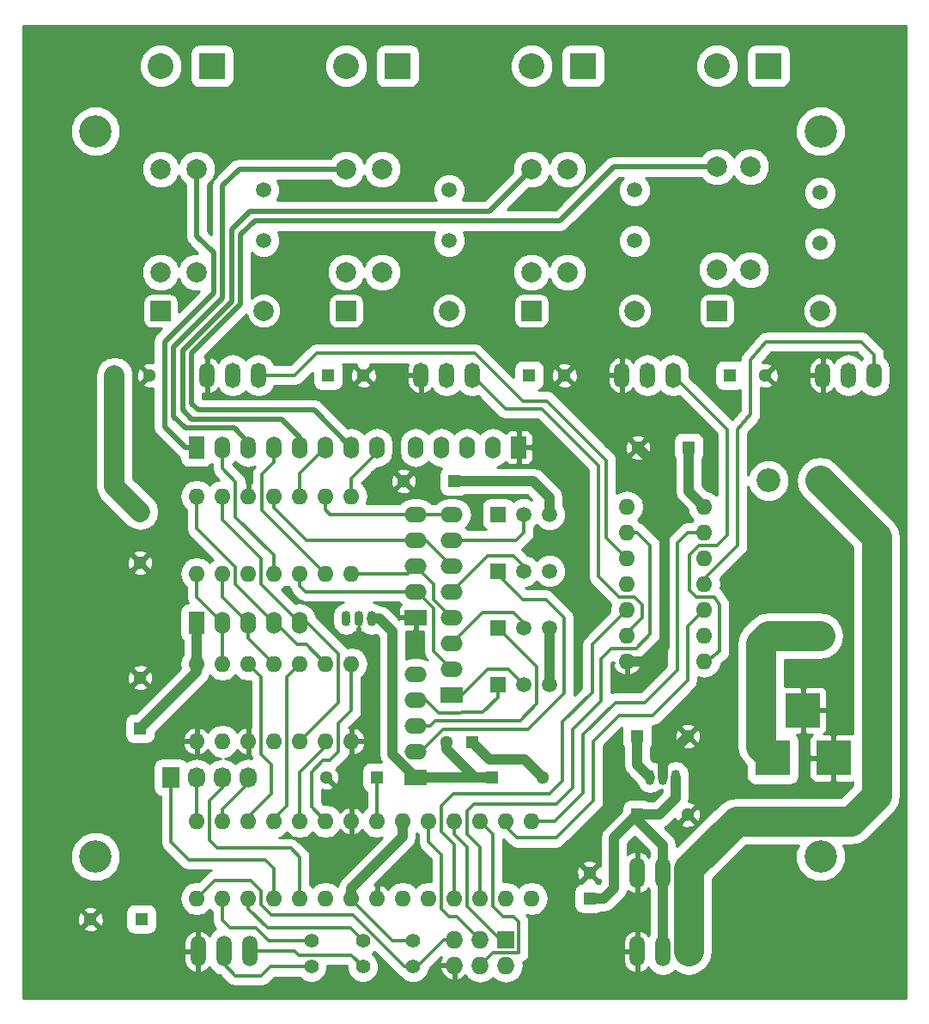
<source format=gtl>
G04 #@! TF.FileFunction,Copper,L1,Top,Mixed*
%FSLAX46Y46*%
G04 Gerber Fmt 4.6, Leading zero omitted, Abs format (unit mm)*
G04 Created by KiCad (PCBNEW 4.0.4-1.fc24-product) date Sun Dec 11 17:37:08 2016*
%MOMM*%
%LPD*%
G01*
G04 APERTURE LIST*
%ADD10C,0.100000*%
%ADD11C,3.200000*%
%ADD12R,1.300000X1.300000*%
%ADD13C,1.300000*%
%ADD14C,1.397000*%
%ADD15O,1.506220X3.014980*%
%ADD16O,1.600000X1.600000*%
%ADD17C,1.510000*%
%ADD18R,1.510000X1.510000*%
%ADD19O,1.501140X2.499360*%
%ADD20C,2.000000*%
%ADD21R,2.000000X2.000000*%
%ADD22C,1.501140*%
%ADD23C,1.998980*%
%ADD24R,3.500120X3.500120*%
%ADD25R,1.727200X1.727200*%
%ADD26O,1.727200X1.727200*%
%ADD27C,2.349500*%
%ADD28O,0.899160X1.501140*%
%ADD29R,2.540000X2.540000*%
%ADD30C,2.540000*%
%ADD31R,1.727200X2.032000*%
%ADD32O,1.727200X2.032000*%
%ADD33R,2.197100X1.524000*%
%ADD34O,2.197100X1.524000*%
%ADD35R,1.524000X2.197100*%
%ADD36O,1.524000X2.197100*%
%ADD37R,2.199640X1.524000*%
%ADD38O,2.199640X1.524000*%
%ADD39R,1.524000X2.199640*%
%ADD40O,1.524000X2.199640*%
%ADD41C,1.000000*%
%ADD42C,2.000000*%
%ADD43C,3.000000*%
%ADD44C,0.350000*%
%ADD45C,0.500000*%
%ADD46C,0.254000*%
G04 APERTURE END LIST*
D10*
D11*
X171000000Y-41857000D03*
X99500000Y-41857000D03*
X171000000Y-113357000D03*
X99500000Y-113357000D03*
D12*
X127254000Y-105537000D03*
D13*
X122254000Y-105537000D03*
D14*
X120777000Y-124206000D03*
X120777000Y-121666000D03*
D15*
X109601000Y-122682000D03*
X112141000Y-122682000D03*
X114681000Y-122682000D03*
D16*
X109474000Y-101981000D03*
X112014000Y-101981000D03*
X114554000Y-101981000D03*
X117094000Y-101981000D03*
X119634000Y-101981000D03*
X122174000Y-101981000D03*
X124714000Y-101981000D03*
X124714000Y-94361000D03*
X122174000Y-94361000D03*
X119634000Y-94361000D03*
X117094000Y-94361000D03*
X114554000Y-94361000D03*
X112014000Y-94361000D03*
X109474000Y-94361000D03*
X109474000Y-117475000D03*
X112014000Y-117475000D03*
X114554000Y-117475000D03*
X117094000Y-117475000D03*
X119634000Y-117475000D03*
X122174000Y-117475000D03*
X124714000Y-117475000D03*
X127254000Y-117475000D03*
X129794000Y-117475000D03*
X132334000Y-117475000D03*
X134874000Y-117475000D03*
X137414000Y-117475000D03*
X139954000Y-117475000D03*
X142494000Y-117475000D03*
X142494000Y-109855000D03*
X139954000Y-109855000D03*
X137414000Y-109855000D03*
X134874000Y-109855000D03*
X132334000Y-109855000D03*
X129794000Y-109855000D03*
X127254000Y-109855000D03*
X124714000Y-109855000D03*
X122174000Y-109855000D03*
X119634000Y-109855000D03*
X117094000Y-109855000D03*
X114554000Y-109855000D03*
X112014000Y-109855000D03*
X109474000Y-109855000D03*
D17*
X144272000Y-85209000D03*
D18*
X139192000Y-85209000D03*
D17*
X141732000Y-85209000D03*
D12*
X134874000Y-76327000D03*
D13*
X129874000Y-76327000D03*
D16*
X109474000Y-85471000D03*
X112014000Y-85471000D03*
X114554000Y-85471000D03*
X117094000Y-85471000D03*
X119634000Y-85471000D03*
X122174000Y-85471000D03*
X124714000Y-85471000D03*
X124714000Y-77851000D03*
X122174000Y-77851000D03*
X119634000Y-77851000D03*
X117094000Y-77851000D03*
X114554000Y-77851000D03*
X112014000Y-77851000D03*
X109474000Y-77851000D03*
D19*
X113030000Y-65913000D03*
X115570000Y-65913000D03*
X110490000Y-65913000D03*
D20*
X116078520Y-59560460D03*
D21*
X105918520Y-59560460D03*
D20*
X134366520Y-59560460D03*
D21*
X124206520Y-59560460D03*
D20*
X152654520Y-59560460D03*
D21*
X142494520Y-59560460D03*
D20*
X170942520Y-59560460D03*
D21*
X160782520Y-59560460D03*
D22*
X116078000Y-52664360D03*
X116078000Y-47665640D03*
X134366000Y-52664360D03*
X134366000Y-47665640D03*
X152654000Y-52664360D03*
X152654000Y-47665640D03*
X170942000Y-52918360D03*
X170942000Y-47919640D03*
D19*
X134112000Y-65913000D03*
X136652000Y-65913000D03*
X131572000Y-65913000D03*
X153924000Y-65913000D03*
X156464000Y-65913000D03*
X151384000Y-65913000D03*
X173736000Y-65913000D03*
X176276000Y-65913000D03*
X171196000Y-65913000D03*
D23*
X142494000Y-55753000D03*
X142494000Y-45593000D03*
D16*
X151892000Y-78867000D03*
X151892000Y-81407000D03*
X151892000Y-83947000D03*
X151892000Y-86487000D03*
X151892000Y-89027000D03*
X151892000Y-91567000D03*
X151892000Y-94107000D03*
X159512000Y-94107000D03*
X159512000Y-91567000D03*
X159512000Y-89027000D03*
X159512000Y-86487000D03*
X159512000Y-83947000D03*
X159512000Y-81407000D03*
X159512000Y-78867000D03*
D23*
X146050000Y-55753000D03*
X146050000Y-45593000D03*
X160782000Y-55499000D03*
X160782000Y-45339000D03*
X164084000Y-55499000D03*
X164084000Y-45339000D03*
X105918000Y-55753000D03*
X105918000Y-45593000D03*
X109474000Y-55753000D03*
X109474000Y-45593000D03*
X124206000Y-55753000D03*
X124206000Y-45593000D03*
X127762000Y-55753000D03*
X127762000Y-45593000D03*
D24*
X166265860Y-103632000D03*
X172265340Y-103632000D03*
X169265600Y-98933000D03*
D25*
X139954000Y-121539000D03*
D26*
X139954000Y-124079000D03*
X137414000Y-121539000D03*
X137414000Y-124079000D03*
X134874000Y-121539000D03*
X134874000Y-124079000D03*
D27*
X165862000Y-76286360D03*
X170942000Y-76286360D03*
X165862000Y-91607640D03*
X170942000Y-91607640D03*
D28*
X155448000Y-105537000D03*
X154178000Y-105537000D03*
X156718000Y-105537000D03*
D29*
X110998000Y-35433000D03*
D30*
X105918000Y-35433000D03*
D29*
X129286000Y-35433000D03*
D30*
X124206000Y-35433000D03*
D29*
X147574000Y-35433000D03*
D30*
X142494000Y-35433000D03*
D29*
X165862000Y-35433000D03*
D30*
X160782000Y-35433000D03*
D13*
X104846000Y-65913000D03*
D12*
X101346000Y-65913000D03*
D13*
X125928000Y-65913000D03*
D12*
X122428000Y-65913000D03*
D13*
X145740000Y-65913000D03*
D12*
X142240000Y-65913000D03*
D13*
X165552000Y-65913000D03*
D12*
X162052000Y-65913000D03*
D17*
X144272000Y-96385000D03*
D18*
X139192000Y-96385000D03*
D17*
X141732000Y-96385000D03*
X144272000Y-90797000D03*
D18*
X139192000Y-90797000D03*
D17*
X141732000Y-90797000D03*
X144272000Y-79621000D03*
D18*
X139192000Y-79621000D03*
D17*
X141732000Y-79621000D03*
D12*
X103886000Y-79375000D03*
D13*
X103886000Y-84375000D03*
D12*
X152908000Y-101473000D03*
D13*
X157908000Y-101473000D03*
D12*
X152908000Y-109220000D03*
D13*
X157908000Y-109220000D03*
D12*
X104013000Y-119507000D03*
D13*
X99013000Y-119507000D03*
D12*
X103886000Y-100711000D03*
D13*
X103886000Y-95711000D03*
D12*
X157988000Y-73025000D03*
D13*
X152988000Y-73025000D03*
D12*
X138557000Y-105537000D03*
D13*
X143557000Y-105537000D03*
D28*
X125450600Y-89916000D03*
X126720600Y-89916000D03*
X124180600Y-89916000D03*
D15*
X152908000Y-114935000D03*
X155448000Y-114935000D03*
X157988000Y-114935000D03*
X152908000Y-122682000D03*
X155448000Y-122682000D03*
X157988000Y-122682000D03*
D14*
X130810000Y-124206000D03*
X130810000Y-121666000D03*
X125857000Y-124206000D03*
X125857000Y-121666000D03*
D31*
X106934000Y-105537000D03*
D32*
X109474000Y-105537000D03*
X112014000Y-105537000D03*
X114554000Y-105537000D03*
D12*
X148209000Y-117475000D03*
D13*
X148209000Y-114975000D03*
D12*
X136652000Y-102108000D03*
D13*
X134152000Y-102108000D03*
D33*
X134620000Y-97409000D03*
D34*
X134620000Y-94869000D03*
X134620000Y-92329000D03*
X134620000Y-89789000D03*
X134620000Y-87249000D03*
X134620000Y-84709000D03*
X134620000Y-82169000D03*
X134620000Y-79629000D03*
D35*
X109474000Y-73025000D03*
D36*
X112014000Y-73025000D03*
X114554000Y-73025000D03*
X117094000Y-73025000D03*
X119634000Y-73025000D03*
X122174000Y-73025000D03*
X124714000Y-73025000D03*
X127254000Y-73025000D03*
D37*
X131064000Y-89789000D03*
D38*
X131064000Y-87249000D03*
X131064000Y-84709000D03*
X131064000Y-82169000D03*
X131064000Y-79629000D03*
D39*
X141224000Y-73025000D03*
D40*
X138684000Y-73025000D03*
X136144000Y-73025000D03*
X133604000Y-73025000D03*
X131064000Y-73025000D03*
D39*
X109474000Y-90297000D03*
D40*
X112014000Y-90297000D03*
X114554000Y-90297000D03*
X117094000Y-90297000D03*
X119634000Y-90297000D03*
D37*
X131064000Y-105537000D03*
D38*
X131064000Y-102997000D03*
X131064000Y-100457000D03*
X131064000Y-97917000D03*
X131064000Y-95377000D03*
D41*
X136652000Y-102108000D02*
X138303000Y-103759000D01*
X141779000Y-103759000D02*
X143557000Y-105537000D01*
X138303000Y-103759000D02*
X141779000Y-103759000D01*
D42*
X101346000Y-65913000D02*
X101346000Y-76835000D01*
X101346000Y-76835000D02*
X103886000Y-79375000D01*
D41*
X134874000Y-76327000D02*
X142621000Y-76327000D01*
X144272000Y-77978000D02*
X144272000Y-79621000D01*
X142621000Y-76327000D02*
X144272000Y-77978000D01*
D43*
X157988000Y-122682000D02*
X157988000Y-114554000D01*
X157988000Y-114554000D02*
X162687000Y-109855000D01*
X162687000Y-109855000D02*
X173990000Y-109855000D01*
X173990000Y-109855000D02*
X176530000Y-107315000D01*
X176530000Y-107315000D02*
X176530000Y-81874360D01*
X176530000Y-81874360D02*
X170942000Y-76286360D01*
D41*
X152908000Y-101473000D02*
X152908000Y-104267000D01*
X144272000Y-91059000D02*
X144272000Y-96393000D01*
X152908000Y-104267000D02*
X154178000Y-105537000D01*
X151892000Y-94107000D02*
X154178000Y-94107000D01*
X155575000Y-75612000D02*
X152988000Y-73025000D01*
X155575000Y-92710000D02*
X155575000Y-75612000D01*
X154178000Y-94107000D02*
X155575000Y-92710000D01*
X155448000Y-105537000D02*
X155448000Y-103933000D01*
X155448000Y-103933000D02*
X157908000Y-101473000D01*
X156718000Y-107569000D02*
X156718000Y-105537000D01*
X148209000Y-117475000D02*
X149606000Y-117475000D01*
X150622000Y-111506000D02*
X152908000Y-109220000D01*
X150622000Y-116459000D02*
X150622000Y-111506000D01*
X149606000Y-117475000D02*
X150622000Y-116459000D01*
X157988000Y-73025000D02*
X157988000Y-77343000D01*
X157988000Y-77343000D02*
X159512000Y-78867000D01*
X155448000Y-122682000D02*
X155448000Y-119507000D01*
X155448000Y-119507000D02*
X155448000Y-114554000D01*
X155448000Y-114554000D02*
X155448000Y-112268000D01*
X155448000Y-112268000D02*
X152908000Y-109728000D01*
X152908000Y-109728000D02*
X152908000Y-109220000D01*
X152908000Y-109220000D02*
X155067000Y-109220000D01*
X155067000Y-109220000D02*
X156718000Y-107569000D01*
X152908000Y-109220000D02*
X153162000Y-109220000D01*
D44*
X124714000Y-117475000D02*
X124714000Y-117602000D01*
X124714000Y-117602000D02*
X128778000Y-121666000D01*
X128778000Y-121666000D02*
X130810000Y-121666000D01*
X124714000Y-117475000D02*
X124714000Y-117729000D01*
D41*
X124714000Y-117475000D02*
X124714000Y-116459000D01*
X129794000Y-111379000D02*
X129794000Y-109855000D01*
X124714000Y-116459000D02*
X129794000Y-111379000D01*
X103886000Y-100711000D02*
X109474000Y-95123000D01*
X109474000Y-95123000D02*
X109474000Y-90297000D01*
D44*
X146558000Y-100838000D02*
X149352000Y-98044000D01*
X146558000Y-100838000D02*
X146558000Y-106553000D01*
X149352000Y-98044000D02*
X149352000Y-93853000D01*
X149352000Y-93853000D02*
X150368000Y-92837000D01*
X150368000Y-92837000D02*
X152781000Y-92837000D01*
X152781000Y-92837000D02*
X154178000Y-91440000D01*
X151892000Y-81407000D02*
X152908000Y-81407000D01*
X154178000Y-82677000D02*
X154178000Y-91440000D01*
X152908000Y-81407000D02*
X154178000Y-82677000D01*
X137414000Y-112395000D02*
X137414000Y-117475000D01*
X136144000Y-111125000D02*
X137414000Y-112395000D01*
X136144000Y-108839000D02*
X136144000Y-111125000D01*
X136779000Y-108204000D02*
X136144000Y-108839000D01*
X144907000Y-108204000D02*
X136779000Y-108204000D01*
X146558000Y-106553000D02*
X144907000Y-108204000D01*
X134747000Y-107188000D02*
X144272000Y-107188000D01*
X145542000Y-105918000D02*
X145542000Y-100076000D01*
X144272000Y-107188000D02*
X145542000Y-105918000D01*
X134874000Y-117475000D02*
X134874000Y-112141000D01*
X148463000Y-92456000D02*
X151892000Y-89027000D01*
X145542000Y-100076000D02*
X148463000Y-97155000D01*
X148463000Y-97155000D02*
X148463000Y-92456000D01*
X133604000Y-108331000D02*
X134747000Y-107188000D01*
X133604000Y-110871000D02*
X133604000Y-108331000D01*
X134874000Y-112141000D02*
X133604000Y-110871000D01*
X139954000Y-109855000D02*
X139954000Y-110366000D01*
X139954000Y-110366000D02*
X141087000Y-111499000D01*
X141087000Y-111499000D02*
X144914000Y-111499000D01*
X154432000Y-99441000D02*
X157861000Y-96012000D01*
X151130000Y-99441000D02*
X154432000Y-99441000D01*
X148590000Y-101981000D02*
X151130000Y-99441000D01*
X148590000Y-107823000D02*
X148590000Y-101981000D01*
X144914000Y-111499000D02*
X148590000Y-107823000D01*
X157861000Y-96012000D02*
X157861000Y-90678000D01*
X157861000Y-90678000D02*
X159512000Y-89027000D01*
X142494000Y-109855000D02*
X144780000Y-109855000D01*
X144780000Y-109855000D02*
X147574000Y-107061000D01*
X153670000Y-98171000D02*
X150749000Y-98171000D01*
X147574000Y-101346000D02*
X147574000Y-107061000D01*
X150749000Y-98171000D02*
X147574000Y-101346000D01*
X153670000Y-98171000D02*
X156845000Y-94996000D01*
X156845000Y-94996000D02*
X156845000Y-82423000D01*
X156845000Y-82423000D02*
X157861000Y-81407000D01*
X157861000Y-81407000D02*
X159512000Y-81407000D01*
X117094000Y-109601000D02*
X118364000Y-108331000D01*
X118364000Y-108331000D02*
X118364000Y-95631000D01*
X117094000Y-109855000D02*
X117094000Y-109601000D01*
X118364000Y-95631000D02*
X119634000Y-94361000D01*
X115824000Y-95631000D02*
X114554000Y-94361000D01*
X115824000Y-103251000D02*
X115824000Y-95631000D01*
X114554000Y-109474000D02*
X116840000Y-107188000D01*
X114554000Y-109855000D02*
X114554000Y-109474000D01*
X116840000Y-104267000D02*
X115824000Y-103251000D01*
X116840000Y-107188000D02*
X116840000Y-104267000D01*
X122174000Y-101981000D02*
X122174000Y-102489000D01*
X122174000Y-102489000D02*
X119634000Y-105029000D01*
X119634000Y-105029000D02*
X119634000Y-109855000D01*
X124714000Y-94361000D02*
X124714000Y-98933000D01*
X120777000Y-108458000D02*
X122174000Y-109855000D01*
X120777000Y-105029000D02*
X120777000Y-108458000D01*
X121920000Y-103886000D02*
X120777000Y-105029000D01*
X122555000Y-103886000D02*
X121920000Y-103886000D01*
X123444000Y-102997000D02*
X122555000Y-103886000D01*
X123444000Y-100203000D02*
X123444000Y-102997000D01*
X124714000Y-98933000D02*
X123444000Y-100203000D01*
X141605000Y-68453000D02*
X144018000Y-68453000D01*
X136906000Y-63754000D02*
X141605000Y-68453000D01*
X121285000Y-63754000D02*
X136906000Y-63754000D01*
X144018000Y-68453000D02*
X149860000Y-74295000D01*
X119126000Y-65913000D02*
X121285000Y-63754000D01*
X115570000Y-65913000D02*
X119126000Y-65913000D01*
X149860000Y-81915000D02*
X151892000Y-83947000D01*
X149860000Y-74295000D02*
X149860000Y-81915000D01*
X149098000Y-74803000D02*
X149098000Y-85725000D01*
X149098000Y-85725000D02*
X151130000Y-87757000D01*
X151892000Y-91567000D02*
X151892000Y-91313000D01*
X151892000Y-91313000D02*
X153416000Y-89789000D01*
X152654000Y-87757000D02*
X151130000Y-87757000D01*
X153416000Y-88519000D02*
X152654000Y-87757000D01*
X153416000Y-89789000D02*
X153416000Y-88519000D01*
X149098000Y-74803000D02*
X143510000Y-69215000D01*
X143510000Y-69215000D02*
X139954000Y-69215000D01*
X139954000Y-69215000D02*
X136652000Y-65913000D01*
X159512000Y-94107000D02*
X159766000Y-94107000D01*
X159766000Y-94107000D02*
X161036000Y-93091000D01*
X161798000Y-71247000D02*
X156464000Y-65913000D01*
X161798000Y-81661000D02*
X161798000Y-71247000D01*
X160782000Y-82677000D02*
X161798000Y-81661000D01*
X159019820Y-82677000D02*
X160782000Y-82677000D01*
X158064200Y-83632620D02*
X159019820Y-82677000D01*
X158064200Y-87071200D02*
X158064200Y-83632620D01*
X158750000Y-87757000D02*
X158064200Y-87071200D01*
X160528000Y-87757000D02*
X158750000Y-87757000D01*
X161036000Y-88519000D02*
X160528000Y-87757000D01*
X161036000Y-93091000D02*
X161036000Y-88519000D01*
X162814000Y-71247000D02*
X164084000Y-69723000D01*
X176276000Y-63881000D02*
X176276000Y-65913000D01*
X175006000Y-62611000D02*
X176276000Y-63881000D01*
X165608000Y-62611000D02*
X175006000Y-62611000D01*
X164084000Y-64389000D02*
X165608000Y-62611000D01*
X164084000Y-69723000D02*
X164084000Y-64389000D01*
X159512000Y-86487000D02*
X159512000Y-85979000D01*
X159512000Y-85979000D02*
X162814000Y-82677000D01*
X162814000Y-82677000D02*
X162814000Y-71247000D01*
X130810000Y-124206000D02*
X129921000Y-124206000D01*
X111252000Y-115697000D02*
X109474000Y-117475000D01*
X114808000Y-115697000D02*
X111252000Y-115697000D01*
X115824000Y-116713000D02*
X114808000Y-115697000D01*
X115824000Y-118110000D02*
X115824000Y-116713000D01*
X116840000Y-119126000D02*
X115824000Y-118110000D01*
X124841000Y-119126000D02*
X116840000Y-119126000D01*
X129921000Y-124206000D02*
X124841000Y-119126000D01*
X130810000Y-124206000D02*
X131191000Y-124206000D01*
X131191000Y-124206000D02*
X133858000Y-121539000D01*
X133858000Y-121539000D02*
X134874000Y-121539000D01*
X120777000Y-121666000D02*
X116586000Y-121666000D01*
X112014000Y-119634000D02*
X112014000Y-117475000D01*
X112776000Y-120396000D02*
X112014000Y-119634000D01*
X115316000Y-120396000D02*
X112776000Y-120396000D01*
X116586000Y-121666000D02*
X115316000Y-120396000D01*
X114554000Y-117475000D02*
X114554000Y-118491000D01*
X124587000Y-120396000D02*
X125857000Y-121666000D01*
X116459000Y-120396000D02*
X124587000Y-120396000D01*
X114554000Y-118491000D02*
X116459000Y-120396000D01*
X137414000Y-124079000D02*
X138684000Y-122809000D01*
X138684000Y-111125000D02*
X137414000Y-109855000D01*
X138684000Y-118237000D02*
X138684000Y-111125000D01*
X139700000Y-119253000D02*
X138684000Y-118237000D01*
X140716000Y-119253000D02*
X139700000Y-119253000D01*
X141224000Y-119761000D02*
X140716000Y-119253000D01*
X141224000Y-122809000D02*
X141224000Y-119761000D01*
X138684000Y-122809000D02*
X141224000Y-122809000D01*
X139954000Y-121539000D02*
X139446000Y-121539000D01*
X139446000Y-121539000D02*
X136144000Y-118237000D01*
X136144000Y-118237000D02*
X136144000Y-112395000D01*
X136144000Y-112395000D02*
X134874000Y-111125000D01*
X134874000Y-111125000D02*
X134874000Y-109855000D01*
X137414000Y-121539000D02*
X135128000Y-119253000D01*
X132334000Y-111887000D02*
X132334000Y-109855000D01*
X133604000Y-113157000D02*
X132334000Y-111887000D01*
X133604000Y-118491000D02*
X133604000Y-113157000D01*
X134366000Y-119253000D02*
X133604000Y-118491000D01*
X135128000Y-119253000D02*
X134366000Y-119253000D01*
X119634000Y-85471000D02*
X119634000Y-86639400D01*
X120243600Y-87249000D02*
X131064000Y-87249000D01*
X119634000Y-86639400D02*
X120243600Y-87249000D01*
X131064000Y-87249000D02*
X131191000Y-87249000D01*
X131191000Y-87249000D02*
X132842000Y-88900000D01*
X132842000Y-93091000D02*
X134620000Y-94869000D01*
X132842000Y-88900000D02*
X132842000Y-93091000D01*
X124714000Y-85471000D02*
X130302000Y-85471000D01*
X130302000Y-85471000D02*
X131064000Y-84709000D01*
X131064000Y-84709000D02*
X132842000Y-86487000D01*
X132842000Y-86487000D02*
X132842000Y-88011000D01*
X132842000Y-88011000D02*
X134620000Y-89789000D01*
X117094000Y-77851000D02*
X117094000Y-78968600D01*
X120294400Y-82169000D02*
X131064000Y-82169000D01*
X117094000Y-78968600D02*
X120294400Y-82169000D01*
X131064000Y-82169000D02*
X132080000Y-82169000D01*
X132080000Y-82169000D02*
X134620000Y-84709000D01*
X122174000Y-77851000D02*
X122174000Y-79171800D01*
X122631200Y-79629000D02*
X131064000Y-79629000D01*
X122174000Y-79171800D02*
X122631200Y-79629000D01*
X131064000Y-79629000D02*
X134620000Y-79629000D01*
X134620000Y-97409000D02*
X135636000Y-97409000D01*
X135636000Y-97409000D02*
X138176000Y-94869000D01*
X138176000Y-94869000D02*
X140208000Y-94869000D01*
X140208000Y-94869000D02*
X141732000Y-96393000D01*
X141732000Y-90797000D02*
X141732000Y-90297000D01*
X141732000Y-90297000D02*
X140716000Y-89281000D01*
X140716000Y-89281000D02*
X137668000Y-89281000D01*
X137668000Y-89281000D02*
X134620000Y-92329000D01*
X112014000Y-85471000D02*
X112014000Y-87757000D01*
X112014000Y-87757000D02*
X114554000Y-90297000D01*
X114554000Y-90297000D02*
X114554000Y-91821000D01*
X114554000Y-91821000D02*
X117094000Y-94361000D01*
X112014000Y-90297000D02*
X112014000Y-94361000D01*
X109474000Y-85471000D02*
X109474000Y-87757000D01*
X109474000Y-87757000D02*
X112014000Y-90297000D01*
X112014000Y-77851000D02*
X112014000Y-80137000D01*
X115824000Y-86487000D02*
X119634000Y-90297000D01*
X115824000Y-83947000D02*
X115824000Y-86487000D01*
X112014000Y-80137000D02*
X115824000Y-83947000D01*
X119634000Y-90297000D02*
X120396000Y-90297000D01*
X120396000Y-90297000D02*
X123444000Y-93345000D01*
X123444000Y-98171000D02*
X119634000Y-101981000D01*
X123444000Y-93345000D02*
X123444000Y-98171000D01*
X109474000Y-77851000D02*
X109474000Y-81026000D01*
X113284000Y-86487000D02*
X117094000Y-90297000D01*
X113284000Y-84836000D02*
X113284000Y-86487000D01*
X109474000Y-81026000D02*
X113284000Y-84836000D01*
X117094000Y-90297000D02*
X117221000Y-90297000D01*
X117221000Y-90297000D02*
X119380000Y-92456000D01*
X120269000Y-92456000D02*
X122174000Y-94361000D01*
X119380000Y-92456000D02*
X120269000Y-92456000D01*
X141732000Y-85217000D02*
X141732000Y-84709000D01*
X138176000Y-83693000D02*
X134620000Y-87249000D01*
X140716000Y-83693000D02*
X138176000Y-83693000D01*
X141732000Y-84709000D02*
X140716000Y-83693000D01*
X141732000Y-80137000D02*
X141732000Y-81407000D01*
X140970000Y-82169000D02*
X134620000Y-82169000D01*
X141732000Y-81407000D02*
X140970000Y-82169000D01*
D45*
X109474000Y-45593000D02*
X109474000Y-52197000D01*
X108331000Y-73025000D02*
X109474000Y-73025000D01*
X106299000Y-70993000D02*
X108331000Y-73025000D01*
X106299000Y-62611000D02*
X106299000Y-70993000D01*
X111125000Y-57785000D02*
X106299000Y-62611000D01*
X111125000Y-53848000D02*
X111125000Y-57785000D01*
X109474000Y-52197000D02*
X111125000Y-53848000D01*
X114554000Y-73025000D02*
X114554000Y-72517000D01*
X114554000Y-72517000D02*
X113157000Y-71120000D01*
X113665000Y-45593000D02*
X124206000Y-45593000D01*
X112014000Y-47244000D02*
X113665000Y-45593000D01*
X112014000Y-58293000D02*
X112014000Y-47244000D01*
X107188000Y-63119000D02*
X112014000Y-58293000D01*
X107188000Y-69977000D02*
X107188000Y-63119000D01*
X108331000Y-71120000D02*
X107188000Y-69977000D01*
X113157000Y-71120000D02*
X108331000Y-71120000D01*
X114554000Y-73025000D02*
X114554000Y-72771000D01*
X119634000Y-73025000D02*
X119634000Y-72009000D01*
X119634000Y-72009000D02*
X117856000Y-70231000D01*
X117856000Y-70231000D02*
X108966000Y-70231000D01*
X108966000Y-70231000D02*
X108077000Y-69342000D01*
X108077000Y-69342000D02*
X108077000Y-63500000D01*
X108077000Y-63500000D02*
X112903000Y-58674000D01*
X112903000Y-58674000D02*
X112903000Y-51562000D01*
X112903000Y-51562000D02*
X114681000Y-49784000D01*
X114681000Y-49784000D02*
X138303000Y-49784000D01*
X138303000Y-49784000D02*
X142494000Y-45593000D01*
X150622000Y-45339000D02*
X145288000Y-50673000D01*
X150622000Y-45339000D02*
X160782000Y-45339000D01*
X115189000Y-50673000D02*
X145288000Y-50673000D01*
X108966000Y-68707000D02*
X109601000Y-69342000D01*
X109601000Y-69342000D02*
X121031000Y-69342000D01*
X124714000Y-73025000D02*
X121031000Y-69342000D01*
X113792000Y-58928000D02*
X113792000Y-52070000D01*
X113792000Y-58928000D02*
X108966000Y-63754000D01*
X108966000Y-63754000D02*
X108966000Y-68707000D01*
X113792000Y-52070000D02*
X115189000Y-50673000D01*
D44*
X112014000Y-73025000D02*
X112014000Y-75107800D01*
X117094000Y-83642200D02*
X117094000Y-85471000D01*
X113309400Y-79857600D02*
X117094000Y-83642200D01*
X113309400Y-76403200D02*
X113309400Y-79857600D01*
X112014000Y-75107800D02*
X113309400Y-76403200D01*
X117094000Y-73025000D02*
X117094000Y-74498200D01*
X115900200Y-79197200D02*
X122174000Y-85471000D01*
X115900200Y-75692000D02*
X115900200Y-79197200D01*
X117094000Y-74498200D02*
X115900200Y-75692000D01*
X119634000Y-77851000D02*
X119634000Y-75565000D01*
X119634000Y-75565000D02*
X122174000Y-73025000D01*
X127254000Y-73025000D02*
X127254000Y-73533000D01*
X127254000Y-73533000D02*
X124714000Y-76073000D01*
X124714000Y-76073000D02*
X124714000Y-77851000D01*
X120777000Y-124206000D02*
X116713000Y-124206000D01*
X113284000Y-125095000D02*
X112141000Y-123952000D01*
X115824000Y-125095000D02*
X113284000Y-125095000D01*
X116713000Y-124206000D02*
X115824000Y-125095000D01*
X112141000Y-123952000D02*
X112141000Y-122682000D01*
X114681000Y-122682000D02*
X119126000Y-122682000D01*
X124714000Y-123063000D02*
X125857000Y-124206000D01*
X119507000Y-123063000D02*
X124714000Y-123063000D01*
X119126000Y-122682000D02*
X119507000Y-123063000D01*
X139192000Y-85209000D02*
X139192000Y-85598000D01*
X139192000Y-85598000D02*
X141605000Y-88011000D01*
X141605000Y-88011000D02*
X143891000Y-88011000D01*
X143891000Y-88011000D02*
X145669000Y-89789000D01*
X145669000Y-89789000D02*
X145669000Y-97282000D01*
X145669000Y-97282000D02*
X142113000Y-100838000D01*
X142113000Y-100838000D02*
X133731000Y-100838000D01*
X133731000Y-100838000D02*
X131572000Y-102997000D01*
X131572000Y-102997000D02*
X131064000Y-102997000D01*
X143002000Y-98298000D02*
X143002000Y-94607000D01*
X141351000Y-99949000D02*
X143002000Y-98298000D01*
X132969000Y-99949000D02*
X141351000Y-99949000D01*
X131064000Y-100457000D02*
X132461000Y-100457000D01*
X132461000Y-100457000D02*
X132969000Y-99949000D01*
X143002000Y-94607000D02*
X139192000Y-90797000D01*
X130810000Y-97917000D02*
X132080000Y-97917000D01*
X133347828Y-99184828D02*
X132080000Y-97917000D01*
X133347828Y-99184828D02*
X137707791Y-99147209D01*
X137707791Y-99147209D02*
X139192000Y-97663000D01*
X139192000Y-96385000D02*
X139192000Y-97663000D01*
D43*
X170942000Y-91607640D02*
X165862000Y-91607640D01*
X165862000Y-91607640D02*
X165100000Y-92369640D01*
X165100000Y-92369640D02*
X165100000Y-102466140D01*
X165100000Y-102466140D02*
X166265860Y-103632000D01*
D41*
X131064000Y-105537000D02*
X132080000Y-105537000D01*
X131064000Y-105537000D02*
X136906000Y-105537000D01*
X128778000Y-103251000D02*
X131064000Y-105537000D01*
X134152000Y-102783000D02*
X136906000Y-105537000D01*
X128778000Y-91186000D02*
X128778000Y-103251000D01*
X127508000Y-89916000D02*
X128778000Y-91186000D01*
X126746000Y-89916000D02*
X127508000Y-89916000D01*
D45*
X126746000Y-89916000D02*
X126746000Y-90297000D01*
D41*
X134152000Y-102108000D02*
X134152000Y-102783000D01*
X136906000Y-105537000D02*
X138557000Y-105537000D01*
D44*
X127254000Y-105537000D02*
X127254000Y-109855000D01*
X119634000Y-113411000D02*
X119634000Y-117475000D01*
X118745000Y-112522000D02*
X119634000Y-113411000D01*
X111506000Y-112522000D02*
X118745000Y-112522000D01*
X110744000Y-111760000D02*
X111506000Y-112522000D01*
X110744000Y-107823000D02*
X110744000Y-111760000D01*
X112014000Y-106553000D02*
X110744000Y-107823000D01*
X112014000Y-105537000D02*
X112014000Y-106553000D01*
X114554000Y-106172000D02*
X112014000Y-108712000D01*
X114554000Y-105537000D02*
X114554000Y-106172000D01*
X112014000Y-108712000D02*
X112014000Y-109855000D01*
X106934000Y-105537000D02*
X106934000Y-111887000D01*
X117094000Y-114554000D02*
X116205000Y-113665000D01*
X116205000Y-113665000D02*
X108712000Y-113665000D01*
X117094000Y-117475000D02*
X117094000Y-114554000D01*
X106934000Y-111887000D02*
X108712000Y-113665000D01*
X109474000Y-105537000D02*
X109474000Y-109855000D01*
D46*
G36*
X179388000Y-127318000D02*
X92392000Y-127318000D01*
X92392000Y-122809000D01*
X108212890Y-122809000D01*
X108212890Y-123563380D01*
X108367154Y-124084919D01*
X108709260Y-124507724D01*
X109187125Y-124767427D01*
X109259326Y-124781783D01*
X109474000Y-124659162D01*
X109474000Y-122809000D01*
X108212890Y-122809000D01*
X92392000Y-122809000D01*
X92392000Y-121800620D01*
X108212890Y-121800620D01*
X108212890Y-122555000D01*
X109474000Y-122555000D01*
X109474000Y-120704838D01*
X109259326Y-120582217D01*
X109187125Y-120596573D01*
X108709260Y-120856276D01*
X108367154Y-121279081D01*
X108212890Y-121800620D01*
X92392000Y-121800620D01*
X92392000Y-120406016D01*
X98293590Y-120406016D01*
X98349271Y-120636611D01*
X98832078Y-120804622D01*
X99342428Y-120775083D01*
X99676729Y-120636611D01*
X99732410Y-120406016D01*
X99013000Y-119686605D01*
X98293590Y-120406016D01*
X92392000Y-120406016D01*
X92392000Y-119326078D01*
X97715378Y-119326078D01*
X97744917Y-119836428D01*
X97883389Y-120170729D01*
X98113984Y-120226410D01*
X98833395Y-119507000D01*
X99192605Y-119507000D01*
X99912016Y-120226410D01*
X100142611Y-120170729D01*
X100310622Y-119687922D01*
X100281083Y-119177572D01*
X100148298Y-118857000D01*
X102468819Y-118857000D01*
X102468819Y-120157000D01*
X102529971Y-120481997D01*
X102722044Y-120780486D01*
X103015114Y-120980732D01*
X103363000Y-121051181D01*
X104663000Y-121051181D01*
X104987997Y-120990029D01*
X105286486Y-120797956D01*
X105486732Y-120504886D01*
X105557181Y-120157000D01*
X105557181Y-118857000D01*
X105496029Y-118532003D01*
X105303956Y-118233514D01*
X105010886Y-118033268D01*
X104663000Y-117962819D01*
X103363000Y-117962819D01*
X103038003Y-118023971D01*
X102739514Y-118216044D01*
X102539268Y-118509114D01*
X102468819Y-118857000D01*
X100148298Y-118857000D01*
X100142611Y-118843271D01*
X99912016Y-118787590D01*
X99192605Y-119507000D01*
X98833395Y-119507000D01*
X98113984Y-118787590D01*
X97883389Y-118843271D01*
X97715378Y-119326078D01*
X92392000Y-119326078D01*
X92392000Y-118607984D01*
X98293590Y-118607984D01*
X99013000Y-119327395D01*
X99732410Y-118607984D01*
X99676729Y-118377389D01*
X99193922Y-118209378D01*
X98683572Y-118238917D01*
X98349271Y-118377389D01*
X98293590Y-118607984D01*
X92392000Y-118607984D01*
X92392000Y-113847544D01*
X97022571Y-113847544D01*
X97398877Y-114758275D01*
X98095060Y-115455674D01*
X99005133Y-115833569D01*
X99990544Y-115834429D01*
X100901275Y-115458123D01*
X101598674Y-114761940D01*
X101976569Y-113851867D01*
X101977429Y-112866456D01*
X101601123Y-111955725D01*
X100904940Y-111258326D01*
X99994867Y-110880431D01*
X99009456Y-110879571D01*
X98098725Y-111255877D01*
X97401326Y-111952060D01*
X97023431Y-112862133D01*
X97022571Y-113847544D01*
X92392000Y-113847544D01*
X92392000Y-102330041D01*
X108082086Y-102330041D01*
X108321611Y-102836134D01*
X108736577Y-103212041D01*
X109124961Y-103372904D01*
X109347000Y-103250915D01*
X109347000Y-102108000D01*
X108203371Y-102108000D01*
X108082086Y-102330041D01*
X92392000Y-102330041D01*
X92392000Y-100061000D01*
X102341819Y-100061000D01*
X102341819Y-101361000D01*
X102402971Y-101685997D01*
X102595044Y-101984486D01*
X102888114Y-102184732D01*
X103236000Y-102255181D01*
X104536000Y-102255181D01*
X104860997Y-102194029D01*
X105159486Y-102001956D01*
X105359732Y-101708886D01*
X105375310Y-101631959D01*
X108082086Y-101631959D01*
X108203371Y-101854000D01*
X109347000Y-101854000D01*
X109347000Y-100711085D01*
X109124961Y-100589096D01*
X108736577Y-100749959D01*
X108321611Y-101125866D01*
X108082086Y-101631959D01*
X105375310Y-101631959D01*
X105430181Y-101361000D01*
X105430181Y-101114191D01*
X110447686Y-96096686D01*
X110746182Y-95649955D01*
X110775766Y-95501226D01*
X110828182Y-95579672D01*
X111372240Y-95943200D01*
X112014000Y-96070854D01*
X112655760Y-95943200D01*
X113199818Y-95579672D01*
X113284000Y-95453685D01*
X113368182Y-95579672D01*
X113912240Y-95943200D01*
X114554000Y-96070854D01*
X114739253Y-96034005D01*
X114772000Y-96066752D01*
X114772000Y-100661089D01*
X114681000Y-100711085D01*
X114681000Y-101854000D01*
X114701000Y-101854000D01*
X114701000Y-102108000D01*
X114681000Y-102108000D01*
X114681000Y-103250915D01*
X114783146Y-103307034D01*
X114852079Y-103653583D01*
X114861806Y-103668140D01*
X114554000Y-103606914D01*
X113887901Y-103739409D01*
X113323210Y-104116724D01*
X113284000Y-104175406D01*
X113244790Y-104116724D01*
X112680099Y-103739409D01*
X112224998Y-103648884D01*
X112655760Y-103563200D01*
X113199818Y-103199672D01*
X113427223Y-102859336D01*
X113816577Y-103212041D01*
X114204961Y-103372904D01*
X114427000Y-103250915D01*
X114427000Y-102108000D01*
X114407000Y-102108000D01*
X114407000Y-101854000D01*
X114427000Y-101854000D01*
X114427000Y-100711085D01*
X114204961Y-100589096D01*
X113816577Y-100749959D01*
X113427223Y-101102664D01*
X113199818Y-100762328D01*
X112655760Y-100398800D01*
X112014000Y-100271146D01*
X111372240Y-100398800D01*
X110828182Y-100762328D01*
X110600777Y-101102664D01*
X110211423Y-100749959D01*
X109823039Y-100589096D01*
X109601000Y-100711085D01*
X109601000Y-101854000D01*
X109621000Y-101854000D01*
X109621000Y-102108000D01*
X109601000Y-102108000D01*
X109601000Y-103250915D01*
X109823039Y-103372904D01*
X110211423Y-103212041D01*
X110600777Y-102859336D01*
X110828182Y-103199672D01*
X111372240Y-103563200D01*
X111803002Y-103648884D01*
X111347901Y-103739409D01*
X110783210Y-104116724D01*
X110744000Y-104175406D01*
X110704790Y-104116724D01*
X110140099Y-103739409D01*
X109474000Y-103606914D01*
X108807901Y-103739409D01*
X108478464Y-103959532D01*
X108438556Y-103897514D01*
X108145486Y-103697268D01*
X107797600Y-103626819D01*
X106070400Y-103626819D01*
X105745403Y-103687971D01*
X105446914Y-103880044D01*
X105246668Y-104173114D01*
X105176219Y-104521000D01*
X105176219Y-106553000D01*
X105237371Y-106877997D01*
X105429444Y-107176486D01*
X105722514Y-107376732D01*
X105882000Y-107409029D01*
X105882000Y-111887000D01*
X105962079Y-112289583D01*
X106190124Y-112630876D01*
X107968124Y-114408877D01*
X108309417Y-114636921D01*
X108712000Y-114717000D01*
X110890033Y-114717000D01*
X110849417Y-114725079D01*
X110508124Y-114953123D01*
X109659252Y-115801995D01*
X109474000Y-115765146D01*
X108832240Y-115892800D01*
X108288182Y-116256328D01*
X107924654Y-116800386D01*
X107797000Y-117442146D01*
X107797000Y-117507854D01*
X107924654Y-118149614D01*
X108288182Y-118693672D01*
X108832240Y-119057200D01*
X109474000Y-119184854D01*
X110115760Y-119057200D01*
X110659818Y-118693672D01*
X110744000Y-118567685D01*
X110828182Y-118693672D01*
X110962000Y-118783086D01*
X110962000Y-119634000D01*
X111042079Y-120036583D01*
X111270124Y-120377876D01*
X111367286Y-120475038D01*
X110988338Y-120728243D01*
X110717327Y-121133840D01*
X110492740Y-120856276D01*
X110014875Y-120596573D01*
X109942674Y-120582217D01*
X109728000Y-120704838D01*
X109728000Y-122555000D01*
X109748000Y-122555000D01*
X109748000Y-122809000D01*
X109728000Y-122809000D01*
X109728000Y-124659162D01*
X109942674Y-124781783D01*
X110014875Y-124767427D01*
X110492740Y-124507724D01*
X110717327Y-124230160D01*
X110988338Y-124635757D01*
X111517184Y-124989120D01*
X111733370Y-125032122D01*
X112540124Y-125838876D01*
X112881417Y-126066921D01*
X113284000Y-126147000D01*
X115824000Y-126147000D01*
X116226583Y-126066921D01*
X116567876Y-125838876D01*
X117148752Y-125258000D01*
X119601014Y-125258000D01*
X119883386Y-125540865D01*
X120462239Y-125781226D01*
X121089011Y-125781773D01*
X121668283Y-125542423D01*
X122111865Y-125099614D01*
X122352226Y-124520761D01*
X122352580Y-124115000D01*
X124278248Y-124115000D01*
X124281576Y-124118328D01*
X124281227Y-124518011D01*
X124520577Y-125097283D01*
X124963386Y-125540865D01*
X125542239Y-125781226D01*
X126169011Y-125781773D01*
X126748283Y-125542423D01*
X127191865Y-125099614D01*
X127432226Y-124520761D01*
X127432773Y-123893989D01*
X127193423Y-123314717D01*
X126815094Y-122935728D01*
X126989187Y-122761939D01*
X129177124Y-124949876D01*
X129518417Y-125177921D01*
X129562909Y-125186771D01*
X129916386Y-125540865D01*
X130495239Y-125781226D01*
X131122011Y-125781773D01*
X131701283Y-125542423D01*
X132144865Y-125099614D01*
X132385226Y-124520761D01*
X132385245Y-124499508D01*
X132446725Y-124438027D01*
X133419032Y-124438027D01*
X133667179Y-124967490D01*
X134099053Y-125361688D01*
X134514974Y-125533958D01*
X134747000Y-125412817D01*
X134747000Y-124206000D01*
X133539531Y-124206000D01*
X133419032Y-124438027D01*
X132446725Y-124438027D01*
X133643306Y-123241446D01*
X133419032Y-123719973D01*
X133539531Y-123952000D01*
X134747000Y-123952000D01*
X134747000Y-123932000D01*
X135001000Y-123932000D01*
X135001000Y-123952000D01*
X135021000Y-123952000D01*
X135021000Y-124206000D01*
X135001000Y-124206000D01*
X135001000Y-125412817D01*
X135233026Y-125533958D01*
X135648947Y-125361688D01*
X135988197Y-125052033D01*
X136183210Y-125343890D01*
X136747901Y-125721205D01*
X137414000Y-125853700D01*
X138080099Y-125721205D01*
X138644790Y-125343890D01*
X138684000Y-125285208D01*
X138723210Y-125343890D01*
X139287901Y-125721205D01*
X139954000Y-125853700D01*
X140620099Y-125721205D01*
X141184790Y-125343890D01*
X141562105Y-124779199D01*
X141694600Y-124113100D01*
X141694600Y-124044900D01*
X141640272Y-123771774D01*
X141967876Y-123552876D01*
X142195921Y-123211583D01*
X142276000Y-122809000D01*
X151519890Y-122809000D01*
X151519890Y-123563380D01*
X151674154Y-124084919D01*
X152016260Y-124507724D01*
X152494125Y-124767427D01*
X152566326Y-124781783D01*
X152781000Y-124659162D01*
X152781000Y-122809000D01*
X151519890Y-122809000D01*
X142276000Y-122809000D01*
X142276000Y-121800620D01*
X151519890Y-121800620D01*
X151519890Y-122555000D01*
X152781000Y-122555000D01*
X152781000Y-120704838D01*
X152566326Y-120582217D01*
X152494125Y-120596573D01*
X152016260Y-120856276D01*
X151674154Y-121279081D01*
X151519890Y-121800620D01*
X142276000Y-121800620D01*
X142276000Y-119761000D01*
X142195921Y-119358417D01*
X142125484Y-119253000D01*
X142016484Y-119089870D01*
X142494000Y-119184854D01*
X143135760Y-119057200D01*
X143679818Y-118693672D01*
X144043346Y-118149614D01*
X144171000Y-117507854D01*
X144171000Y-117442146D01*
X144043346Y-116800386D01*
X143679818Y-116256328D01*
X143135760Y-115892800D01*
X142494000Y-115765146D01*
X141852240Y-115892800D01*
X141308182Y-116256328D01*
X141224000Y-116382315D01*
X141139818Y-116256328D01*
X140595760Y-115892800D01*
X139954000Y-115765146D01*
X139736000Y-115808509D01*
X139736000Y-114794078D01*
X146911378Y-114794078D01*
X146940917Y-115304428D01*
X147079389Y-115638729D01*
X147309984Y-115694410D01*
X148029395Y-114975000D01*
X147309984Y-114255590D01*
X147079389Y-114311271D01*
X146911378Y-114794078D01*
X139736000Y-114794078D01*
X139736000Y-114075984D01*
X147489590Y-114075984D01*
X148209000Y-114795395D01*
X148928410Y-114075984D01*
X148872729Y-113845389D01*
X148389922Y-113677378D01*
X147879572Y-113706917D01*
X147545271Y-113845389D01*
X147489590Y-114075984D01*
X139736000Y-114075984D01*
X139736000Y-111635752D01*
X140343124Y-112242876D01*
X140684417Y-112470921D01*
X141087000Y-112551000D01*
X144914000Y-112551000D01*
X145316583Y-112470921D01*
X145657876Y-112242876D01*
X149333876Y-108566876D01*
X149561921Y-108225583D01*
X149584315Y-108113000D01*
X149642000Y-107823000D01*
X149642000Y-102416752D01*
X151396339Y-100662414D01*
X151363819Y-100823000D01*
X151363819Y-102123000D01*
X151424971Y-102447997D01*
X151531000Y-102612770D01*
X151531000Y-104267000D01*
X151635818Y-104793955D01*
X151934314Y-105240686D01*
X152922911Y-106229283D01*
X152952400Y-106377536D01*
X153239966Y-106807910D01*
X153670340Y-107095476D01*
X154178000Y-107196456D01*
X154685660Y-107095476D01*
X155068076Y-106839954D01*
X155154065Y-106881981D01*
X155320998Y-106755070D01*
X155320998Y-106922570D01*
X155341000Y-106922570D01*
X155341000Y-106998628D01*
X154496628Y-107843000D01*
X154047458Y-107843000D01*
X153905886Y-107746268D01*
X153558000Y-107675819D01*
X152258000Y-107675819D01*
X151933003Y-107736971D01*
X151634514Y-107929044D01*
X151434268Y-108222114D01*
X151363819Y-108570000D01*
X151363819Y-108816809D01*
X149648314Y-110532314D01*
X149349818Y-110979045D01*
X149245000Y-111506000D01*
X149245000Y-114288667D01*
X149108016Y-114255590D01*
X148388605Y-114975000D01*
X149108016Y-115694410D01*
X149245000Y-115661333D01*
X149245000Y-115888628D01*
X149144910Y-115988718D01*
X148912098Y-115941572D01*
X148928410Y-115874016D01*
X148209000Y-115154605D01*
X147489590Y-115874016D01*
X147505726Y-115940843D01*
X147234003Y-115991971D01*
X146935514Y-116184044D01*
X146735268Y-116477114D01*
X146664819Y-116825000D01*
X146664819Y-118125000D01*
X146725971Y-118449997D01*
X146918044Y-118748486D01*
X147211114Y-118948732D01*
X147559000Y-119019181D01*
X148859000Y-119019181D01*
X149183997Y-118958029D01*
X149348770Y-118852000D01*
X149606000Y-118852000D01*
X150132955Y-118747182D01*
X150579686Y-118448686D01*
X151595686Y-117432686D01*
X151894182Y-116985955D01*
X151954232Y-116684064D01*
X152016260Y-116760724D01*
X152494125Y-117020427D01*
X152566326Y-117034783D01*
X152781000Y-116912162D01*
X152781000Y-115062000D01*
X152761000Y-115062000D01*
X152761000Y-114808000D01*
X152781000Y-114808000D01*
X152781000Y-112957838D01*
X152566326Y-112835217D01*
X152494125Y-112849573D01*
X152016260Y-113109276D01*
X151999000Y-113130607D01*
X151999000Y-112076372D01*
X152654000Y-111421372D01*
X154071000Y-112838372D01*
X154071000Y-113316989D01*
X154024327Y-113386840D01*
X153799740Y-113109276D01*
X153321875Y-112849573D01*
X153249674Y-112835217D01*
X153035000Y-112957838D01*
X153035000Y-114808000D01*
X153055000Y-114808000D01*
X153055000Y-115062000D01*
X153035000Y-115062000D01*
X153035000Y-116912162D01*
X153249674Y-117034783D01*
X153321875Y-117020427D01*
X153799740Y-116760724D01*
X154024327Y-116483160D01*
X154071000Y-116553011D01*
X154071000Y-121063989D01*
X154024327Y-121133840D01*
X153799740Y-120856276D01*
X153321875Y-120596573D01*
X153249674Y-120582217D01*
X153035000Y-120704838D01*
X153035000Y-122555000D01*
X153055000Y-122555000D01*
X153055000Y-122809000D01*
X153035000Y-122809000D01*
X153035000Y-124659162D01*
X153249674Y-124781783D01*
X153321875Y-124767427D01*
X153799740Y-124507724D01*
X154024327Y-124230160D01*
X154295338Y-124635757D01*
X154824184Y-124989120D01*
X155448000Y-125113205D01*
X156071816Y-124989120D01*
X156600662Y-124635757D01*
X156636177Y-124582604D01*
X157078361Y-124878062D01*
X157248675Y-124911939D01*
X157364184Y-124989120D01*
X157988000Y-125113205D01*
X158611816Y-124989120D01*
X158727325Y-124911939D01*
X158897639Y-124878062D01*
X159668793Y-124362793D01*
X160184062Y-123591639D01*
X160365000Y-122682000D01*
X160365000Y-115538586D01*
X163671585Y-112232000D01*
X168785085Y-112232000D01*
X168523431Y-112862133D01*
X168522571Y-113847544D01*
X168898877Y-114758275D01*
X169595060Y-115455674D01*
X170505133Y-115833569D01*
X171490544Y-115834429D01*
X172401275Y-115458123D01*
X173098674Y-114761940D01*
X173476569Y-113851867D01*
X173477429Y-112866456D01*
X173215277Y-112232000D01*
X173990000Y-112232000D01*
X174899639Y-112051062D01*
X175670793Y-111535793D01*
X178210793Y-108995793D01*
X178726062Y-108224639D01*
X178907000Y-107315000D01*
X178907000Y-81874360D01*
X178726062Y-80964721D01*
X178210793Y-80193567D01*
X172622793Y-74605567D01*
X171851638Y-74090298D01*
X170942000Y-73909360D01*
X170032362Y-74090298D01*
X169261207Y-74605567D01*
X168745938Y-75376722D01*
X168565000Y-76286360D01*
X168745938Y-77195998D01*
X169261207Y-77967153D01*
X174153000Y-82858946D01*
X174153000Y-101251617D01*
X174141709Y-101246940D01*
X172551090Y-101246940D01*
X172392340Y-101405690D01*
X172392340Y-103505000D01*
X172412340Y-103505000D01*
X172412340Y-103759000D01*
X172392340Y-103759000D01*
X172392340Y-105858310D01*
X172551090Y-106017060D01*
X174141709Y-106017060D01*
X174153000Y-106012383D01*
X174153000Y-106330414D01*
X173005414Y-107478000D01*
X162687005Y-107478000D01*
X162687000Y-107477999D01*
X161777362Y-107658937D01*
X161531825Y-107823000D01*
X161006207Y-108174207D01*
X161006205Y-108174210D01*
X156825000Y-112355414D01*
X156825000Y-112268000D01*
X156720182Y-111741045D01*
X156421686Y-111294314D01*
X155609300Y-110481928D01*
X156040686Y-110193686D01*
X156115356Y-110119016D01*
X157188590Y-110119016D01*
X157244271Y-110349611D01*
X157727078Y-110517622D01*
X158237428Y-110488083D01*
X158571729Y-110349611D01*
X158627410Y-110119016D01*
X157908000Y-109399605D01*
X157188590Y-110119016D01*
X156115356Y-110119016D01*
X156653105Y-109581267D01*
X156778389Y-109883729D01*
X157008984Y-109939410D01*
X157728395Y-109220000D01*
X158087605Y-109220000D01*
X158807016Y-109939410D01*
X159037611Y-109883729D01*
X159205622Y-109400922D01*
X159176083Y-108890572D01*
X159037611Y-108556271D01*
X158807016Y-108500590D01*
X158087605Y-109220000D01*
X157728395Y-109220000D01*
X157714252Y-109205858D01*
X157893858Y-109026252D01*
X157908000Y-109040395D01*
X158627410Y-108320984D01*
X158571729Y-108090389D01*
X158088922Y-107922378D01*
X158023961Y-107926138D01*
X158095000Y-107569000D01*
X158095000Y-105537000D01*
X158044580Y-105283522D01*
X158044580Y-105204124D01*
X157943600Y-104696464D01*
X157656034Y-104266090D01*
X157225660Y-103978524D01*
X156718000Y-103877544D01*
X156210340Y-103978524D01*
X155827924Y-104234046D01*
X155741935Y-104192019D01*
X155575000Y-104318932D01*
X155575000Y-104572844D01*
X155492400Y-104696464D01*
X155448000Y-104919678D01*
X155403600Y-104696464D01*
X155321000Y-104572844D01*
X155321000Y-104318932D01*
X155154065Y-104192019D01*
X155068076Y-104234046D01*
X154685660Y-103978524D01*
X154537407Y-103949035D01*
X154285000Y-103696628D01*
X154285000Y-102612458D01*
X154381732Y-102470886D01*
X154401753Y-102372016D01*
X157188590Y-102372016D01*
X157244271Y-102602611D01*
X157727078Y-102770622D01*
X158237428Y-102741083D01*
X158571729Y-102602611D01*
X158627410Y-102372016D01*
X157908000Y-101652605D01*
X157188590Y-102372016D01*
X154401753Y-102372016D01*
X154452181Y-102123000D01*
X154452181Y-101292078D01*
X156610378Y-101292078D01*
X156639917Y-101802428D01*
X156778389Y-102136729D01*
X157008984Y-102192410D01*
X157728395Y-101473000D01*
X158087605Y-101473000D01*
X158807016Y-102192410D01*
X159037611Y-102136729D01*
X159205622Y-101653922D01*
X159176083Y-101143572D01*
X159037611Y-100809271D01*
X158807016Y-100753590D01*
X158087605Y-101473000D01*
X157728395Y-101473000D01*
X157008984Y-100753590D01*
X156778389Y-100809271D01*
X156610378Y-101292078D01*
X154452181Y-101292078D01*
X154452181Y-100823000D01*
X154405326Y-100573984D01*
X157188590Y-100573984D01*
X157908000Y-101293395D01*
X158627410Y-100573984D01*
X158571729Y-100343389D01*
X158088922Y-100175378D01*
X157578572Y-100204917D01*
X157244271Y-100343389D01*
X157188590Y-100573984D01*
X154405326Y-100573984D01*
X154391029Y-100498003D01*
X154387810Y-100493000D01*
X154432000Y-100493000D01*
X154834583Y-100412921D01*
X155175876Y-100184876D01*
X158604876Y-96755877D01*
X158832921Y-96414583D01*
X158860089Y-96278000D01*
X158913000Y-96012000D01*
X158913000Y-95671387D01*
X159479146Y-95784000D01*
X159544854Y-95784000D01*
X160186614Y-95656346D01*
X160730672Y-95292818D01*
X161094200Y-94748760D01*
X161178674Y-94324078D01*
X161693180Y-93912474D01*
X161731022Y-93867519D01*
X161779876Y-93834876D01*
X161862148Y-93711748D01*
X161957519Y-93598451D01*
X161975277Y-93542439D01*
X162007921Y-93493583D01*
X162036811Y-93348342D01*
X162081566Y-93207174D01*
X162076537Y-93148629D01*
X162088000Y-93091000D01*
X162088000Y-92369640D01*
X162723000Y-92369640D01*
X162723000Y-102466140D01*
X162903938Y-103375779D01*
X163363304Y-104063268D01*
X163419207Y-104146933D01*
X163621619Y-104349345D01*
X163621619Y-105382060D01*
X163682771Y-105707057D01*
X163874844Y-106005546D01*
X164167914Y-106205792D01*
X164515800Y-106276241D01*
X168015920Y-106276241D01*
X168340917Y-106215089D01*
X168639406Y-106023016D01*
X168839652Y-105729946D01*
X168910101Y-105382060D01*
X168910101Y-103917750D01*
X169880280Y-103917750D01*
X169880280Y-105508370D01*
X169976953Y-105741759D01*
X170155582Y-105920387D01*
X170388971Y-106017060D01*
X171979590Y-106017060D01*
X172138340Y-105858310D01*
X172138340Y-103759000D01*
X170039030Y-103759000D01*
X169880280Y-103917750D01*
X168910101Y-103917750D01*
X168910101Y-101881940D01*
X168848949Y-101556943D01*
X168695232Y-101318060D01*
X168979850Y-101318060D01*
X169138600Y-101159310D01*
X169138600Y-99060000D01*
X169392600Y-99060000D01*
X169392600Y-101159310D01*
X169551350Y-101318060D01*
X170217272Y-101318060D01*
X170155582Y-101343613D01*
X169976953Y-101522241D01*
X169880280Y-101755630D01*
X169880280Y-103346250D01*
X170039030Y-103505000D01*
X172138340Y-103505000D01*
X172138340Y-101405690D01*
X171979590Y-101246940D01*
X171313668Y-101246940D01*
X171375358Y-101221387D01*
X171553987Y-101042759D01*
X171650660Y-100809370D01*
X171650660Y-99218750D01*
X171491910Y-99060000D01*
X169392600Y-99060000D01*
X169138600Y-99060000D01*
X169118600Y-99060000D01*
X169118600Y-98806000D01*
X169138600Y-98806000D01*
X169138600Y-96706690D01*
X169392600Y-96706690D01*
X169392600Y-98806000D01*
X171491910Y-98806000D01*
X171650660Y-98647250D01*
X171650660Y-97056630D01*
X171553987Y-96823241D01*
X171375358Y-96644613D01*
X171141969Y-96547940D01*
X169551350Y-96547940D01*
X169392600Y-96706690D01*
X169138600Y-96706690D01*
X168979850Y-96547940D01*
X167477000Y-96547940D01*
X167477000Y-93984640D01*
X170942000Y-93984640D01*
X171851639Y-93803702D01*
X172622793Y-93288433D01*
X173138062Y-92517279D01*
X173319000Y-91607640D01*
X173138062Y-90698001D01*
X172622793Y-89926847D01*
X171851639Y-89411578D01*
X170942000Y-89230640D01*
X165862000Y-89230640D01*
X164952361Y-89411578D01*
X164264281Y-89871339D01*
X164181207Y-89926847D01*
X163419207Y-90688847D01*
X162903938Y-91460001D01*
X162723000Y-92369640D01*
X162088000Y-92369640D01*
X162088000Y-88519000D01*
X162067892Y-88417911D01*
X162068000Y-88314845D01*
X162028241Y-88218574D01*
X162007921Y-88116417D01*
X161950660Y-88030721D01*
X161911317Y-87935455D01*
X161403317Y-87173455D01*
X161329741Y-87099726D01*
X161271876Y-87013124D01*
X161186179Y-86955863D01*
X161138162Y-86907746D01*
X161221854Y-86487000D01*
X161100722Y-85878030D01*
X163557876Y-83420876D01*
X163785921Y-83079583D01*
X163819081Y-82912876D01*
X163866000Y-82677000D01*
X163866000Y-76828473D01*
X164121597Y-77447065D01*
X164698260Y-78024735D01*
X165452091Y-78337753D01*
X166268328Y-78338465D01*
X167022705Y-78026763D01*
X167600375Y-77450100D01*
X167913393Y-76696269D01*
X167914105Y-75880032D01*
X167602403Y-75125655D01*
X167025740Y-74547985D01*
X166271909Y-74234967D01*
X165455672Y-74234255D01*
X164701295Y-74545957D01*
X164123625Y-75122620D01*
X163866000Y-75743050D01*
X163866000Y-71627877D01*
X164892169Y-70396474D01*
X164967901Y-70257313D01*
X165055921Y-70125583D01*
X165065329Y-70078288D01*
X165088377Y-70035936D01*
X165105090Y-69878396D01*
X165136000Y-69723000D01*
X165136000Y-67128818D01*
X165371078Y-67210622D01*
X165881428Y-67181083D01*
X166215729Y-67042611D01*
X166271410Y-66812016D01*
X165552000Y-66092605D01*
X165537858Y-66106748D01*
X165358253Y-65927143D01*
X165372395Y-65913000D01*
X165731605Y-65913000D01*
X166451016Y-66632410D01*
X166681611Y-66576729D01*
X166849622Y-66093922D01*
X166846502Y-66040000D01*
X169810430Y-66040000D01*
X169810430Y-66539110D01*
X169964501Y-67059677D01*
X170306056Y-67481658D01*
X170783097Y-67740810D01*
X170854725Y-67754993D01*
X171069000Y-67632339D01*
X171069000Y-66040000D01*
X169810430Y-66040000D01*
X166846502Y-66040000D01*
X166820083Y-65583572D01*
X166697194Y-65286890D01*
X169810430Y-65286890D01*
X169810430Y-65786000D01*
X171069000Y-65786000D01*
X171069000Y-64193661D01*
X170854725Y-64071007D01*
X170783097Y-64085190D01*
X170306056Y-64344342D01*
X169964501Y-64766323D01*
X169810430Y-65286890D01*
X166697194Y-65286890D01*
X166681611Y-65249271D01*
X166451016Y-65193590D01*
X165731605Y-65913000D01*
X165372395Y-65913000D01*
X165358253Y-65898858D01*
X165537858Y-65719252D01*
X165552000Y-65733395D01*
X166271410Y-65013984D01*
X166215729Y-64783389D01*
X165732922Y-64615378D01*
X165251652Y-64643234D01*
X166091852Y-63663000D01*
X174570248Y-63663000D01*
X175127217Y-64219969D01*
X175125134Y-64221360D01*
X175006000Y-64399657D01*
X174886866Y-64221360D01*
X174358844Y-63868547D01*
X173736000Y-63744656D01*
X173113156Y-63868547D01*
X172585134Y-64221360D01*
X172314382Y-64626570D01*
X172085944Y-64344342D01*
X171608903Y-64085190D01*
X171537275Y-64071007D01*
X171323000Y-64193661D01*
X171323000Y-65786000D01*
X171343000Y-65786000D01*
X171343000Y-66040000D01*
X171323000Y-66040000D01*
X171323000Y-67632339D01*
X171537275Y-67754993D01*
X171608903Y-67740810D01*
X172085944Y-67481658D01*
X172314382Y-67199430D01*
X172585134Y-67604640D01*
X173113156Y-67957453D01*
X173736000Y-68081344D01*
X174358844Y-67957453D01*
X174886866Y-67604640D01*
X175006000Y-67426343D01*
X175125134Y-67604640D01*
X175653156Y-67957453D01*
X176276000Y-68081344D01*
X176898844Y-67957453D01*
X177426866Y-67604640D01*
X177779679Y-67076618D01*
X177903570Y-66453774D01*
X177903570Y-65372226D01*
X177779679Y-64749382D01*
X177426866Y-64221360D01*
X177328000Y-64155300D01*
X177328000Y-63881000D01*
X177247921Y-63478417D01*
X177019876Y-63137124D01*
X175749876Y-61867124D01*
X175408583Y-61639079D01*
X175006000Y-61559000D01*
X165608000Y-61559000D01*
X165567903Y-61566976D01*
X165527315Y-61562099D01*
X165367848Y-61606769D01*
X165205417Y-61639079D01*
X165171424Y-61661792D01*
X165132060Y-61672819D01*
X165001825Y-61775115D01*
X164864124Y-61867124D01*
X164841412Y-61901115D01*
X164809262Y-61926368D01*
X163285262Y-63704367D01*
X163204084Y-63848722D01*
X163112079Y-63986417D01*
X163104103Y-64026513D01*
X163084065Y-64062146D01*
X163064309Y-64226571D01*
X163032000Y-64389000D01*
X163032000Y-64435646D01*
X162702000Y-64368819D01*
X161402000Y-64368819D01*
X161077003Y-64429971D01*
X160778514Y-64622044D01*
X160578268Y-64915114D01*
X160507819Y-65263000D01*
X160507819Y-66563000D01*
X160568971Y-66887997D01*
X160761044Y-67186486D01*
X161054114Y-67386732D01*
X161402000Y-67457181D01*
X162702000Y-67457181D01*
X163026997Y-67396029D01*
X163032000Y-67392810D01*
X163032000Y-69342123D01*
X162281489Y-70242737D01*
X158091570Y-66052818D01*
X158091570Y-65372226D01*
X157967679Y-64749382D01*
X157614866Y-64221360D01*
X157086844Y-63868547D01*
X156464000Y-63744656D01*
X155841156Y-63868547D01*
X155313134Y-64221360D01*
X155194000Y-64399657D01*
X155074866Y-64221360D01*
X154546844Y-63868547D01*
X153924000Y-63744656D01*
X153301156Y-63868547D01*
X152773134Y-64221360D01*
X152502382Y-64626570D01*
X152273944Y-64344342D01*
X151796903Y-64085190D01*
X151725275Y-64071007D01*
X151511000Y-64193661D01*
X151511000Y-65786000D01*
X151531000Y-65786000D01*
X151531000Y-66040000D01*
X151511000Y-66040000D01*
X151511000Y-67632339D01*
X151725275Y-67754993D01*
X151796903Y-67740810D01*
X152273944Y-67481658D01*
X152502382Y-67199430D01*
X152773134Y-67604640D01*
X153301156Y-67957453D01*
X153924000Y-68081344D01*
X154546844Y-67957453D01*
X155074866Y-67604640D01*
X155194000Y-67426343D01*
X155313134Y-67604640D01*
X155841156Y-67957453D01*
X156464000Y-68081344D01*
X157031675Y-67968427D01*
X160746000Y-71682752D01*
X160746000Y-77704122D01*
X160730672Y-77681182D01*
X160186614Y-77317654D01*
X159841348Y-77248976D01*
X159365000Y-76772628D01*
X159365000Y-74164458D01*
X159461732Y-74022886D01*
X159532181Y-73675000D01*
X159532181Y-72375000D01*
X159471029Y-72050003D01*
X159278956Y-71751514D01*
X158985886Y-71551268D01*
X158638000Y-71480819D01*
X157338000Y-71480819D01*
X157013003Y-71541971D01*
X156714514Y-71734044D01*
X156514268Y-72027114D01*
X156443819Y-72375000D01*
X156443819Y-73675000D01*
X156504971Y-73999997D01*
X156611000Y-74164770D01*
X156611000Y-77343000D01*
X156715818Y-77869955D01*
X157014314Y-78316686D01*
X157861122Y-79163494D01*
X157929800Y-79508760D01*
X158293328Y-80052818D01*
X158419315Y-80137000D01*
X158293328Y-80221182D01*
X158203914Y-80355000D01*
X157861000Y-80355000D01*
X157458417Y-80435079D01*
X157117124Y-80663124D01*
X156101124Y-81679124D01*
X155873079Y-82020417D01*
X155793000Y-82423000D01*
X155793000Y-94560248D01*
X153234248Y-97119000D01*
X150749000Y-97119000D01*
X150404000Y-97187625D01*
X150404000Y-94288752D01*
X150458750Y-94234002D01*
X150622084Y-94234002D01*
X150500096Y-94456039D01*
X150660959Y-94844423D01*
X151036866Y-95259389D01*
X151542959Y-95498914D01*
X151765000Y-95377629D01*
X151765000Y-94234000D01*
X152019000Y-94234000D01*
X152019000Y-95377629D01*
X152241041Y-95498914D01*
X152747134Y-95259389D01*
X153123041Y-94844423D01*
X153283904Y-94456039D01*
X153161915Y-94234000D01*
X152019000Y-94234000D01*
X151765000Y-94234000D01*
X151745000Y-94234000D01*
X151745000Y-93980000D01*
X151765000Y-93980000D01*
X151765000Y-93960000D01*
X152019000Y-93960000D01*
X152019000Y-93980000D01*
X153161915Y-93980000D01*
X153283904Y-93757961D01*
X153278690Y-93745372D01*
X153524876Y-93580876D01*
X154921876Y-92183877D01*
X155149921Y-91842583D01*
X155175183Y-91715583D01*
X155230000Y-91440000D01*
X155230000Y-82677000D01*
X155149921Y-82274417D01*
X154921876Y-81933124D01*
X153651876Y-80663124D01*
X153310583Y-80435079D01*
X153244858Y-80422005D01*
X153110672Y-80221182D01*
X152984685Y-80137000D01*
X153110672Y-80052818D01*
X153474200Y-79508760D01*
X153601854Y-78867000D01*
X153474200Y-78225240D01*
X153110672Y-77681182D01*
X152566614Y-77317654D01*
X151924854Y-77190000D01*
X151859146Y-77190000D01*
X151217386Y-77317654D01*
X150912000Y-77521706D01*
X150912000Y-74295000D01*
X150838207Y-73924016D01*
X152268590Y-73924016D01*
X152324271Y-74154611D01*
X152807078Y-74322622D01*
X153317428Y-74293083D01*
X153651729Y-74154611D01*
X153707410Y-73924016D01*
X152988000Y-73204605D01*
X152268590Y-73924016D01*
X150838207Y-73924016D01*
X150831921Y-73892417D01*
X150695821Y-73688729D01*
X150603877Y-73551124D01*
X149896831Y-72844078D01*
X151690378Y-72844078D01*
X151719917Y-73354428D01*
X151858389Y-73688729D01*
X152088984Y-73744410D01*
X152808395Y-73025000D01*
X153167605Y-73025000D01*
X153887016Y-73744410D01*
X154117611Y-73688729D01*
X154285622Y-73205922D01*
X154256083Y-72695572D01*
X154117611Y-72361271D01*
X153887016Y-72305590D01*
X153167605Y-73025000D01*
X152808395Y-73025000D01*
X152088984Y-72305590D01*
X151858389Y-72361271D01*
X151690378Y-72844078D01*
X149896831Y-72844078D01*
X149178737Y-72125984D01*
X152268590Y-72125984D01*
X152988000Y-72845395D01*
X153707410Y-72125984D01*
X153651729Y-71895389D01*
X153168922Y-71727378D01*
X152658572Y-71756917D01*
X152324271Y-71895389D01*
X152268590Y-72125984D01*
X149178737Y-72125984D01*
X144761876Y-67709124D01*
X144420583Y-67481079D01*
X144018000Y-67401000D01*
X143188578Y-67401000D01*
X143214997Y-67396029D01*
X143513486Y-67203956D01*
X143713732Y-66910886D01*
X143733753Y-66812016D01*
X145020590Y-66812016D01*
X145076271Y-67042611D01*
X145559078Y-67210622D01*
X146069428Y-67181083D01*
X146403729Y-67042611D01*
X146459410Y-66812016D01*
X145740000Y-66092605D01*
X145020590Y-66812016D01*
X143733753Y-66812016D01*
X143784181Y-66563000D01*
X143784181Y-65732078D01*
X144442378Y-65732078D01*
X144471917Y-66242428D01*
X144610389Y-66576729D01*
X144840984Y-66632410D01*
X145560395Y-65913000D01*
X145919605Y-65913000D01*
X146639016Y-66632410D01*
X146869611Y-66576729D01*
X147037622Y-66093922D01*
X147034502Y-66040000D01*
X149998430Y-66040000D01*
X149998430Y-66539110D01*
X150152501Y-67059677D01*
X150494056Y-67481658D01*
X150971097Y-67740810D01*
X151042725Y-67754993D01*
X151257000Y-67632339D01*
X151257000Y-66040000D01*
X149998430Y-66040000D01*
X147034502Y-66040000D01*
X147008083Y-65583572D01*
X146885194Y-65286890D01*
X149998430Y-65286890D01*
X149998430Y-65786000D01*
X151257000Y-65786000D01*
X151257000Y-64193661D01*
X151042725Y-64071007D01*
X150971097Y-64085190D01*
X150494056Y-64344342D01*
X150152501Y-64766323D01*
X149998430Y-65286890D01*
X146885194Y-65286890D01*
X146869611Y-65249271D01*
X146639016Y-65193590D01*
X145919605Y-65913000D01*
X145560395Y-65913000D01*
X144840984Y-65193590D01*
X144610389Y-65249271D01*
X144442378Y-65732078D01*
X143784181Y-65732078D01*
X143784181Y-65263000D01*
X143737326Y-65013984D01*
X145020590Y-65013984D01*
X145740000Y-65733395D01*
X146459410Y-65013984D01*
X146403729Y-64783389D01*
X145920922Y-64615378D01*
X145410572Y-64644917D01*
X145076271Y-64783389D01*
X145020590Y-65013984D01*
X143737326Y-65013984D01*
X143723029Y-64938003D01*
X143530956Y-64639514D01*
X143237886Y-64439268D01*
X142890000Y-64368819D01*
X141590000Y-64368819D01*
X141265003Y-64429971D01*
X140966514Y-64622044D01*
X140766268Y-64915114D01*
X140695819Y-65263000D01*
X140695819Y-66056066D01*
X137649876Y-63010124D01*
X137308583Y-62782079D01*
X136906000Y-62702000D01*
X121285000Y-62702000D01*
X120882417Y-62782079D01*
X120541124Y-63010124D01*
X118690248Y-64861000D01*
X117095881Y-64861000D01*
X117073679Y-64749382D01*
X116720866Y-64221360D01*
X116192844Y-63868547D01*
X115570000Y-63744656D01*
X114947156Y-63868547D01*
X114419134Y-64221360D01*
X114300000Y-64399657D01*
X114180866Y-64221360D01*
X113652844Y-63868547D01*
X113030000Y-63744656D01*
X112407156Y-63868547D01*
X111879134Y-64221360D01*
X111608382Y-64626570D01*
X111379944Y-64344342D01*
X110902903Y-64085190D01*
X110831275Y-64071007D01*
X110617000Y-64193661D01*
X110617000Y-65786000D01*
X110637000Y-65786000D01*
X110637000Y-66040000D01*
X110617000Y-66040000D01*
X110617000Y-67632339D01*
X110831275Y-67754993D01*
X110902903Y-67740810D01*
X111379944Y-67481658D01*
X111608382Y-67199430D01*
X111879134Y-67604640D01*
X112407156Y-67957453D01*
X113030000Y-68081344D01*
X113652844Y-67957453D01*
X114180866Y-67604640D01*
X114300000Y-67426343D01*
X114419134Y-67604640D01*
X114947156Y-67957453D01*
X115570000Y-68081344D01*
X116192844Y-67957453D01*
X116720866Y-67604640D01*
X117073679Y-67076618D01*
X117095881Y-66965000D01*
X119126000Y-66965000D01*
X119528583Y-66884921D01*
X119869876Y-66656876D01*
X120883819Y-65642933D01*
X120883819Y-66563000D01*
X120944971Y-66887997D01*
X121137044Y-67186486D01*
X121430114Y-67386732D01*
X121778000Y-67457181D01*
X123078000Y-67457181D01*
X123402997Y-67396029D01*
X123701486Y-67203956D01*
X123901732Y-66910886D01*
X123921753Y-66812016D01*
X125208590Y-66812016D01*
X125264271Y-67042611D01*
X125747078Y-67210622D01*
X126257428Y-67181083D01*
X126591729Y-67042611D01*
X126647410Y-66812016D01*
X125928000Y-66092605D01*
X125208590Y-66812016D01*
X123921753Y-66812016D01*
X123972181Y-66563000D01*
X123972181Y-65732078D01*
X124630378Y-65732078D01*
X124659917Y-66242428D01*
X124798389Y-66576729D01*
X125028984Y-66632410D01*
X125748395Y-65913000D01*
X126107605Y-65913000D01*
X126827016Y-66632410D01*
X127057611Y-66576729D01*
X127225622Y-66093922D01*
X127222502Y-66040000D01*
X130186430Y-66040000D01*
X130186430Y-66539110D01*
X130340501Y-67059677D01*
X130682056Y-67481658D01*
X131159097Y-67740810D01*
X131230725Y-67754993D01*
X131445000Y-67632339D01*
X131445000Y-66040000D01*
X130186430Y-66040000D01*
X127222502Y-66040000D01*
X127196083Y-65583572D01*
X127057611Y-65249271D01*
X126827016Y-65193590D01*
X126107605Y-65913000D01*
X125748395Y-65913000D01*
X125028984Y-65193590D01*
X124798389Y-65249271D01*
X124630378Y-65732078D01*
X123972181Y-65732078D01*
X123972181Y-65263000D01*
X123911029Y-64938003D01*
X123826087Y-64806000D01*
X125258811Y-64806000D01*
X125208590Y-65013984D01*
X125928000Y-65733395D01*
X126647410Y-65013984D01*
X126597189Y-64806000D01*
X130328758Y-64806000D01*
X130186430Y-65286890D01*
X130186430Y-65786000D01*
X131445000Y-65786000D01*
X131445000Y-65766000D01*
X131699000Y-65766000D01*
X131699000Y-65786000D01*
X131719000Y-65786000D01*
X131719000Y-66040000D01*
X131699000Y-66040000D01*
X131699000Y-67632339D01*
X131913275Y-67754993D01*
X131984903Y-67740810D01*
X132461944Y-67481658D01*
X132690382Y-67199430D01*
X132961134Y-67604640D01*
X133489156Y-67957453D01*
X134112000Y-68081344D01*
X134734844Y-67957453D01*
X135262866Y-67604640D01*
X135382000Y-67426343D01*
X135501134Y-67604640D01*
X136029156Y-67957453D01*
X136652000Y-68081344D01*
X137219675Y-67968427D01*
X139210124Y-69958876D01*
X139551417Y-70186921D01*
X139954000Y-70267000D01*
X143074248Y-70267000D01*
X148046000Y-75238753D01*
X148046000Y-85725000D01*
X148126079Y-86127583D01*
X148354124Y-86468876D01*
X150303278Y-88418030D01*
X150182146Y-89027000D01*
X150218995Y-89212252D01*
X147719124Y-91712124D01*
X147491079Y-92053417D01*
X147411000Y-92456000D01*
X147411000Y-96719248D01*
X146689404Y-97440844D01*
X146721000Y-97282000D01*
X146721000Y-89789000D01*
X146640921Y-89386417D01*
X146536834Y-89230640D01*
X146412877Y-89045124D01*
X144634876Y-87267124D01*
X144293583Y-87039079D01*
X143891000Y-86959000D01*
X142040753Y-86959000D01*
X141922920Y-86841167D01*
X142055201Y-86841283D01*
X142655246Y-86593349D01*
X143002203Y-86246998D01*
X143346339Y-86591736D01*
X143945951Y-86840716D01*
X144595201Y-86841283D01*
X145195246Y-86593349D01*
X145654736Y-86134661D01*
X145903716Y-85535049D01*
X145904283Y-84885799D01*
X145656349Y-84285754D01*
X145197661Y-83826264D01*
X144598049Y-83577284D01*
X143948799Y-83576717D01*
X143348754Y-83824651D01*
X143001797Y-84171002D01*
X142657661Y-83826264D01*
X142109329Y-83598577D01*
X141539885Y-83029133D01*
X141713876Y-82912876D01*
X142475877Y-82150876D01*
X142703921Y-81809583D01*
X142784000Y-81407000D01*
X142784000Y-80876820D01*
X143002203Y-80658998D01*
X143346339Y-81003736D01*
X143945951Y-81252716D01*
X144595201Y-81253283D01*
X145195246Y-81005349D01*
X145654736Y-80546661D01*
X145903716Y-79947049D01*
X145904283Y-79297799D01*
X145656349Y-78697754D01*
X145649000Y-78690392D01*
X145649000Y-77978000D01*
X145544182Y-77451045D01*
X145245686Y-77004314D01*
X143594686Y-75353314D01*
X143147955Y-75054818D01*
X142621000Y-74950000D01*
X139139217Y-74950000D01*
X139311218Y-74915787D01*
X139842948Y-74560496D01*
X139912208Y-74456841D01*
X139923673Y-74484519D01*
X140102302Y-74663147D01*
X140335691Y-74759820D01*
X140938250Y-74759820D01*
X141097000Y-74601070D01*
X141097000Y-73152000D01*
X141351000Y-73152000D01*
X141351000Y-74601070D01*
X141509750Y-74759820D01*
X142112309Y-74759820D01*
X142345698Y-74663147D01*
X142524327Y-74484519D01*
X142621000Y-74251130D01*
X142621000Y-73310750D01*
X142462250Y-73152000D01*
X141351000Y-73152000D01*
X141097000Y-73152000D01*
X141077000Y-73152000D01*
X141077000Y-72898000D01*
X141097000Y-72898000D01*
X141097000Y-71448930D01*
X141351000Y-71448930D01*
X141351000Y-72898000D01*
X142462250Y-72898000D01*
X142621000Y-72739250D01*
X142621000Y-71798870D01*
X142524327Y-71565481D01*
X142345698Y-71386853D01*
X142112309Y-71290180D01*
X141509750Y-71290180D01*
X141351000Y-71448930D01*
X141097000Y-71448930D01*
X140938250Y-71290180D01*
X140335691Y-71290180D01*
X140102302Y-71386853D01*
X139923673Y-71565481D01*
X139912208Y-71593159D01*
X139842948Y-71489504D01*
X139311218Y-71134213D01*
X138684000Y-71009452D01*
X138056782Y-71134213D01*
X137525052Y-71489504D01*
X137414000Y-71655705D01*
X137302948Y-71489504D01*
X136771218Y-71134213D01*
X136144000Y-71009452D01*
X135516782Y-71134213D01*
X134985052Y-71489504D01*
X134874000Y-71655705D01*
X134762948Y-71489504D01*
X134231218Y-71134213D01*
X133604000Y-71009452D01*
X132976782Y-71134213D01*
X132445052Y-71489504D01*
X132334000Y-71655705D01*
X132222948Y-71489504D01*
X131691218Y-71134213D01*
X131064000Y-71009452D01*
X130436782Y-71134213D01*
X129905052Y-71489504D01*
X129549761Y-72021234D01*
X129425000Y-72648452D01*
X129425000Y-73401548D01*
X129549761Y-74028766D01*
X129905052Y-74560496D01*
X130436782Y-74915787D01*
X131064000Y-75040548D01*
X131691218Y-74915787D01*
X132222948Y-74560496D01*
X132334000Y-74394295D01*
X132445052Y-74560496D01*
X132976782Y-74915787D01*
X133598222Y-75039399D01*
X133400268Y-75329114D01*
X133329819Y-75677000D01*
X133329819Y-76977000D01*
X133390971Y-77301997D01*
X133583044Y-77600486D01*
X133876114Y-77800732D01*
X134224000Y-77871181D01*
X135524000Y-77871181D01*
X135848997Y-77810029D01*
X136013770Y-77704000D01*
X142050628Y-77704000D01*
X142533220Y-78186592D01*
X142058049Y-77989284D01*
X141408799Y-77988717D01*
X140808754Y-78236651D01*
X140672017Y-78373149D01*
X140587956Y-78242514D01*
X140294886Y-78042268D01*
X139947000Y-77971819D01*
X138437000Y-77971819D01*
X138112003Y-78032971D01*
X137813514Y-78225044D01*
X137613268Y-78518114D01*
X137542819Y-78866000D01*
X137542819Y-80376000D01*
X137603971Y-80700997D01*
X137796044Y-80999486D01*
X137968032Y-81117000D01*
X136225661Y-81117000D01*
X136154201Y-81010052D01*
X135988000Y-80899000D01*
X136154201Y-80787948D01*
X136509492Y-80256218D01*
X136634253Y-79629000D01*
X136509492Y-79001782D01*
X136154201Y-78470052D01*
X135622471Y-78114761D01*
X134995253Y-77990000D01*
X134244747Y-77990000D01*
X133617529Y-78114761D01*
X133085799Y-78470052D01*
X133014339Y-78577000D01*
X132670956Y-78577000D01*
X132599496Y-78470052D01*
X132067766Y-78114761D01*
X131440548Y-77990000D01*
X130687452Y-77990000D01*
X130060234Y-78114761D01*
X129528504Y-78470052D01*
X129457044Y-78577000D01*
X126229011Y-78577000D01*
X126263346Y-78525614D01*
X126391000Y-77883854D01*
X126391000Y-77818146D01*
X126273219Y-77226016D01*
X129154590Y-77226016D01*
X129210271Y-77456611D01*
X129693078Y-77624622D01*
X130203428Y-77595083D01*
X130537729Y-77456611D01*
X130593410Y-77226016D01*
X129874000Y-76506605D01*
X129154590Y-77226016D01*
X126273219Y-77226016D01*
X126263346Y-77176386D01*
X125899818Y-76632328D01*
X125766000Y-76542914D01*
X125766000Y-76508752D01*
X126128674Y-76146078D01*
X128576378Y-76146078D01*
X128605917Y-76656428D01*
X128744389Y-76990729D01*
X128974984Y-77046410D01*
X129694395Y-76327000D01*
X130053605Y-76327000D01*
X130773016Y-77046410D01*
X131003611Y-76990729D01*
X131171622Y-76507922D01*
X131142083Y-75997572D01*
X131003611Y-75663271D01*
X130773016Y-75607590D01*
X130053605Y-76327000D01*
X129694395Y-76327000D01*
X128974984Y-75607590D01*
X128744389Y-75663271D01*
X128576378Y-76146078D01*
X126128674Y-76146078D01*
X126846768Y-75427984D01*
X129154590Y-75427984D01*
X129874000Y-76147395D01*
X130593410Y-75427984D01*
X130537729Y-75197389D01*
X130054922Y-75029378D01*
X129544572Y-75058917D01*
X129210271Y-75197389D01*
X129154590Y-75427984D01*
X126846768Y-75427984D01*
X127238569Y-75036184D01*
X127254000Y-75039253D01*
X127881218Y-74914492D01*
X128412948Y-74559201D01*
X128768239Y-74027471D01*
X128893000Y-73400253D01*
X128893000Y-72649747D01*
X128768239Y-72022529D01*
X128412948Y-71490799D01*
X127881218Y-71135508D01*
X127254000Y-71010747D01*
X126626782Y-71135508D01*
X126095052Y-71490799D01*
X125984000Y-71657000D01*
X125872948Y-71490799D01*
X125341218Y-71135508D01*
X124714000Y-71010747D01*
X124363320Y-71080501D01*
X121827909Y-68545091D01*
X121462284Y-68300788D01*
X121031000Y-68215000D01*
X110093000Y-68215000D01*
X110093000Y-67743959D01*
X110148725Y-67754993D01*
X110363000Y-67632339D01*
X110363000Y-66040000D01*
X110343000Y-66040000D01*
X110343000Y-65786000D01*
X110363000Y-65786000D01*
X110363000Y-64193661D01*
X110208560Y-64105258D01*
X114369083Y-59944736D01*
X114613901Y-60537240D01*
X115099185Y-61023372D01*
X115733565Y-61286790D01*
X116420461Y-61287389D01*
X117055300Y-61025079D01*
X117541432Y-60539795D01*
X117804850Y-59905415D01*
X117805449Y-59218519D01*
X117595677Y-58710830D01*
X122462709Y-58710830D01*
X122462709Y-60410090D01*
X122523861Y-60735087D01*
X122715934Y-61033576D01*
X123009004Y-61233822D01*
X123356890Y-61304271D01*
X125056150Y-61304271D01*
X125381147Y-61243119D01*
X125679636Y-61051046D01*
X125879882Y-60757976D01*
X125950331Y-60410090D01*
X125950331Y-59902401D01*
X132639591Y-59902401D01*
X132901901Y-60537240D01*
X133387185Y-61023372D01*
X134021565Y-61286790D01*
X134708461Y-61287389D01*
X135343300Y-61025079D01*
X135829432Y-60539795D01*
X136092850Y-59905415D01*
X136093449Y-59218519D01*
X135883677Y-58710830D01*
X140750709Y-58710830D01*
X140750709Y-60410090D01*
X140811861Y-60735087D01*
X141003934Y-61033576D01*
X141297004Y-61233822D01*
X141644890Y-61304271D01*
X143344150Y-61304271D01*
X143669147Y-61243119D01*
X143967636Y-61051046D01*
X144167882Y-60757976D01*
X144238331Y-60410090D01*
X144238331Y-59902401D01*
X150927591Y-59902401D01*
X151189901Y-60537240D01*
X151675185Y-61023372D01*
X152309565Y-61286790D01*
X152996461Y-61287389D01*
X153631300Y-61025079D01*
X154117432Y-60539795D01*
X154380850Y-59905415D01*
X154381449Y-59218519D01*
X154171677Y-58710830D01*
X159038709Y-58710830D01*
X159038709Y-60410090D01*
X159099861Y-60735087D01*
X159291934Y-61033576D01*
X159585004Y-61233822D01*
X159932890Y-61304271D01*
X161632150Y-61304271D01*
X161957147Y-61243119D01*
X162255636Y-61051046D01*
X162455882Y-60757976D01*
X162526331Y-60410090D01*
X162526331Y-59902401D01*
X169215591Y-59902401D01*
X169477901Y-60537240D01*
X169963185Y-61023372D01*
X170597565Y-61286790D01*
X171284461Y-61287389D01*
X171919300Y-61025079D01*
X172405432Y-60539795D01*
X172668850Y-59905415D01*
X172669449Y-59218519D01*
X172407139Y-58583680D01*
X171921855Y-58097548D01*
X171287475Y-57834130D01*
X170600579Y-57833531D01*
X169965740Y-58095841D01*
X169479608Y-58581125D01*
X169216190Y-59215505D01*
X169215591Y-59902401D01*
X162526331Y-59902401D01*
X162526331Y-58710830D01*
X162465179Y-58385833D01*
X162273106Y-58087344D01*
X161980036Y-57887098D01*
X161632150Y-57816649D01*
X159932890Y-57816649D01*
X159607893Y-57877801D01*
X159309404Y-58069874D01*
X159109158Y-58362944D01*
X159038709Y-58710830D01*
X154171677Y-58710830D01*
X154119139Y-58583680D01*
X153633855Y-58097548D01*
X152999475Y-57834130D01*
X152312579Y-57833531D01*
X151677740Y-58095841D01*
X151191608Y-58581125D01*
X150928190Y-59215505D01*
X150927591Y-59902401D01*
X144238331Y-59902401D01*
X144238331Y-58710830D01*
X144177179Y-58385833D01*
X143985106Y-58087344D01*
X143692036Y-57887098D01*
X143344150Y-57816649D01*
X141644890Y-57816649D01*
X141319893Y-57877801D01*
X141021404Y-58069874D01*
X140821158Y-58362944D01*
X140750709Y-58710830D01*
X135883677Y-58710830D01*
X135831139Y-58583680D01*
X135345855Y-58097548D01*
X134711475Y-57834130D01*
X134024579Y-57833531D01*
X133389740Y-58095841D01*
X132903608Y-58581125D01*
X132640190Y-59215505D01*
X132639591Y-59902401D01*
X125950331Y-59902401D01*
X125950331Y-58710830D01*
X125889179Y-58385833D01*
X125697106Y-58087344D01*
X125404036Y-57887098D01*
X125056150Y-57816649D01*
X123356890Y-57816649D01*
X123031893Y-57877801D01*
X122733404Y-58069874D01*
X122533158Y-58362944D01*
X122462709Y-58710830D01*
X117595677Y-58710830D01*
X117543139Y-58583680D01*
X117057855Y-58097548D01*
X116423475Y-57834130D01*
X115736579Y-57833531D01*
X115101740Y-58095841D01*
X114919000Y-58278262D01*
X114919000Y-56124619D01*
X122329185Y-56124619D01*
X122614261Y-56814558D01*
X123141666Y-57342884D01*
X123831105Y-57629164D01*
X124577619Y-57629815D01*
X125267558Y-57344739D01*
X125795884Y-56817334D01*
X125984110Y-56364036D01*
X126170261Y-56814558D01*
X126697666Y-57342884D01*
X127387105Y-57629164D01*
X128133619Y-57629815D01*
X128823558Y-57344739D01*
X129351884Y-56817334D01*
X129638164Y-56127895D01*
X129638166Y-56124619D01*
X140617185Y-56124619D01*
X140902261Y-56814558D01*
X141429666Y-57342884D01*
X142119105Y-57629164D01*
X142865619Y-57629815D01*
X143555558Y-57344739D01*
X144083884Y-56817334D01*
X144272110Y-56364036D01*
X144458261Y-56814558D01*
X144985666Y-57342884D01*
X145675105Y-57629164D01*
X146421619Y-57629815D01*
X147111558Y-57344739D01*
X147639884Y-56817334D01*
X147926164Y-56127895D01*
X147926388Y-55870619D01*
X158905185Y-55870619D01*
X159190261Y-56560558D01*
X159717666Y-57088884D01*
X160407105Y-57375164D01*
X161153619Y-57375815D01*
X161843558Y-57090739D01*
X162371884Y-56563334D01*
X162432796Y-56416641D01*
X162492261Y-56560558D01*
X163019666Y-57088884D01*
X163709105Y-57375164D01*
X164455619Y-57375815D01*
X165145558Y-57090739D01*
X165673884Y-56563334D01*
X165960164Y-55873895D01*
X165960815Y-55127381D01*
X165675739Y-54437442D01*
X165148334Y-53909116D01*
X164458895Y-53622836D01*
X163712381Y-53622185D01*
X163022442Y-53907261D01*
X162494116Y-54434666D01*
X162433204Y-54581359D01*
X162373739Y-54437442D01*
X161846334Y-53909116D01*
X161156895Y-53622836D01*
X160410381Y-53622185D01*
X159720442Y-53907261D01*
X159192116Y-54434666D01*
X158905836Y-55124105D01*
X158905185Y-55870619D01*
X147926388Y-55870619D01*
X147926815Y-55381381D01*
X147641739Y-54691442D01*
X147114334Y-54163116D01*
X146424895Y-53876836D01*
X145678381Y-53876185D01*
X144988442Y-54161261D01*
X144460116Y-54688666D01*
X144271890Y-55141964D01*
X144085739Y-54691442D01*
X143558334Y-54163116D01*
X142868895Y-53876836D01*
X142122381Y-53876185D01*
X141432442Y-54161261D01*
X140904116Y-54688666D01*
X140617836Y-55378105D01*
X140617185Y-56124619D01*
X129638166Y-56124619D01*
X129638815Y-55381381D01*
X129353739Y-54691442D01*
X128826334Y-54163116D01*
X128136895Y-53876836D01*
X127390381Y-53876185D01*
X126700442Y-54161261D01*
X126172116Y-54688666D01*
X125983890Y-55141964D01*
X125797739Y-54691442D01*
X125270334Y-54163116D01*
X124580895Y-53876836D01*
X123834381Y-53876185D01*
X123144442Y-54161261D01*
X122616116Y-54688666D01*
X122329836Y-55378105D01*
X122329185Y-56124619D01*
X114919000Y-56124619D01*
X114919000Y-53807078D01*
X115154852Y-54043342D01*
X115752836Y-54291647D01*
X116400323Y-54292212D01*
X116998740Y-54044951D01*
X117456982Y-53587508D01*
X117705287Y-52989524D01*
X117705852Y-52342037D01*
X117481887Y-51800000D01*
X132962607Y-51800000D01*
X132738713Y-52339196D01*
X132738148Y-52986683D01*
X132985409Y-53585100D01*
X133442852Y-54043342D01*
X134040836Y-54291647D01*
X134688323Y-54292212D01*
X135286740Y-54044951D01*
X135744982Y-53587508D01*
X135993287Y-52989524D01*
X135993289Y-52986683D01*
X151026148Y-52986683D01*
X151273409Y-53585100D01*
X151730852Y-54043342D01*
X152328836Y-54291647D01*
X152976323Y-54292212D01*
X153574740Y-54044951D01*
X154032982Y-53587508D01*
X154176996Y-53240683D01*
X169314148Y-53240683D01*
X169561409Y-53839100D01*
X170018852Y-54297342D01*
X170616836Y-54545647D01*
X171264323Y-54546212D01*
X171862740Y-54298951D01*
X172320982Y-53841508D01*
X172569287Y-53243524D01*
X172569852Y-52596037D01*
X172322591Y-51997620D01*
X171865148Y-51539378D01*
X171267164Y-51291073D01*
X170619677Y-51290508D01*
X170021260Y-51537769D01*
X169563018Y-51995212D01*
X169314713Y-52593196D01*
X169314148Y-53240683D01*
X154176996Y-53240683D01*
X154281287Y-52989524D01*
X154281852Y-52342037D01*
X154034591Y-51743620D01*
X153577148Y-51285378D01*
X152979164Y-51037073D01*
X152331677Y-51036508D01*
X151733260Y-51283769D01*
X151275018Y-51741212D01*
X151026713Y-52339196D01*
X151026148Y-52986683D01*
X135993289Y-52986683D01*
X135993852Y-52342037D01*
X135769887Y-51800000D01*
X145288000Y-51800000D01*
X145719284Y-51714212D01*
X146084909Y-51469909D01*
X151088818Y-46466000D01*
X151551993Y-46466000D01*
X151275018Y-46742492D01*
X151026713Y-47340476D01*
X151026148Y-47987963D01*
X151273409Y-48586380D01*
X151730852Y-49044622D01*
X152328836Y-49292927D01*
X152976323Y-49293492D01*
X153574740Y-49046231D01*
X154032982Y-48588788D01*
X154176996Y-48241963D01*
X169314148Y-48241963D01*
X169561409Y-48840380D01*
X170018852Y-49298622D01*
X170616836Y-49546927D01*
X171264323Y-49547492D01*
X171862740Y-49300231D01*
X172320982Y-48842788D01*
X172569287Y-48244804D01*
X172569852Y-47597317D01*
X172322591Y-46998900D01*
X171865148Y-46540658D01*
X171267164Y-46292353D01*
X170619677Y-46291788D01*
X170021260Y-46539049D01*
X169563018Y-46996492D01*
X169314713Y-47594476D01*
X169314148Y-48241963D01*
X154176996Y-48241963D01*
X154281287Y-47990804D01*
X154281852Y-47343317D01*
X154034591Y-46744900D01*
X153756177Y-46466000D01*
X159255589Y-46466000D01*
X159717666Y-46928884D01*
X160407105Y-47215164D01*
X161153619Y-47215815D01*
X161843558Y-46930739D01*
X162371884Y-46403334D01*
X162432796Y-46256641D01*
X162492261Y-46400558D01*
X163019666Y-46928884D01*
X163709105Y-47215164D01*
X164455619Y-47215815D01*
X165145558Y-46930739D01*
X165673884Y-46403334D01*
X165960164Y-45713895D01*
X165960815Y-44967381D01*
X165675739Y-44277442D01*
X165148334Y-43749116D01*
X164458895Y-43462836D01*
X163712381Y-43462185D01*
X163022442Y-43747261D01*
X162494116Y-44274666D01*
X162433204Y-44421359D01*
X162373739Y-44277442D01*
X161846334Y-43749116D01*
X161156895Y-43462836D01*
X160410381Y-43462185D01*
X159720442Y-43747261D01*
X159254891Y-44212000D01*
X150622000Y-44212000D01*
X150190716Y-44297788D01*
X149825091Y-44542091D01*
X144821182Y-49546000D01*
X140134818Y-49546000D01*
X142211573Y-47469245D01*
X142865619Y-47469815D01*
X143555558Y-47184739D01*
X144083884Y-46657334D01*
X144272110Y-46204036D01*
X144458261Y-46654558D01*
X144985666Y-47182884D01*
X145675105Y-47469164D01*
X146421619Y-47469815D01*
X147111558Y-47184739D01*
X147639884Y-46657334D01*
X147926164Y-45967895D01*
X147926815Y-45221381D01*
X147641739Y-44531442D01*
X147114334Y-44003116D01*
X146424895Y-43716836D01*
X145678381Y-43716185D01*
X144988442Y-44001261D01*
X144460116Y-44528666D01*
X144271890Y-44981964D01*
X144085739Y-44531442D01*
X143558334Y-44003116D01*
X142868895Y-43716836D01*
X142122381Y-43716185D01*
X141432442Y-44001261D01*
X140904116Y-44528666D01*
X140617836Y-45218105D01*
X140617262Y-45875920D01*
X137836182Y-48657000D01*
X135676651Y-48657000D01*
X135744982Y-48588788D01*
X135993287Y-47990804D01*
X135993852Y-47343317D01*
X135746591Y-46744900D01*
X135289148Y-46286658D01*
X134691164Y-46038353D01*
X134043677Y-46037788D01*
X133445260Y-46285049D01*
X132987018Y-46742492D01*
X132738713Y-47340476D01*
X132738148Y-47987963D01*
X132985409Y-48586380D01*
X133055906Y-48657000D01*
X117388651Y-48657000D01*
X117456982Y-48588788D01*
X117705287Y-47990804D01*
X117705852Y-47343317D01*
X117458591Y-46744900D01*
X117433734Y-46720000D01*
X122679589Y-46720000D01*
X123141666Y-47182884D01*
X123831105Y-47469164D01*
X124577619Y-47469815D01*
X125267558Y-47184739D01*
X125795884Y-46657334D01*
X125984110Y-46204036D01*
X126170261Y-46654558D01*
X126697666Y-47182884D01*
X127387105Y-47469164D01*
X128133619Y-47469815D01*
X128823558Y-47184739D01*
X129351884Y-46657334D01*
X129638164Y-45967895D01*
X129638815Y-45221381D01*
X129353739Y-44531442D01*
X128826334Y-44003116D01*
X128136895Y-43716836D01*
X127390381Y-43716185D01*
X126700442Y-44001261D01*
X126172116Y-44528666D01*
X125983890Y-44981964D01*
X125797739Y-44531442D01*
X125270334Y-44003116D01*
X124580895Y-43716836D01*
X123834381Y-43716185D01*
X123144442Y-44001261D01*
X122678891Y-44466000D01*
X113665000Y-44466000D01*
X113233716Y-44551788D01*
X112868091Y-44796090D01*
X111217091Y-46447091D01*
X110972788Y-46812716D01*
X110887000Y-47244000D01*
X110887000Y-52016182D01*
X110601000Y-51730182D01*
X110601000Y-47119411D01*
X111063884Y-46657334D01*
X111350164Y-45967895D01*
X111350815Y-45221381D01*
X111065739Y-44531442D01*
X110538334Y-44003116D01*
X109848895Y-43716836D01*
X109102381Y-43716185D01*
X108412442Y-44001261D01*
X107884116Y-44528666D01*
X107695890Y-44981964D01*
X107509739Y-44531442D01*
X106982334Y-44003116D01*
X106292895Y-43716836D01*
X105546381Y-43716185D01*
X104856442Y-44001261D01*
X104328116Y-44528666D01*
X104041836Y-45218105D01*
X104041185Y-45964619D01*
X104326261Y-46654558D01*
X104853666Y-47182884D01*
X105543105Y-47469164D01*
X106289619Y-47469815D01*
X106979558Y-47184739D01*
X107507884Y-46657334D01*
X107696110Y-46204036D01*
X107882261Y-46654558D01*
X108347000Y-47120109D01*
X108347000Y-52197000D01*
X108432788Y-52628284D01*
X108677091Y-52993909D01*
X109559765Y-53876584D01*
X109102381Y-53876185D01*
X108412442Y-54161261D01*
X107884116Y-54688666D01*
X107695890Y-55141964D01*
X107509739Y-54691442D01*
X106982334Y-54163116D01*
X106292895Y-53876836D01*
X105546381Y-53876185D01*
X104856442Y-54161261D01*
X104328116Y-54688666D01*
X104041836Y-55378105D01*
X104041185Y-56124619D01*
X104326261Y-56814558D01*
X104853666Y-57342884D01*
X105543105Y-57629164D01*
X106289619Y-57629815D01*
X106979558Y-57344739D01*
X107507884Y-56817334D01*
X107696110Y-56364036D01*
X107882261Y-56814558D01*
X108409666Y-57342884D01*
X109099105Y-57629164D01*
X109686505Y-57629676D01*
X107662331Y-59653851D01*
X107662331Y-58710830D01*
X107601179Y-58385833D01*
X107409106Y-58087344D01*
X107116036Y-57887098D01*
X106768150Y-57816649D01*
X105068890Y-57816649D01*
X104743893Y-57877801D01*
X104445404Y-58069874D01*
X104245158Y-58362944D01*
X104174709Y-58710830D01*
X104174709Y-60410090D01*
X104235861Y-60735087D01*
X104427934Y-61033576D01*
X104721004Y-61233822D01*
X105068890Y-61304271D01*
X106011911Y-61304271D01*
X105502091Y-61814091D01*
X105257788Y-62179716D01*
X105172000Y-62611000D01*
X105172000Y-64665863D01*
X105026922Y-64615378D01*
X104516572Y-64644917D01*
X104182271Y-64783389D01*
X104126590Y-65013984D01*
X104846000Y-65733395D01*
X104860143Y-65719253D01*
X105039748Y-65898858D01*
X105025605Y-65913000D01*
X105039748Y-65927143D01*
X104860143Y-66106748D01*
X104846000Y-66092605D01*
X104126590Y-66812016D01*
X104182271Y-67042611D01*
X104665078Y-67210622D01*
X105172000Y-67181281D01*
X105172000Y-70993000D01*
X105257788Y-71424284D01*
X105502091Y-71789909D01*
X107534091Y-73821909D01*
X107817819Y-74011490D01*
X107817819Y-74123550D01*
X107878971Y-74448547D01*
X108071044Y-74747036D01*
X108364114Y-74947282D01*
X108712000Y-75017731D01*
X110236000Y-75017731D01*
X110560997Y-74956579D01*
X110859486Y-74764506D01*
X110954405Y-74625587D01*
X110962000Y-74630661D01*
X110962000Y-75107800D01*
X111042079Y-75510383D01*
X111270124Y-75851676D01*
X111634985Y-76216537D01*
X111372240Y-76268800D01*
X110828182Y-76632328D01*
X110744000Y-76758315D01*
X110659818Y-76632328D01*
X110115760Y-76268800D01*
X109474000Y-76141146D01*
X108832240Y-76268800D01*
X108288182Y-76632328D01*
X107924654Y-77176386D01*
X107797000Y-77818146D01*
X107797000Y-77883854D01*
X107924654Y-78525614D01*
X108288182Y-79069672D01*
X108422000Y-79159086D01*
X108422000Y-81026000D01*
X108502079Y-81428583D01*
X108730124Y-81769876D01*
X111058609Y-84098362D01*
X110828182Y-84252328D01*
X110744000Y-84378315D01*
X110659818Y-84252328D01*
X110115760Y-83888800D01*
X109474000Y-83761146D01*
X108832240Y-83888800D01*
X108288182Y-84252328D01*
X107924654Y-84796386D01*
X107797000Y-85438146D01*
X107797000Y-85503854D01*
X107924654Y-86145614D01*
X108288182Y-86689672D01*
X108422000Y-86779086D01*
X108422000Y-87757000D01*
X108502079Y-88159583D01*
X108610649Y-88322069D01*
X108387003Y-88364151D01*
X108088514Y-88556224D01*
X107888268Y-88849294D01*
X107817819Y-89197180D01*
X107817819Y-91396820D01*
X107878971Y-91721817D01*
X108071044Y-92020306D01*
X108097000Y-92038041D01*
X108097000Y-93428452D01*
X107924654Y-93686386D01*
X107797000Y-94328146D01*
X107797000Y-94393854D01*
X107873116Y-94776512D01*
X103482809Y-99166819D01*
X103236000Y-99166819D01*
X102911003Y-99227971D01*
X102612514Y-99420044D01*
X102412268Y-99713114D01*
X102341819Y-100061000D01*
X92392000Y-100061000D01*
X92392000Y-96610016D01*
X103166590Y-96610016D01*
X103222271Y-96840611D01*
X103705078Y-97008622D01*
X104215428Y-96979083D01*
X104549729Y-96840611D01*
X104605410Y-96610016D01*
X103886000Y-95890605D01*
X103166590Y-96610016D01*
X92392000Y-96610016D01*
X92392000Y-95530078D01*
X102588378Y-95530078D01*
X102617917Y-96040428D01*
X102756389Y-96374729D01*
X102986984Y-96430410D01*
X103706395Y-95711000D01*
X104065605Y-95711000D01*
X104785016Y-96430410D01*
X105015611Y-96374729D01*
X105183622Y-95891922D01*
X105154083Y-95381572D01*
X105015611Y-95047271D01*
X104785016Y-94991590D01*
X104065605Y-95711000D01*
X103706395Y-95711000D01*
X102986984Y-94991590D01*
X102756389Y-95047271D01*
X102588378Y-95530078D01*
X92392000Y-95530078D01*
X92392000Y-94811984D01*
X103166590Y-94811984D01*
X103886000Y-95531395D01*
X104605410Y-94811984D01*
X104549729Y-94581389D01*
X104066922Y-94413378D01*
X103556572Y-94442917D01*
X103222271Y-94581389D01*
X103166590Y-94811984D01*
X92392000Y-94811984D01*
X92392000Y-85274016D01*
X103166590Y-85274016D01*
X103222271Y-85504611D01*
X103705078Y-85672622D01*
X104215428Y-85643083D01*
X104549729Y-85504611D01*
X104605410Y-85274016D01*
X103886000Y-84554605D01*
X103166590Y-85274016D01*
X92392000Y-85274016D01*
X92392000Y-84194078D01*
X102588378Y-84194078D01*
X102617917Y-84704428D01*
X102756389Y-85038729D01*
X102986984Y-85094410D01*
X103706395Y-84375000D01*
X104065605Y-84375000D01*
X104785016Y-85094410D01*
X105015611Y-85038729D01*
X105183622Y-84555922D01*
X105154083Y-84045572D01*
X105015611Y-83711271D01*
X104785016Y-83655590D01*
X104065605Y-84375000D01*
X103706395Y-84375000D01*
X102986984Y-83655590D01*
X102756389Y-83711271D01*
X102588378Y-84194078D01*
X92392000Y-84194078D01*
X92392000Y-83475984D01*
X103166590Y-83475984D01*
X103886000Y-84195395D01*
X104605410Y-83475984D01*
X104549729Y-83245389D01*
X104066922Y-83077378D01*
X103556572Y-83106917D01*
X103222271Y-83245389D01*
X103166590Y-83475984D01*
X92392000Y-83475984D01*
X92392000Y-65913000D01*
X99469000Y-65913000D01*
X99469000Y-76835000D01*
X99576437Y-77375121D01*
X99611878Y-77553297D01*
X100018761Y-78162239D01*
X102558760Y-80702239D01*
X103167703Y-81109122D01*
X103886000Y-81251999D01*
X104604296Y-81109122D01*
X105213239Y-80702239D01*
X105620122Y-80093296D01*
X105762999Y-79375000D01*
X105620122Y-78656703D01*
X105213239Y-78047760D01*
X103223000Y-76057522D01*
X103223000Y-65913000D01*
X103187013Y-65732078D01*
X103548378Y-65732078D01*
X103577917Y-66242428D01*
X103716389Y-66576729D01*
X103946984Y-66632410D01*
X104666395Y-65913000D01*
X103946984Y-65193590D01*
X103716389Y-65249271D01*
X103548378Y-65732078D01*
X103187013Y-65732078D01*
X103080122Y-65194703D01*
X102673239Y-64585761D01*
X102064297Y-64178878D01*
X101346000Y-64036000D01*
X100627703Y-64178878D01*
X100018761Y-64585761D01*
X99611878Y-65194703D01*
X99469000Y-65913000D01*
X92392000Y-65913000D01*
X92392000Y-42347544D01*
X97022571Y-42347544D01*
X97398877Y-43258275D01*
X98095060Y-43955674D01*
X99005133Y-44333569D01*
X99990544Y-44334429D01*
X100901275Y-43958123D01*
X101598674Y-43261940D01*
X101976569Y-42351867D01*
X101976572Y-42347544D01*
X168522571Y-42347544D01*
X168898877Y-43258275D01*
X169595060Y-43955674D01*
X170505133Y-44333569D01*
X171490544Y-44334429D01*
X172401275Y-43958123D01*
X173098674Y-43261940D01*
X173476569Y-42351867D01*
X173477429Y-41366456D01*
X173101123Y-40455725D01*
X172404940Y-39758326D01*
X171494867Y-39380431D01*
X170509456Y-39379571D01*
X169598725Y-39755877D01*
X168901326Y-40452060D01*
X168523431Y-41362133D01*
X168522571Y-42347544D01*
X101976572Y-42347544D01*
X101977429Y-41366456D01*
X101601123Y-40455725D01*
X100904940Y-39758326D01*
X99994867Y-39380431D01*
X99009456Y-39379571D01*
X98098725Y-39755877D01*
X97401326Y-40452060D01*
X97023431Y-41362133D01*
X97022571Y-42347544D01*
X92392000Y-42347544D01*
X92392000Y-35858191D01*
X103770628Y-35858191D01*
X104096801Y-36647589D01*
X104700234Y-37252077D01*
X105489062Y-37579626D01*
X106343191Y-37580372D01*
X107132589Y-37254199D01*
X107737077Y-36650766D01*
X108064626Y-35861938D01*
X108065372Y-35007809D01*
X107739199Y-34218411D01*
X107683885Y-34163000D01*
X108833819Y-34163000D01*
X108833819Y-36703000D01*
X108894971Y-37027997D01*
X109087044Y-37326486D01*
X109380114Y-37526732D01*
X109728000Y-37597181D01*
X112268000Y-37597181D01*
X112592997Y-37536029D01*
X112891486Y-37343956D01*
X113091732Y-37050886D01*
X113162181Y-36703000D01*
X113162181Y-35858191D01*
X122058628Y-35858191D01*
X122384801Y-36647589D01*
X122988234Y-37252077D01*
X123777062Y-37579626D01*
X124631191Y-37580372D01*
X125420589Y-37254199D01*
X126025077Y-36650766D01*
X126352626Y-35861938D01*
X126353372Y-35007809D01*
X126027199Y-34218411D01*
X125971885Y-34163000D01*
X127121819Y-34163000D01*
X127121819Y-36703000D01*
X127182971Y-37027997D01*
X127375044Y-37326486D01*
X127668114Y-37526732D01*
X128016000Y-37597181D01*
X130556000Y-37597181D01*
X130880997Y-37536029D01*
X131179486Y-37343956D01*
X131379732Y-37050886D01*
X131450181Y-36703000D01*
X131450181Y-35858191D01*
X140346628Y-35858191D01*
X140672801Y-36647589D01*
X141276234Y-37252077D01*
X142065062Y-37579626D01*
X142919191Y-37580372D01*
X143708589Y-37254199D01*
X144313077Y-36650766D01*
X144640626Y-35861938D01*
X144641372Y-35007809D01*
X144315199Y-34218411D01*
X144259885Y-34163000D01*
X145409819Y-34163000D01*
X145409819Y-36703000D01*
X145470971Y-37027997D01*
X145663044Y-37326486D01*
X145956114Y-37526732D01*
X146304000Y-37597181D01*
X148844000Y-37597181D01*
X149168997Y-37536029D01*
X149467486Y-37343956D01*
X149667732Y-37050886D01*
X149738181Y-36703000D01*
X149738181Y-35858191D01*
X158634628Y-35858191D01*
X158960801Y-36647589D01*
X159564234Y-37252077D01*
X160353062Y-37579626D01*
X161207191Y-37580372D01*
X161996589Y-37254199D01*
X162601077Y-36650766D01*
X162928626Y-35861938D01*
X162929372Y-35007809D01*
X162603199Y-34218411D01*
X162547885Y-34163000D01*
X163697819Y-34163000D01*
X163697819Y-36703000D01*
X163758971Y-37027997D01*
X163951044Y-37326486D01*
X164244114Y-37526732D01*
X164592000Y-37597181D01*
X167132000Y-37597181D01*
X167456997Y-37536029D01*
X167755486Y-37343956D01*
X167955732Y-37050886D01*
X168026181Y-36703000D01*
X168026181Y-34163000D01*
X167965029Y-33838003D01*
X167772956Y-33539514D01*
X167479886Y-33339268D01*
X167132000Y-33268819D01*
X164592000Y-33268819D01*
X164267003Y-33329971D01*
X163968514Y-33522044D01*
X163768268Y-33815114D01*
X163697819Y-34163000D01*
X162547885Y-34163000D01*
X161999766Y-33613923D01*
X161210938Y-33286374D01*
X160356809Y-33285628D01*
X159567411Y-33611801D01*
X158962923Y-34215234D01*
X158635374Y-35004062D01*
X158634628Y-35858191D01*
X149738181Y-35858191D01*
X149738181Y-34163000D01*
X149677029Y-33838003D01*
X149484956Y-33539514D01*
X149191886Y-33339268D01*
X148844000Y-33268819D01*
X146304000Y-33268819D01*
X145979003Y-33329971D01*
X145680514Y-33522044D01*
X145480268Y-33815114D01*
X145409819Y-34163000D01*
X144259885Y-34163000D01*
X143711766Y-33613923D01*
X142922938Y-33286374D01*
X142068809Y-33285628D01*
X141279411Y-33611801D01*
X140674923Y-34215234D01*
X140347374Y-35004062D01*
X140346628Y-35858191D01*
X131450181Y-35858191D01*
X131450181Y-34163000D01*
X131389029Y-33838003D01*
X131196956Y-33539514D01*
X130903886Y-33339268D01*
X130556000Y-33268819D01*
X128016000Y-33268819D01*
X127691003Y-33329971D01*
X127392514Y-33522044D01*
X127192268Y-33815114D01*
X127121819Y-34163000D01*
X125971885Y-34163000D01*
X125423766Y-33613923D01*
X124634938Y-33286374D01*
X123780809Y-33285628D01*
X122991411Y-33611801D01*
X122386923Y-34215234D01*
X122059374Y-35004062D01*
X122058628Y-35858191D01*
X113162181Y-35858191D01*
X113162181Y-34163000D01*
X113101029Y-33838003D01*
X112908956Y-33539514D01*
X112615886Y-33339268D01*
X112268000Y-33268819D01*
X109728000Y-33268819D01*
X109403003Y-33329971D01*
X109104514Y-33522044D01*
X108904268Y-33815114D01*
X108833819Y-34163000D01*
X107683885Y-34163000D01*
X107135766Y-33613923D01*
X106346938Y-33286374D01*
X105492809Y-33285628D01*
X104703411Y-33611801D01*
X104098923Y-34215234D01*
X103771374Y-35004062D01*
X103770628Y-35858191D01*
X92392000Y-35858191D01*
X92392000Y-31432000D01*
X179388000Y-31432000D01*
X179388000Y-127318000D01*
X179388000Y-127318000D01*
G37*
X179388000Y-127318000D02*
X92392000Y-127318000D01*
X92392000Y-122809000D01*
X108212890Y-122809000D01*
X108212890Y-123563380D01*
X108367154Y-124084919D01*
X108709260Y-124507724D01*
X109187125Y-124767427D01*
X109259326Y-124781783D01*
X109474000Y-124659162D01*
X109474000Y-122809000D01*
X108212890Y-122809000D01*
X92392000Y-122809000D01*
X92392000Y-121800620D01*
X108212890Y-121800620D01*
X108212890Y-122555000D01*
X109474000Y-122555000D01*
X109474000Y-120704838D01*
X109259326Y-120582217D01*
X109187125Y-120596573D01*
X108709260Y-120856276D01*
X108367154Y-121279081D01*
X108212890Y-121800620D01*
X92392000Y-121800620D01*
X92392000Y-120406016D01*
X98293590Y-120406016D01*
X98349271Y-120636611D01*
X98832078Y-120804622D01*
X99342428Y-120775083D01*
X99676729Y-120636611D01*
X99732410Y-120406016D01*
X99013000Y-119686605D01*
X98293590Y-120406016D01*
X92392000Y-120406016D01*
X92392000Y-119326078D01*
X97715378Y-119326078D01*
X97744917Y-119836428D01*
X97883389Y-120170729D01*
X98113984Y-120226410D01*
X98833395Y-119507000D01*
X99192605Y-119507000D01*
X99912016Y-120226410D01*
X100142611Y-120170729D01*
X100310622Y-119687922D01*
X100281083Y-119177572D01*
X100148298Y-118857000D01*
X102468819Y-118857000D01*
X102468819Y-120157000D01*
X102529971Y-120481997D01*
X102722044Y-120780486D01*
X103015114Y-120980732D01*
X103363000Y-121051181D01*
X104663000Y-121051181D01*
X104987997Y-120990029D01*
X105286486Y-120797956D01*
X105486732Y-120504886D01*
X105557181Y-120157000D01*
X105557181Y-118857000D01*
X105496029Y-118532003D01*
X105303956Y-118233514D01*
X105010886Y-118033268D01*
X104663000Y-117962819D01*
X103363000Y-117962819D01*
X103038003Y-118023971D01*
X102739514Y-118216044D01*
X102539268Y-118509114D01*
X102468819Y-118857000D01*
X100148298Y-118857000D01*
X100142611Y-118843271D01*
X99912016Y-118787590D01*
X99192605Y-119507000D01*
X98833395Y-119507000D01*
X98113984Y-118787590D01*
X97883389Y-118843271D01*
X97715378Y-119326078D01*
X92392000Y-119326078D01*
X92392000Y-118607984D01*
X98293590Y-118607984D01*
X99013000Y-119327395D01*
X99732410Y-118607984D01*
X99676729Y-118377389D01*
X99193922Y-118209378D01*
X98683572Y-118238917D01*
X98349271Y-118377389D01*
X98293590Y-118607984D01*
X92392000Y-118607984D01*
X92392000Y-113847544D01*
X97022571Y-113847544D01*
X97398877Y-114758275D01*
X98095060Y-115455674D01*
X99005133Y-115833569D01*
X99990544Y-115834429D01*
X100901275Y-115458123D01*
X101598674Y-114761940D01*
X101976569Y-113851867D01*
X101977429Y-112866456D01*
X101601123Y-111955725D01*
X100904940Y-111258326D01*
X99994867Y-110880431D01*
X99009456Y-110879571D01*
X98098725Y-111255877D01*
X97401326Y-111952060D01*
X97023431Y-112862133D01*
X97022571Y-113847544D01*
X92392000Y-113847544D01*
X92392000Y-102330041D01*
X108082086Y-102330041D01*
X108321611Y-102836134D01*
X108736577Y-103212041D01*
X109124961Y-103372904D01*
X109347000Y-103250915D01*
X109347000Y-102108000D01*
X108203371Y-102108000D01*
X108082086Y-102330041D01*
X92392000Y-102330041D01*
X92392000Y-100061000D01*
X102341819Y-100061000D01*
X102341819Y-101361000D01*
X102402971Y-101685997D01*
X102595044Y-101984486D01*
X102888114Y-102184732D01*
X103236000Y-102255181D01*
X104536000Y-102255181D01*
X104860997Y-102194029D01*
X105159486Y-102001956D01*
X105359732Y-101708886D01*
X105375310Y-101631959D01*
X108082086Y-101631959D01*
X108203371Y-101854000D01*
X109347000Y-101854000D01*
X109347000Y-100711085D01*
X109124961Y-100589096D01*
X108736577Y-100749959D01*
X108321611Y-101125866D01*
X108082086Y-101631959D01*
X105375310Y-101631959D01*
X105430181Y-101361000D01*
X105430181Y-101114191D01*
X110447686Y-96096686D01*
X110746182Y-95649955D01*
X110775766Y-95501226D01*
X110828182Y-95579672D01*
X111372240Y-95943200D01*
X112014000Y-96070854D01*
X112655760Y-95943200D01*
X113199818Y-95579672D01*
X113284000Y-95453685D01*
X113368182Y-95579672D01*
X113912240Y-95943200D01*
X114554000Y-96070854D01*
X114739253Y-96034005D01*
X114772000Y-96066752D01*
X114772000Y-100661089D01*
X114681000Y-100711085D01*
X114681000Y-101854000D01*
X114701000Y-101854000D01*
X114701000Y-102108000D01*
X114681000Y-102108000D01*
X114681000Y-103250915D01*
X114783146Y-103307034D01*
X114852079Y-103653583D01*
X114861806Y-103668140D01*
X114554000Y-103606914D01*
X113887901Y-103739409D01*
X113323210Y-104116724D01*
X113284000Y-104175406D01*
X113244790Y-104116724D01*
X112680099Y-103739409D01*
X112224998Y-103648884D01*
X112655760Y-103563200D01*
X113199818Y-103199672D01*
X113427223Y-102859336D01*
X113816577Y-103212041D01*
X114204961Y-103372904D01*
X114427000Y-103250915D01*
X114427000Y-102108000D01*
X114407000Y-102108000D01*
X114407000Y-101854000D01*
X114427000Y-101854000D01*
X114427000Y-100711085D01*
X114204961Y-100589096D01*
X113816577Y-100749959D01*
X113427223Y-101102664D01*
X113199818Y-100762328D01*
X112655760Y-100398800D01*
X112014000Y-100271146D01*
X111372240Y-100398800D01*
X110828182Y-100762328D01*
X110600777Y-101102664D01*
X110211423Y-100749959D01*
X109823039Y-100589096D01*
X109601000Y-100711085D01*
X109601000Y-101854000D01*
X109621000Y-101854000D01*
X109621000Y-102108000D01*
X109601000Y-102108000D01*
X109601000Y-103250915D01*
X109823039Y-103372904D01*
X110211423Y-103212041D01*
X110600777Y-102859336D01*
X110828182Y-103199672D01*
X111372240Y-103563200D01*
X111803002Y-103648884D01*
X111347901Y-103739409D01*
X110783210Y-104116724D01*
X110744000Y-104175406D01*
X110704790Y-104116724D01*
X110140099Y-103739409D01*
X109474000Y-103606914D01*
X108807901Y-103739409D01*
X108478464Y-103959532D01*
X108438556Y-103897514D01*
X108145486Y-103697268D01*
X107797600Y-103626819D01*
X106070400Y-103626819D01*
X105745403Y-103687971D01*
X105446914Y-103880044D01*
X105246668Y-104173114D01*
X105176219Y-104521000D01*
X105176219Y-106553000D01*
X105237371Y-106877997D01*
X105429444Y-107176486D01*
X105722514Y-107376732D01*
X105882000Y-107409029D01*
X105882000Y-111887000D01*
X105962079Y-112289583D01*
X106190124Y-112630876D01*
X107968124Y-114408877D01*
X108309417Y-114636921D01*
X108712000Y-114717000D01*
X110890033Y-114717000D01*
X110849417Y-114725079D01*
X110508124Y-114953123D01*
X109659252Y-115801995D01*
X109474000Y-115765146D01*
X108832240Y-115892800D01*
X108288182Y-116256328D01*
X107924654Y-116800386D01*
X107797000Y-117442146D01*
X107797000Y-117507854D01*
X107924654Y-118149614D01*
X108288182Y-118693672D01*
X108832240Y-119057200D01*
X109474000Y-119184854D01*
X110115760Y-119057200D01*
X110659818Y-118693672D01*
X110744000Y-118567685D01*
X110828182Y-118693672D01*
X110962000Y-118783086D01*
X110962000Y-119634000D01*
X111042079Y-120036583D01*
X111270124Y-120377876D01*
X111367286Y-120475038D01*
X110988338Y-120728243D01*
X110717327Y-121133840D01*
X110492740Y-120856276D01*
X110014875Y-120596573D01*
X109942674Y-120582217D01*
X109728000Y-120704838D01*
X109728000Y-122555000D01*
X109748000Y-122555000D01*
X109748000Y-122809000D01*
X109728000Y-122809000D01*
X109728000Y-124659162D01*
X109942674Y-124781783D01*
X110014875Y-124767427D01*
X110492740Y-124507724D01*
X110717327Y-124230160D01*
X110988338Y-124635757D01*
X111517184Y-124989120D01*
X111733370Y-125032122D01*
X112540124Y-125838876D01*
X112881417Y-126066921D01*
X113284000Y-126147000D01*
X115824000Y-126147000D01*
X116226583Y-126066921D01*
X116567876Y-125838876D01*
X117148752Y-125258000D01*
X119601014Y-125258000D01*
X119883386Y-125540865D01*
X120462239Y-125781226D01*
X121089011Y-125781773D01*
X121668283Y-125542423D01*
X122111865Y-125099614D01*
X122352226Y-124520761D01*
X122352580Y-124115000D01*
X124278248Y-124115000D01*
X124281576Y-124118328D01*
X124281227Y-124518011D01*
X124520577Y-125097283D01*
X124963386Y-125540865D01*
X125542239Y-125781226D01*
X126169011Y-125781773D01*
X126748283Y-125542423D01*
X127191865Y-125099614D01*
X127432226Y-124520761D01*
X127432773Y-123893989D01*
X127193423Y-123314717D01*
X126815094Y-122935728D01*
X126989187Y-122761939D01*
X129177124Y-124949876D01*
X129518417Y-125177921D01*
X129562909Y-125186771D01*
X129916386Y-125540865D01*
X130495239Y-125781226D01*
X131122011Y-125781773D01*
X131701283Y-125542423D01*
X132144865Y-125099614D01*
X132385226Y-124520761D01*
X132385245Y-124499508D01*
X132446725Y-124438027D01*
X133419032Y-124438027D01*
X133667179Y-124967490D01*
X134099053Y-125361688D01*
X134514974Y-125533958D01*
X134747000Y-125412817D01*
X134747000Y-124206000D01*
X133539531Y-124206000D01*
X133419032Y-124438027D01*
X132446725Y-124438027D01*
X133643306Y-123241446D01*
X133419032Y-123719973D01*
X133539531Y-123952000D01*
X134747000Y-123952000D01*
X134747000Y-123932000D01*
X135001000Y-123932000D01*
X135001000Y-123952000D01*
X135021000Y-123952000D01*
X135021000Y-124206000D01*
X135001000Y-124206000D01*
X135001000Y-125412817D01*
X135233026Y-125533958D01*
X135648947Y-125361688D01*
X135988197Y-125052033D01*
X136183210Y-125343890D01*
X136747901Y-125721205D01*
X137414000Y-125853700D01*
X138080099Y-125721205D01*
X138644790Y-125343890D01*
X138684000Y-125285208D01*
X138723210Y-125343890D01*
X139287901Y-125721205D01*
X139954000Y-125853700D01*
X140620099Y-125721205D01*
X141184790Y-125343890D01*
X141562105Y-124779199D01*
X141694600Y-124113100D01*
X141694600Y-124044900D01*
X141640272Y-123771774D01*
X141967876Y-123552876D01*
X142195921Y-123211583D01*
X142276000Y-122809000D01*
X151519890Y-122809000D01*
X151519890Y-123563380D01*
X151674154Y-124084919D01*
X152016260Y-124507724D01*
X152494125Y-124767427D01*
X152566326Y-124781783D01*
X152781000Y-124659162D01*
X152781000Y-122809000D01*
X151519890Y-122809000D01*
X142276000Y-122809000D01*
X142276000Y-121800620D01*
X151519890Y-121800620D01*
X151519890Y-122555000D01*
X152781000Y-122555000D01*
X152781000Y-120704838D01*
X152566326Y-120582217D01*
X152494125Y-120596573D01*
X152016260Y-120856276D01*
X151674154Y-121279081D01*
X151519890Y-121800620D01*
X142276000Y-121800620D01*
X142276000Y-119761000D01*
X142195921Y-119358417D01*
X142125484Y-119253000D01*
X142016484Y-119089870D01*
X142494000Y-119184854D01*
X143135760Y-119057200D01*
X143679818Y-118693672D01*
X144043346Y-118149614D01*
X144171000Y-117507854D01*
X144171000Y-117442146D01*
X144043346Y-116800386D01*
X143679818Y-116256328D01*
X143135760Y-115892800D01*
X142494000Y-115765146D01*
X141852240Y-115892800D01*
X141308182Y-116256328D01*
X141224000Y-116382315D01*
X141139818Y-116256328D01*
X140595760Y-115892800D01*
X139954000Y-115765146D01*
X139736000Y-115808509D01*
X139736000Y-114794078D01*
X146911378Y-114794078D01*
X146940917Y-115304428D01*
X147079389Y-115638729D01*
X147309984Y-115694410D01*
X148029395Y-114975000D01*
X147309984Y-114255590D01*
X147079389Y-114311271D01*
X146911378Y-114794078D01*
X139736000Y-114794078D01*
X139736000Y-114075984D01*
X147489590Y-114075984D01*
X148209000Y-114795395D01*
X148928410Y-114075984D01*
X148872729Y-113845389D01*
X148389922Y-113677378D01*
X147879572Y-113706917D01*
X147545271Y-113845389D01*
X147489590Y-114075984D01*
X139736000Y-114075984D01*
X139736000Y-111635752D01*
X140343124Y-112242876D01*
X140684417Y-112470921D01*
X141087000Y-112551000D01*
X144914000Y-112551000D01*
X145316583Y-112470921D01*
X145657876Y-112242876D01*
X149333876Y-108566876D01*
X149561921Y-108225583D01*
X149584315Y-108113000D01*
X149642000Y-107823000D01*
X149642000Y-102416752D01*
X151396339Y-100662414D01*
X151363819Y-100823000D01*
X151363819Y-102123000D01*
X151424971Y-102447997D01*
X151531000Y-102612770D01*
X151531000Y-104267000D01*
X151635818Y-104793955D01*
X151934314Y-105240686D01*
X152922911Y-106229283D01*
X152952400Y-106377536D01*
X153239966Y-106807910D01*
X153670340Y-107095476D01*
X154178000Y-107196456D01*
X154685660Y-107095476D01*
X155068076Y-106839954D01*
X155154065Y-106881981D01*
X155320998Y-106755070D01*
X155320998Y-106922570D01*
X155341000Y-106922570D01*
X155341000Y-106998628D01*
X154496628Y-107843000D01*
X154047458Y-107843000D01*
X153905886Y-107746268D01*
X153558000Y-107675819D01*
X152258000Y-107675819D01*
X151933003Y-107736971D01*
X151634514Y-107929044D01*
X151434268Y-108222114D01*
X151363819Y-108570000D01*
X151363819Y-108816809D01*
X149648314Y-110532314D01*
X149349818Y-110979045D01*
X149245000Y-111506000D01*
X149245000Y-114288667D01*
X149108016Y-114255590D01*
X148388605Y-114975000D01*
X149108016Y-115694410D01*
X149245000Y-115661333D01*
X149245000Y-115888628D01*
X149144910Y-115988718D01*
X148912098Y-115941572D01*
X148928410Y-115874016D01*
X148209000Y-115154605D01*
X147489590Y-115874016D01*
X147505726Y-115940843D01*
X147234003Y-115991971D01*
X146935514Y-116184044D01*
X146735268Y-116477114D01*
X146664819Y-116825000D01*
X146664819Y-118125000D01*
X146725971Y-118449997D01*
X146918044Y-118748486D01*
X147211114Y-118948732D01*
X147559000Y-119019181D01*
X148859000Y-119019181D01*
X149183997Y-118958029D01*
X149348770Y-118852000D01*
X149606000Y-118852000D01*
X150132955Y-118747182D01*
X150579686Y-118448686D01*
X151595686Y-117432686D01*
X151894182Y-116985955D01*
X151954232Y-116684064D01*
X152016260Y-116760724D01*
X152494125Y-117020427D01*
X152566326Y-117034783D01*
X152781000Y-116912162D01*
X152781000Y-115062000D01*
X152761000Y-115062000D01*
X152761000Y-114808000D01*
X152781000Y-114808000D01*
X152781000Y-112957838D01*
X152566326Y-112835217D01*
X152494125Y-112849573D01*
X152016260Y-113109276D01*
X151999000Y-113130607D01*
X151999000Y-112076372D01*
X152654000Y-111421372D01*
X154071000Y-112838372D01*
X154071000Y-113316989D01*
X154024327Y-113386840D01*
X153799740Y-113109276D01*
X153321875Y-112849573D01*
X153249674Y-112835217D01*
X153035000Y-112957838D01*
X153035000Y-114808000D01*
X153055000Y-114808000D01*
X153055000Y-115062000D01*
X153035000Y-115062000D01*
X153035000Y-116912162D01*
X153249674Y-117034783D01*
X153321875Y-117020427D01*
X153799740Y-116760724D01*
X154024327Y-116483160D01*
X154071000Y-116553011D01*
X154071000Y-121063989D01*
X154024327Y-121133840D01*
X153799740Y-120856276D01*
X153321875Y-120596573D01*
X153249674Y-120582217D01*
X153035000Y-120704838D01*
X153035000Y-122555000D01*
X153055000Y-122555000D01*
X153055000Y-122809000D01*
X153035000Y-122809000D01*
X153035000Y-124659162D01*
X153249674Y-124781783D01*
X153321875Y-124767427D01*
X153799740Y-124507724D01*
X154024327Y-124230160D01*
X154295338Y-124635757D01*
X154824184Y-124989120D01*
X155448000Y-125113205D01*
X156071816Y-124989120D01*
X156600662Y-124635757D01*
X156636177Y-124582604D01*
X157078361Y-124878062D01*
X157248675Y-124911939D01*
X157364184Y-124989120D01*
X157988000Y-125113205D01*
X158611816Y-124989120D01*
X158727325Y-124911939D01*
X158897639Y-124878062D01*
X159668793Y-124362793D01*
X160184062Y-123591639D01*
X160365000Y-122682000D01*
X160365000Y-115538586D01*
X163671585Y-112232000D01*
X168785085Y-112232000D01*
X168523431Y-112862133D01*
X168522571Y-113847544D01*
X168898877Y-114758275D01*
X169595060Y-115455674D01*
X170505133Y-115833569D01*
X171490544Y-115834429D01*
X172401275Y-115458123D01*
X173098674Y-114761940D01*
X173476569Y-113851867D01*
X173477429Y-112866456D01*
X173215277Y-112232000D01*
X173990000Y-112232000D01*
X174899639Y-112051062D01*
X175670793Y-111535793D01*
X178210793Y-108995793D01*
X178726062Y-108224639D01*
X178907000Y-107315000D01*
X178907000Y-81874360D01*
X178726062Y-80964721D01*
X178210793Y-80193567D01*
X172622793Y-74605567D01*
X171851638Y-74090298D01*
X170942000Y-73909360D01*
X170032362Y-74090298D01*
X169261207Y-74605567D01*
X168745938Y-75376722D01*
X168565000Y-76286360D01*
X168745938Y-77195998D01*
X169261207Y-77967153D01*
X174153000Y-82858946D01*
X174153000Y-101251617D01*
X174141709Y-101246940D01*
X172551090Y-101246940D01*
X172392340Y-101405690D01*
X172392340Y-103505000D01*
X172412340Y-103505000D01*
X172412340Y-103759000D01*
X172392340Y-103759000D01*
X172392340Y-105858310D01*
X172551090Y-106017060D01*
X174141709Y-106017060D01*
X174153000Y-106012383D01*
X174153000Y-106330414D01*
X173005414Y-107478000D01*
X162687005Y-107478000D01*
X162687000Y-107477999D01*
X161777362Y-107658937D01*
X161531825Y-107823000D01*
X161006207Y-108174207D01*
X161006205Y-108174210D01*
X156825000Y-112355414D01*
X156825000Y-112268000D01*
X156720182Y-111741045D01*
X156421686Y-111294314D01*
X155609300Y-110481928D01*
X156040686Y-110193686D01*
X156115356Y-110119016D01*
X157188590Y-110119016D01*
X157244271Y-110349611D01*
X157727078Y-110517622D01*
X158237428Y-110488083D01*
X158571729Y-110349611D01*
X158627410Y-110119016D01*
X157908000Y-109399605D01*
X157188590Y-110119016D01*
X156115356Y-110119016D01*
X156653105Y-109581267D01*
X156778389Y-109883729D01*
X157008984Y-109939410D01*
X157728395Y-109220000D01*
X158087605Y-109220000D01*
X158807016Y-109939410D01*
X159037611Y-109883729D01*
X159205622Y-109400922D01*
X159176083Y-108890572D01*
X159037611Y-108556271D01*
X158807016Y-108500590D01*
X158087605Y-109220000D01*
X157728395Y-109220000D01*
X157714252Y-109205858D01*
X157893858Y-109026252D01*
X157908000Y-109040395D01*
X158627410Y-108320984D01*
X158571729Y-108090389D01*
X158088922Y-107922378D01*
X158023961Y-107926138D01*
X158095000Y-107569000D01*
X158095000Y-105537000D01*
X158044580Y-105283522D01*
X158044580Y-105204124D01*
X157943600Y-104696464D01*
X157656034Y-104266090D01*
X157225660Y-103978524D01*
X156718000Y-103877544D01*
X156210340Y-103978524D01*
X155827924Y-104234046D01*
X155741935Y-104192019D01*
X155575000Y-104318932D01*
X155575000Y-104572844D01*
X155492400Y-104696464D01*
X155448000Y-104919678D01*
X155403600Y-104696464D01*
X155321000Y-104572844D01*
X155321000Y-104318932D01*
X155154065Y-104192019D01*
X155068076Y-104234046D01*
X154685660Y-103978524D01*
X154537407Y-103949035D01*
X154285000Y-103696628D01*
X154285000Y-102612458D01*
X154381732Y-102470886D01*
X154401753Y-102372016D01*
X157188590Y-102372016D01*
X157244271Y-102602611D01*
X157727078Y-102770622D01*
X158237428Y-102741083D01*
X158571729Y-102602611D01*
X158627410Y-102372016D01*
X157908000Y-101652605D01*
X157188590Y-102372016D01*
X154401753Y-102372016D01*
X154452181Y-102123000D01*
X154452181Y-101292078D01*
X156610378Y-101292078D01*
X156639917Y-101802428D01*
X156778389Y-102136729D01*
X157008984Y-102192410D01*
X157728395Y-101473000D01*
X158087605Y-101473000D01*
X158807016Y-102192410D01*
X159037611Y-102136729D01*
X159205622Y-101653922D01*
X159176083Y-101143572D01*
X159037611Y-100809271D01*
X158807016Y-100753590D01*
X158087605Y-101473000D01*
X157728395Y-101473000D01*
X157008984Y-100753590D01*
X156778389Y-100809271D01*
X156610378Y-101292078D01*
X154452181Y-101292078D01*
X154452181Y-100823000D01*
X154405326Y-100573984D01*
X157188590Y-100573984D01*
X157908000Y-101293395D01*
X158627410Y-100573984D01*
X158571729Y-100343389D01*
X158088922Y-100175378D01*
X157578572Y-100204917D01*
X157244271Y-100343389D01*
X157188590Y-100573984D01*
X154405326Y-100573984D01*
X154391029Y-100498003D01*
X154387810Y-100493000D01*
X154432000Y-100493000D01*
X154834583Y-100412921D01*
X155175876Y-100184876D01*
X158604876Y-96755877D01*
X158832921Y-96414583D01*
X158860089Y-96278000D01*
X158913000Y-96012000D01*
X158913000Y-95671387D01*
X159479146Y-95784000D01*
X159544854Y-95784000D01*
X160186614Y-95656346D01*
X160730672Y-95292818D01*
X161094200Y-94748760D01*
X161178674Y-94324078D01*
X161693180Y-93912474D01*
X161731022Y-93867519D01*
X161779876Y-93834876D01*
X161862148Y-93711748D01*
X161957519Y-93598451D01*
X161975277Y-93542439D01*
X162007921Y-93493583D01*
X162036811Y-93348342D01*
X162081566Y-93207174D01*
X162076537Y-93148629D01*
X162088000Y-93091000D01*
X162088000Y-92369640D01*
X162723000Y-92369640D01*
X162723000Y-102466140D01*
X162903938Y-103375779D01*
X163363304Y-104063268D01*
X163419207Y-104146933D01*
X163621619Y-104349345D01*
X163621619Y-105382060D01*
X163682771Y-105707057D01*
X163874844Y-106005546D01*
X164167914Y-106205792D01*
X164515800Y-106276241D01*
X168015920Y-106276241D01*
X168340917Y-106215089D01*
X168639406Y-106023016D01*
X168839652Y-105729946D01*
X168910101Y-105382060D01*
X168910101Y-103917750D01*
X169880280Y-103917750D01*
X169880280Y-105508370D01*
X169976953Y-105741759D01*
X170155582Y-105920387D01*
X170388971Y-106017060D01*
X171979590Y-106017060D01*
X172138340Y-105858310D01*
X172138340Y-103759000D01*
X170039030Y-103759000D01*
X169880280Y-103917750D01*
X168910101Y-103917750D01*
X168910101Y-101881940D01*
X168848949Y-101556943D01*
X168695232Y-101318060D01*
X168979850Y-101318060D01*
X169138600Y-101159310D01*
X169138600Y-99060000D01*
X169392600Y-99060000D01*
X169392600Y-101159310D01*
X169551350Y-101318060D01*
X170217272Y-101318060D01*
X170155582Y-101343613D01*
X169976953Y-101522241D01*
X169880280Y-101755630D01*
X169880280Y-103346250D01*
X170039030Y-103505000D01*
X172138340Y-103505000D01*
X172138340Y-101405690D01*
X171979590Y-101246940D01*
X171313668Y-101246940D01*
X171375358Y-101221387D01*
X171553987Y-101042759D01*
X171650660Y-100809370D01*
X171650660Y-99218750D01*
X171491910Y-99060000D01*
X169392600Y-99060000D01*
X169138600Y-99060000D01*
X169118600Y-99060000D01*
X169118600Y-98806000D01*
X169138600Y-98806000D01*
X169138600Y-96706690D01*
X169392600Y-96706690D01*
X169392600Y-98806000D01*
X171491910Y-98806000D01*
X171650660Y-98647250D01*
X171650660Y-97056630D01*
X171553987Y-96823241D01*
X171375358Y-96644613D01*
X171141969Y-96547940D01*
X169551350Y-96547940D01*
X169392600Y-96706690D01*
X169138600Y-96706690D01*
X168979850Y-96547940D01*
X167477000Y-96547940D01*
X167477000Y-93984640D01*
X170942000Y-93984640D01*
X171851639Y-93803702D01*
X172622793Y-93288433D01*
X173138062Y-92517279D01*
X173319000Y-91607640D01*
X173138062Y-90698001D01*
X172622793Y-89926847D01*
X171851639Y-89411578D01*
X170942000Y-89230640D01*
X165862000Y-89230640D01*
X164952361Y-89411578D01*
X164264281Y-89871339D01*
X164181207Y-89926847D01*
X163419207Y-90688847D01*
X162903938Y-91460001D01*
X162723000Y-92369640D01*
X162088000Y-92369640D01*
X162088000Y-88519000D01*
X162067892Y-88417911D01*
X162068000Y-88314845D01*
X162028241Y-88218574D01*
X162007921Y-88116417D01*
X161950660Y-88030721D01*
X161911317Y-87935455D01*
X161403317Y-87173455D01*
X161329741Y-87099726D01*
X161271876Y-87013124D01*
X161186179Y-86955863D01*
X161138162Y-86907746D01*
X161221854Y-86487000D01*
X161100722Y-85878030D01*
X163557876Y-83420876D01*
X163785921Y-83079583D01*
X163819081Y-82912876D01*
X163866000Y-82677000D01*
X163866000Y-76828473D01*
X164121597Y-77447065D01*
X164698260Y-78024735D01*
X165452091Y-78337753D01*
X166268328Y-78338465D01*
X167022705Y-78026763D01*
X167600375Y-77450100D01*
X167913393Y-76696269D01*
X167914105Y-75880032D01*
X167602403Y-75125655D01*
X167025740Y-74547985D01*
X166271909Y-74234967D01*
X165455672Y-74234255D01*
X164701295Y-74545957D01*
X164123625Y-75122620D01*
X163866000Y-75743050D01*
X163866000Y-71627877D01*
X164892169Y-70396474D01*
X164967901Y-70257313D01*
X165055921Y-70125583D01*
X165065329Y-70078288D01*
X165088377Y-70035936D01*
X165105090Y-69878396D01*
X165136000Y-69723000D01*
X165136000Y-67128818D01*
X165371078Y-67210622D01*
X165881428Y-67181083D01*
X166215729Y-67042611D01*
X166271410Y-66812016D01*
X165552000Y-66092605D01*
X165537858Y-66106748D01*
X165358253Y-65927143D01*
X165372395Y-65913000D01*
X165731605Y-65913000D01*
X166451016Y-66632410D01*
X166681611Y-66576729D01*
X166849622Y-66093922D01*
X166846502Y-66040000D01*
X169810430Y-66040000D01*
X169810430Y-66539110D01*
X169964501Y-67059677D01*
X170306056Y-67481658D01*
X170783097Y-67740810D01*
X170854725Y-67754993D01*
X171069000Y-67632339D01*
X171069000Y-66040000D01*
X169810430Y-66040000D01*
X166846502Y-66040000D01*
X166820083Y-65583572D01*
X166697194Y-65286890D01*
X169810430Y-65286890D01*
X169810430Y-65786000D01*
X171069000Y-65786000D01*
X171069000Y-64193661D01*
X170854725Y-64071007D01*
X170783097Y-64085190D01*
X170306056Y-64344342D01*
X169964501Y-64766323D01*
X169810430Y-65286890D01*
X166697194Y-65286890D01*
X166681611Y-65249271D01*
X166451016Y-65193590D01*
X165731605Y-65913000D01*
X165372395Y-65913000D01*
X165358253Y-65898858D01*
X165537858Y-65719252D01*
X165552000Y-65733395D01*
X166271410Y-65013984D01*
X166215729Y-64783389D01*
X165732922Y-64615378D01*
X165251652Y-64643234D01*
X166091852Y-63663000D01*
X174570248Y-63663000D01*
X175127217Y-64219969D01*
X175125134Y-64221360D01*
X175006000Y-64399657D01*
X174886866Y-64221360D01*
X174358844Y-63868547D01*
X173736000Y-63744656D01*
X173113156Y-63868547D01*
X172585134Y-64221360D01*
X172314382Y-64626570D01*
X172085944Y-64344342D01*
X171608903Y-64085190D01*
X171537275Y-64071007D01*
X171323000Y-64193661D01*
X171323000Y-65786000D01*
X171343000Y-65786000D01*
X171343000Y-66040000D01*
X171323000Y-66040000D01*
X171323000Y-67632339D01*
X171537275Y-67754993D01*
X171608903Y-67740810D01*
X172085944Y-67481658D01*
X172314382Y-67199430D01*
X172585134Y-67604640D01*
X173113156Y-67957453D01*
X173736000Y-68081344D01*
X174358844Y-67957453D01*
X174886866Y-67604640D01*
X175006000Y-67426343D01*
X175125134Y-67604640D01*
X175653156Y-67957453D01*
X176276000Y-68081344D01*
X176898844Y-67957453D01*
X177426866Y-67604640D01*
X177779679Y-67076618D01*
X177903570Y-66453774D01*
X177903570Y-65372226D01*
X177779679Y-64749382D01*
X177426866Y-64221360D01*
X177328000Y-64155300D01*
X177328000Y-63881000D01*
X177247921Y-63478417D01*
X177019876Y-63137124D01*
X175749876Y-61867124D01*
X175408583Y-61639079D01*
X175006000Y-61559000D01*
X165608000Y-61559000D01*
X165567903Y-61566976D01*
X165527315Y-61562099D01*
X165367848Y-61606769D01*
X165205417Y-61639079D01*
X165171424Y-61661792D01*
X165132060Y-61672819D01*
X165001825Y-61775115D01*
X164864124Y-61867124D01*
X164841412Y-61901115D01*
X164809262Y-61926368D01*
X163285262Y-63704367D01*
X163204084Y-63848722D01*
X163112079Y-63986417D01*
X163104103Y-64026513D01*
X163084065Y-64062146D01*
X163064309Y-64226571D01*
X163032000Y-64389000D01*
X163032000Y-64435646D01*
X162702000Y-64368819D01*
X161402000Y-64368819D01*
X161077003Y-64429971D01*
X160778514Y-64622044D01*
X160578268Y-64915114D01*
X160507819Y-65263000D01*
X160507819Y-66563000D01*
X160568971Y-66887997D01*
X160761044Y-67186486D01*
X161054114Y-67386732D01*
X161402000Y-67457181D01*
X162702000Y-67457181D01*
X163026997Y-67396029D01*
X163032000Y-67392810D01*
X163032000Y-69342123D01*
X162281489Y-70242737D01*
X158091570Y-66052818D01*
X158091570Y-65372226D01*
X157967679Y-64749382D01*
X157614866Y-64221360D01*
X157086844Y-63868547D01*
X156464000Y-63744656D01*
X155841156Y-63868547D01*
X155313134Y-64221360D01*
X155194000Y-64399657D01*
X155074866Y-64221360D01*
X154546844Y-63868547D01*
X153924000Y-63744656D01*
X153301156Y-63868547D01*
X152773134Y-64221360D01*
X152502382Y-64626570D01*
X152273944Y-64344342D01*
X151796903Y-64085190D01*
X151725275Y-64071007D01*
X151511000Y-64193661D01*
X151511000Y-65786000D01*
X151531000Y-65786000D01*
X151531000Y-66040000D01*
X151511000Y-66040000D01*
X151511000Y-67632339D01*
X151725275Y-67754993D01*
X151796903Y-67740810D01*
X152273944Y-67481658D01*
X152502382Y-67199430D01*
X152773134Y-67604640D01*
X153301156Y-67957453D01*
X153924000Y-68081344D01*
X154546844Y-67957453D01*
X155074866Y-67604640D01*
X155194000Y-67426343D01*
X155313134Y-67604640D01*
X155841156Y-67957453D01*
X156464000Y-68081344D01*
X157031675Y-67968427D01*
X160746000Y-71682752D01*
X160746000Y-77704122D01*
X160730672Y-77681182D01*
X160186614Y-77317654D01*
X159841348Y-77248976D01*
X159365000Y-76772628D01*
X159365000Y-74164458D01*
X159461732Y-74022886D01*
X159532181Y-73675000D01*
X159532181Y-72375000D01*
X159471029Y-72050003D01*
X159278956Y-71751514D01*
X158985886Y-71551268D01*
X158638000Y-71480819D01*
X157338000Y-71480819D01*
X157013003Y-71541971D01*
X156714514Y-71734044D01*
X156514268Y-72027114D01*
X156443819Y-72375000D01*
X156443819Y-73675000D01*
X156504971Y-73999997D01*
X156611000Y-74164770D01*
X156611000Y-77343000D01*
X156715818Y-77869955D01*
X157014314Y-78316686D01*
X157861122Y-79163494D01*
X157929800Y-79508760D01*
X158293328Y-80052818D01*
X158419315Y-80137000D01*
X158293328Y-80221182D01*
X158203914Y-80355000D01*
X157861000Y-80355000D01*
X157458417Y-80435079D01*
X157117124Y-80663124D01*
X156101124Y-81679124D01*
X155873079Y-82020417D01*
X155793000Y-82423000D01*
X155793000Y-94560248D01*
X153234248Y-97119000D01*
X150749000Y-97119000D01*
X150404000Y-97187625D01*
X150404000Y-94288752D01*
X150458750Y-94234002D01*
X150622084Y-94234002D01*
X150500096Y-94456039D01*
X150660959Y-94844423D01*
X151036866Y-95259389D01*
X151542959Y-95498914D01*
X151765000Y-95377629D01*
X151765000Y-94234000D01*
X152019000Y-94234000D01*
X152019000Y-95377629D01*
X152241041Y-95498914D01*
X152747134Y-95259389D01*
X153123041Y-94844423D01*
X153283904Y-94456039D01*
X153161915Y-94234000D01*
X152019000Y-94234000D01*
X151765000Y-94234000D01*
X151745000Y-94234000D01*
X151745000Y-93980000D01*
X151765000Y-93980000D01*
X151765000Y-93960000D01*
X152019000Y-93960000D01*
X152019000Y-93980000D01*
X153161915Y-93980000D01*
X153283904Y-93757961D01*
X153278690Y-93745372D01*
X153524876Y-93580876D01*
X154921876Y-92183877D01*
X155149921Y-91842583D01*
X155175183Y-91715583D01*
X155230000Y-91440000D01*
X155230000Y-82677000D01*
X155149921Y-82274417D01*
X154921876Y-81933124D01*
X153651876Y-80663124D01*
X153310583Y-80435079D01*
X153244858Y-80422005D01*
X153110672Y-80221182D01*
X152984685Y-80137000D01*
X153110672Y-80052818D01*
X153474200Y-79508760D01*
X153601854Y-78867000D01*
X153474200Y-78225240D01*
X153110672Y-77681182D01*
X152566614Y-77317654D01*
X151924854Y-77190000D01*
X151859146Y-77190000D01*
X151217386Y-77317654D01*
X150912000Y-77521706D01*
X150912000Y-74295000D01*
X150838207Y-73924016D01*
X152268590Y-73924016D01*
X152324271Y-74154611D01*
X152807078Y-74322622D01*
X153317428Y-74293083D01*
X153651729Y-74154611D01*
X153707410Y-73924016D01*
X152988000Y-73204605D01*
X152268590Y-73924016D01*
X150838207Y-73924016D01*
X150831921Y-73892417D01*
X150695821Y-73688729D01*
X150603877Y-73551124D01*
X149896831Y-72844078D01*
X151690378Y-72844078D01*
X151719917Y-73354428D01*
X151858389Y-73688729D01*
X152088984Y-73744410D01*
X152808395Y-73025000D01*
X153167605Y-73025000D01*
X153887016Y-73744410D01*
X154117611Y-73688729D01*
X154285622Y-73205922D01*
X154256083Y-72695572D01*
X154117611Y-72361271D01*
X153887016Y-72305590D01*
X153167605Y-73025000D01*
X152808395Y-73025000D01*
X152088984Y-72305590D01*
X151858389Y-72361271D01*
X151690378Y-72844078D01*
X149896831Y-72844078D01*
X149178737Y-72125984D01*
X152268590Y-72125984D01*
X152988000Y-72845395D01*
X153707410Y-72125984D01*
X153651729Y-71895389D01*
X153168922Y-71727378D01*
X152658572Y-71756917D01*
X152324271Y-71895389D01*
X152268590Y-72125984D01*
X149178737Y-72125984D01*
X144761876Y-67709124D01*
X144420583Y-67481079D01*
X144018000Y-67401000D01*
X143188578Y-67401000D01*
X143214997Y-67396029D01*
X143513486Y-67203956D01*
X143713732Y-66910886D01*
X143733753Y-66812016D01*
X145020590Y-66812016D01*
X145076271Y-67042611D01*
X145559078Y-67210622D01*
X146069428Y-67181083D01*
X146403729Y-67042611D01*
X146459410Y-66812016D01*
X145740000Y-66092605D01*
X145020590Y-66812016D01*
X143733753Y-66812016D01*
X143784181Y-66563000D01*
X143784181Y-65732078D01*
X144442378Y-65732078D01*
X144471917Y-66242428D01*
X144610389Y-66576729D01*
X144840984Y-66632410D01*
X145560395Y-65913000D01*
X145919605Y-65913000D01*
X146639016Y-66632410D01*
X146869611Y-66576729D01*
X147037622Y-66093922D01*
X147034502Y-66040000D01*
X149998430Y-66040000D01*
X149998430Y-66539110D01*
X150152501Y-67059677D01*
X150494056Y-67481658D01*
X150971097Y-67740810D01*
X151042725Y-67754993D01*
X151257000Y-67632339D01*
X151257000Y-66040000D01*
X149998430Y-66040000D01*
X147034502Y-66040000D01*
X147008083Y-65583572D01*
X146885194Y-65286890D01*
X149998430Y-65286890D01*
X149998430Y-65786000D01*
X151257000Y-65786000D01*
X151257000Y-64193661D01*
X151042725Y-64071007D01*
X150971097Y-64085190D01*
X150494056Y-64344342D01*
X150152501Y-64766323D01*
X149998430Y-65286890D01*
X146885194Y-65286890D01*
X146869611Y-65249271D01*
X146639016Y-65193590D01*
X145919605Y-65913000D01*
X145560395Y-65913000D01*
X144840984Y-65193590D01*
X144610389Y-65249271D01*
X144442378Y-65732078D01*
X143784181Y-65732078D01*
X143784181Y-65263000D01*
X143737326Y-65013984D01*
X145020590Y-65013984D01*
X145740000Y-65733395D01*
X146459410Y-65013984D01*
X146403729Y-64783389D01*
X145920922Y-64615378D01*
X145410572Y-64644917D01*
X145076271Y-64783389D01*
X145020590Y-65013984D01*
X143737326Y-65013984D01*
X143723029Y-64938003D01*
X143530956Y-64639514D01*
X143237886Y-64439268D01*
X142890000Y-64368819D01*
X141590000Y-64368819D01*
X141265003Y-64429971D01*
X140966514Y-64622044D01*
X140766268Y-64915114D01*
X140695819Y-65263000D01*
X140695819Y-66056066D01*
X137649876Y-63010124D01*
X137308583Y-62782079D01*
X136906000Y-62702000D01*
X121285000Y-62702000D01*
X120882417Y-62782079D01*
X120541124Y-63010124D01*
X118690248Y-64861000D01*
X117095881Y-64861000D01*
X117073679Y-64749382D01*
X116720866Y-64221360D01*
X116192844Y-63868547D01*
X115570000Y-63744656D01*
X114947156Y-63868547D01*
X114419134Y-64221360D01*
X114300000Y-64399657D01*
X114180866Y-64221360D01*
X113652844Y-63868547D01*
X113030000Y-63744656D01*
X112407156Y-63868547D01*
X111879134Y-64221360D01*
X111608382Y-64626570D01*
X111379944Y-64344342D01*
X110902903Y-64085190D01*
X110831275Y-64071007D01*
X110617000Y-64193661D01*
X110617000Y-65786000D01*
X110637000Y-65786000D01*
X110637000Y-66040000D01*
X110617000Y-66040000D01*
X110617000Y-67632339D01*
X110831275Y-67754993D01*
X110902903Y-67740810D01*
X111379944Y-67481658D01*
X111608382Y-67199430D01*
X111879134Y-67604640D01*
X112407156Y-67957453D01*
X113030000Y-68081344D01*
X113652844Y-67957453D01*
X114180866Y-67604640D01*
X114300000Y-67426343D01*
X114419134Y-67604640D01*
X114947156Y-67957453D01*
X115570000Y-68081344D01*
X116192844Y-67957453D01*
X116720866Y-67604640D01*
X117073679Y-67076618D01*
X117095881Y-66965000D01*
X119126000Y-66965000D01*
X119528583Y-66884921D01*
X119869876Y-66656876D01*
X120883819Y-65642933D01*
X120883819Y-66563000D01*
X120944971Y-66887997D01*
X121137044Y-67186486D01*
X121430114Y-67386732D01*
X121778000Y-67457181D01*
X123078000Y-67457181D01*
X123402997Y-67396029D01*
X123701486Y-67203956D01*
X123901732Y-66910886D01*
X123921753Y-66812016D01*
X125208590Y-66812016D01*
X125264271Y-67042611D01*
X125747078Y-67210622D01*
X126257428Y-67181083D01*
X126591729Y-67042611D01*
X126647410Y-66812016D01*
X125928000Y-66092605D01*
X125208590Y-66812016D01*
X123921753Y-66812016D01*
X123972181Y-66563000D01*
X123972181Y-65732078D01*
X124630378Y-65732078D01*
X124659917Y-66242428D01*
X124798389Y-66576729D01*
X125028984Y-66632410D01*
X125748395Y-65913000D01*
X126107605Y-65913000D01*
X126827016Y-66632410D01*
X127057611Y-66576729D01*
X127225622Y-66093922D01*
X127222502Y-66040000D01*
X130186430Y-66040000D01*
X130186430Y-66539110D01*
X130340501Y-67059677D01*
X130682056Y-67481658D01*
X131159097Y-67740810D01*
X131230725Y-67754993D01*
X131445000Y-67632339D01*
X131445000Y-66040000D01*
X130186430Y-66040000D01*
X127222502Y-66040000D01*
X127196083Y-65583572D01*
X127057611Y-65249271D01*
X126827016Y-65193590D01*
X126107605Y-65913000D01*
X125748395Y-65913000D01*
X125028984Y-65193590D01*
X124798389Y-65249271D01*
X124630378Y-65732078D01*
X123972181Y-65732078D01*
X123972181Y-65263000D01*
X123911029Y-64938003D01*
X123826087Y-64806000D01*
X125258811Y-64806000D01*
X125208590Y-65013984D01*
X125928000Y-65733395D01*
X126647410Y-65013984D01*
X126597189Y-64806000D01*
X130328758Y-64806000D01*
X130186430Y-65286890D01*
X130186430Y-65786000D01*
X131445000Y-65786000D01*
X131445000Y-65766000D01*
X131699000Y-65766000D01*
X131699000Y-65786000D01*
X131719000Y-65786000D01*
X131719000Y-66040000D01*
X131699000Y-66040000D01*
X131699000Y-67632339D01*
X131913275Y-67754993D01*
X131984903Y-67740810D01*
X132461944Y-67481658D01*
X132690382Y-67199430D01*
X132961134Y-67604640D01*
X133489156Y-67957453D01*
X134112000Y-68081344D01*
X134734844Y-67957453D01*
X135262866Y-67604640D01*
X135382000Y-67426343D01*
X135501134Y-67604640D01*
X136029156Y-67957453D01*
X136652000Y-68081344D01*
X137219675Y-67968427D01*
X139210124Y-69958876D01*
X139551417Y-70186921D01*
X139954000Y-70267000D01*
X143074248Y-70267000D01*
X148046000Y-75238753D01*
X148046000Y-85725000D01*
X148126079Y-86127583D01*
X148354124Y-86468876D01*
X150303278Y-88418030D01*
X150182146Y-89027000D01*
X150218995Y-89212252D01*
X147719124Y-91712124D01*
X147491079Y-92053417D01*
X147411000Y-92456000D01*
X147411000Y-96719248D01*
X146689404Y-97440844D01*
X146721000Y-97282000D01*
X146721000Y-89789000D01*
X146640921Y-89386417D01*
X146536834Y-89230640D01*
X146412877Y-89045124D01*
X144634876Y-87267124D01*
X144293583Y-87039079D01*
X143891000Y-86959000D01*
X142040753Y-86959000D01*
X141922920Y-86841167D01*
X142055201Y-86841283D01*
X142655246Y-86593349D01*
X143002203Y-86246998D01*
X143346339Y-86591736D01*
X143945951Y-86840716D01*
X144595201Y-86841283D01*
X145195246Y-86593349D01*
X145654736Y-86134661D01*
X145903716Y-85535049D01*
X145904283Y-84885799D01*
X145656349Y-84285754D01*
X145197661Y-83826264D01*
X144598049Y-83577284D01*
X143948799Y-83576717D01*
X143348754Y-83824651D01*
X143001797Y-84171002D01*
X142657661Y-83826264D01*
X142109329Y-83598577D01*
X141539885Y-83029133D01*
X141713876Y-82912876D01*
X142475877Y-82150876D01*
X142703921Y-81809583D01*
X142784000Y-81407000D01*
X142784000Y-80876820D01*
X143002203Y-80658998D01*
X143346339Y-81003736D01*
X143945951Y-81252716D01*
X144595201Y-81253283D01*
X145195246Y-81005349D01*
X145654736Y-80546661D01*
X145903716Y-79947049D01*
X145904283Y-79297799D01*
X145656349Y-78697754D01*
X145649000Y-78690392D01*
X145649000Y-77978000D01*
X145544182Y-77451045D01*
X145245686Y-77004314D01*
X143594686Y-75353314D01*
X143147955Y-75054818D01*
X142621000Y-74950000D01*
X139139217Y-74950000D01*
X139311218Y-74915787D01*
X139842948Y-74560496D01*
X139912208Y-74456841D01*
X139923673Y-74484519D01*
X140102302Y-74663147D01*
X140335691Y-74759820D01*
X140938250Y-74759820D01*
X141097000Y-74601070D01*
X141097000Y-73152000D01*
X141351000Y-73152000D01*
X141351000Y-74601070D01*
X141509750Y-74759820D01*
X142112309Y-74759820D01*
X142345698Y-74663147D01*
X142524327Y-74484519D01*
X142621000Y-74251130D01*
X142621000Y-73310750D01*
X142462250Y-73152000D01*
X141351000Y-73152000D01*
X141097000Y-73152000D01*
X141077000Y-73152000D01*
X141077000Y-72898000D01*
X141097000Y-72898000D01*
X141097000Y-71448930D01*
X141351000Y-71448930D01*
X141351000Y-72898000D01*
X142462250Y-72898000D01*
X142621000Y-72739250D01*
X142621000Y-71798870D01*
X142524327Y-71565481D01*
X142345698Y-71386853D01*
X142112309Y-71290180D01*
X141509750Y-71290180D01*
X141351000Y-71448930D01*
X141097000Y-71448930D01*
X140938250Y-71290180D01*
X140335691Y-71290180D01*
X140102302Y-71386853D01*
X139923673Y-71565481D01*
X139912208Y-71593159D01*
X139842948Y-71489504D01*
X139311218Y-71134213D01*
X138684000Y-71009452D01*
X138056782Y-71134213D01*
X137525052Y-71489504D01*
X137414000Y-71655705D01*
X137302948Y-71489504D01*
X136771218Y-71134213D01*
X136144000Y-71009452D01*
X135516782Y-71134213D01*
X134985052Y-71489504D01*
X134874000Y-71655705D01*
X134762948Y-71489504D01*
X134231218Y-71134213D01*
X133604000Y-71009452D01*
X132976782Y-71134213D01*
X132445052Y-71489504D01*
X132334000Y-71655705D01*
X132222948Y-71489504D01*
X131691218Y-71134213D01*
X131064000Y-71009452D01*
X130436782Y-71134213D01*
X129905052Y-71489504D01*
X129549761Y-72021234D01*
X129425000Y-72648452D01*
X129425000Y-73401548D01*
X129549761Y-74028766D01*
X129905052Y-74560496D01*
X130436782Y-74915787D01*
X131064000Y-75040548D01*
X131691218Y-74915787D01*
X132222948Y-74560496D01*
X132334000Y-74394295D01*
X132445052Y-74560496D01*
X132976782Y-74915787D01*
X133598222Y-75039399D01*
X133400268Y-75329114D01*
X133329819Y-75677000D01*
X133329819Y-76977000D01*
X133390971Y-77301997D01*
X133583044Y-77600486D01*
X133876114Y-77800732D01*
X134224000Y-77871181D01*
X135524000Y-77871181D01*
X135848997Y-77810029D01*
X136013770Y-77704000D01*
X142050628Y-77704000D01*
X142533220Y-78186592D01*
X142058049Y-77989284D01*
X141408799Y-77988717D01*
X140808754Y-78236651D01*
X140672017Y-78373149D01*
X140587956Y-78242514D01*
X140294886Y-78042268D01*
X139947000Y-77971819D01*
X138437000Y-77971819D01*
X138112003Y-78032971D01*
X137813514Y-78225044D01*
X137613268Y-78518114D01*
X137542819Y-78866000D01*
X137542819Y-80376000D01*
X137603971Y-80700997D01*
X137796044Y-80999486D01*
X137968032Y-81117000D01*
X136225661Y-81117000D01*
X136154201Y-81010052D01*
X135988000Y-80899000D01*
X136154201Y-80787948D01*
X136509492Y-80256218D01*
X136634253Y-79629000D01*
X136509492Y-79001782D01*
X136154201Y-78470052D01*
X135622471Y-78114761D01*
X134995253Y-77990000D01*
X134244747Y-77990000D01*
X133617529Y-78114761D01*
X133085799Y-78470052D01*
X133014339Y-78577000D01*
X132670956Y-78577000D01*
X132599496Y-78470052D01*
X132067766Y-78114761D01*
X131440548Y-77990000D01*
X130687452Y-77990000D01*
X130060234Y-78114761D01*
X129528504Y-78470052D01*
X129457044Y-78577000D01*
X126229011Y-78577000D01*
X126263346Y-78525614D01*
X126391000Y-77883854D01*
X126391000Y-77818146D01*
X126273219Y-77226016D01*
X129154590Y-77226016D01*
X129210271Y-77456611D01*
X129693078Y-77624622D01*
X130203428Y-77595083D01*
X130537729Y-77456611D01*
X130593410Y-77226016D01*
X129874000Y-76506605D01*
X129154590Y-77226016D01*
X126273219Y-77226016D01*
X126263346Y-77176386D01*
X125899818Y-76632328D01*
X125766000Y-76542914D01*
X125766000Y-76508752D01*
X126128674Y-76146078D01*
X128576378Y-76146078D01*
X128605917Y-76656428D01*
X128744389Y-76990729D01*
X128974984Y-77046410D01*
X129694395Y-76327000D01*
X130053605Y-76327000D01*
X130773016Y-77046410D01*
X131003611Y-76990729D01*
X131171622Y-76507922D01*
X131142083Y-75997572D01*
X131003611Y-75663271D01*
X130773016Y-75607590D01*
X130053605Y-76327000D01*
X129694395Y-76327000D01*
X128974984Y-75607590D01*
X128744389Y-75663271D01*
X128576378Y-76146078D01*
X126128674Y-76146078D01*
X126846768Y-75427984D01*
X129154590Y-75427984D01*
X129874000Y-76147395D01*
X130593410Y-75427984D01*
X130537729Y-75197389D01*
X130054922Y-75029378D01*
X129544572Y-75058917D01*
X129210271Y-75197389D01*
X129154590Y-75427984D01*
X126846768Y-75427984D01*
X127238569Y-75036184D01*
X127254000Y-75039253D01*
X127881218Y-74914492D01*
X128412948Y-74559201D01*
X128768239Y-74027471D01*
X128893000Y-73400253D01*
X128893000Y-72649747D01*
X128768239Y-72022529D01*
X128412948Y-71490799D01*
X127881218Y-71135508D01*
X127254000Y-71010747D01*
X126626782Y-71135508D01*
X126095052Y-71490799D01*
X125984000Y-71657000D01*
X125872948Y-71490799D01*
X125341218Y-71135508D01*
X124714000Y-71010747D01*
X124363320Y-71080501D01*
X121827909Y-68545091D01*
X121462284Y-68300788D01*
X121031000Y-68215000D01*
X110093000Y-68215000D01*
X110093000Y-67743959D01*
X110148725Y-67754993D01*
X110363000Y-67632339D01*
X110363000Y-66040000D01*
X110343000Y-66040000D01*
X110343000Y-65786000D01*
X110363000Y-65786000D01*
X110363000Y-64193661D01*
X110208560Y-64105258D01*
X114369083Y-59944736D01*
X114613901Y-60537240D01*
X115099185Y-61023372D01*
X115733565Y-61286790D01*
X116420461Y-61287389D01*
X117055300Y-61025079D01*
X117541432Y-60539795D01*
X117804850Y-59905415D01*
X117805449Y-59218519D01*
X117595677Y-58710830D01*
X122462709Y-58710830D01*
X122462709Y-60410090D01*
X122523861Y-60735087D01*
X122715934Y-61033576D01*
X123009004Y-61233822D01*
X123356890Y-61304271D01*
X125056150Y-61304271D01*
X125381147Y-61243119D01*
X125679636Y-61051046D01*
X125879882Y-60757976D01*
X125950331Y-60410090D01*
X125950331Y-59902401D01*
X132639591Y-59902401D01*
X132901901Y-60537240D01*
X133387185Y-61023372D01*
X134021565Y-61286790D01*
X134708461Y-61287389D01*
X135343300Y-61025079D01*
X135829432Y-60539795D01*
X136092850Y-59905415D01*
X136093449Y-59218519D01*
X135883677Y-58710830D01*
X140750709Y-58710830D01*
X140750709Y-60410090D01*
X140811861Y-60735087D01*
X141003934Y-61033576D01*
X141297004Y-61233822D01*
X141644890Y-61304271D01*
X143344150Y-61304271D01*
X143669147Y-61243119D01*
X143967636Y-61051046D01*
X144167882Y-60757976D01*
X144238331Y-60410090D01*
X144238331Y-59902401D01*
X150927591Y-59902401D01*
X151189901Y-60537240D01*
X151675185Y-61023372D01*
X152309565Y-61286790D01*
X152996461Y-61287389D01*
X153631300Y-61025079D01*
X154117432Y-60539795D01*
X154380850Y-59905415D01*
X154381449Y-59218519D01*
X154171677Y-58710830D01*
X159038709Y-58710830D01*
X159038709Y-60410090D01*
X159099861Y-60735087D01*
X159291934Y-61033576D01*
X159585004Y-61233822D01*
X159932890Y-61304271D01*
X161632150Y-61304271D01*
X161957147Y-61243119D01*
X162255636Y-61051046D01*
X162455882Y-60757976D01*
X162526331Y-60410090D01*
X162526331Y-59902401D01*
X169215591Y-59902401D01*
X169477901Y-60537240D01*
X169963185Y-61023372D01*
X170597565Y-61286790D01*
X171284461Y-61287389D01*
X171919300Y-61025079D01*
X172405432Y-60539795D01*
X172668850Y-59905415D01*
X172669449Y-59218519D01*
X172407139Y-58583680D01*
X171921855Y-58097548D01*
X171287475Y-57834130D01*
X170600579Y-57833531D01*
X169965740Y-58095841D01*
X169479608Y-58581125D01*
X169216190Y-59215505D01*
X169215591Y-59902401D01*
X162526331Y-59902401D01*
X162526331Y-58710830D01*
X162465179Y-58385833D01*
X162273106Y-58087344D01*
X161980036Y-57887098D01*
X161632150Y-57816649D01*
X159932890Y-57816649D01*
X159607893Y-57877801D01*
X159309404Y-58069874D01*
X159109158Y-58362944D01*
X159038709Y-58710830D01*
X154171677Y-58710830D01*
X154119139Y-58583680D01*
X153633855Y-58097548D01*
X152999475Y-57834130D01*
X152312579Y-57833531D01*
X151677740Y-58095841D01*
X151191608Y-58581125D01*
X150928190Y-59215505D01*
X150927591Y-59902401D01*
X144238331Y-59902401D01*
X144238331Y-58710830D01*
X144177179Y-58385833D01*
X143985106Y-58087344D01*
X143692036Y-57887098D01*
X143344150Y-57816649D01*
X141644890Y-57816649D01*
X141319893Y-57877801D01*
X141021404Y-58069874D01*
X140821158Y-58362944D01*
X140750709Y-58710830D01*
X135883677Y-58710830D01*
X135831139Y-58583680D01*
X135345855Y-58097548D01*
X134711475Y-57834130D01*
X134024579Y-57833531D01*
X133389740Y-58095841D01*
X132903608Y-58581125D01*
X132640190Y-59215505D01*
X132639591Y-59902401D01*
X125950331Y-59902401D01*
X125950331Y-58710830D01*
X125889179Y-58385833D01*
X125697106Y-58087344D01*
X125404036Y-57887098D01*
X125056150Y-57816649D01*
X123356890Y-57816649D01*
X123031893Y-57877801D01*
X122733404Y-58069874D01*
X122533158Y-58362944D01*
X122462709Y-58710830D01*
X117595677Y-58710830D01*
X117543139Y-58583680D01*
X117057855Y-58097548D01*
X116423475Y-57834130D01*
X115736579Y-57833531D01*
X115101740Y-58095841D01*
X114919000Y-58278262D01*
X114919000Y-56124619D01*
X122329185Y-56124619D01*
X122614261Y-56814558D01*
X123141666Y-57342884D01*
X123831105Y-57629164D01*
X124577619Y-57629815D01*
X125267558Y-57344739D01*
X125795884Y-56817334D01*
X125984110Y-56364036D01*
X126170261Y-56814558D01*
X126697666Y-57342884D01*
X127387105Y-57629164D01*
X128133619Y-57629815D01*
X128823558Y-57344739D01*
X129351884Y-56817334D01*
X129638164Y-56127895D01*
X129638166Y-56124619D01*
X140617185Y-56124619D01*
X140902261Y-56814558D01*
X141429666Y-57342884D01*
X142119105Y-57629164D01*
X142865619Y-57629815D01*
X143555558Y-57344739D01*
X144083884Y-56817334D01*
X144272110Y-56364036D01*
X144458261Y-56814558D01*
X144985666Y-57342884D01*
X145675105Y-57629164D01*
X146421619Y-57629815D01*
X147111558Y-57344739D01*
X147639884Y-56817334D01*
X147926164Y-56127895D01*
X147926388Y-55870619D01*
X158905185Y-55870619D01*
X159190261Y-56560558D01*
X159717666Y-57088884D01*
X160407105Y-57375164D01*
X161153619Y-57375815D01*
X161843558Y-57090739D01*
X162371884Y-56563334D01*
X162432796Y-56416641D01*
X162492261Y-56560558D01*
X163019666Y-57088884D01*
X163709105Y-57375164D01*
X164455619Y-57375815D01*
X165145558Y-57090739D01*
X165673884Y-56563334D01*
X165960164Y-55873895D01*
X165960815Y-55127381D01*
X165675739Y-54437442D01*
X165148334Y-53909116D01*
X164458895Y-53622836D01*
X163712381Y-53622185D01*
X163022442Y-53907261D01*
X162494116Y-54434666D01*
X162433204Y-54581359D01*
X162373739Y-54437442D01*
X161846334Y-53909116D01*
X161156895Y-53622836D01*
X160410381Y-53622185D01*
X159720442Y-53907261D01*
X159192116Y-54434666D01*
X158905836Y-55124105D01*
X158905185Y-55870619D01*
X147926388Y-55870619D01*
X147926815Y-55381381D01*
X147641739Y-54691442D01*
X147114334Y-54163116D01*
X146424895Y-53876836D01*
X145678381Y-53876185D01*
X144988442Y-54161261D01*
X144460116Y-54688666D01*
X144271890Y-55141964D01*
X144085739Y-54691442D01*
X143558334Y-54163116D01*
X142868895Y-53876836D01*
X142122381Y-53876185D01*
X141432442Y-54161261D01*
X140904116Y-54688666D01*
X140617836Y-55378105D01*
X140617185Y-56124619D01*
X129638166Y-56124619D01*
X129638815Y-55381381D01*
X129353739Y-54691442D01*
X128826334Y-54163116D01*
X128136895Y-53876836D01*
X127390381Y-53876185D01*
X126700442Y-54161261D01*
X126172116Y-54688666D01*
X125983890Y-55141964D01*
X125797739Y-54691442D01*
X125270334Y-54163116D01*
X124580895Y-53876836D01*
X123834381Y-53876185D01*
X123144442Y-54161261D01*
X122616116Y-54688666D01*
X122329836Y-55378105D01*
X122329185Y-56124619D01*
X114919000Y-56124619D01*
X114919000Y-53807078D01*
X115154852Y-54043342D01*
X115752836Y-54291647D01*
X116400323Y-54292212D01*
X116998740Y-54044951D01*
X117456982Y-53587508D01*
X117705287Y-52989524D01*
X117705852Y-52342037D01*
X117481887Y-51800000D01*
X132962607Y-51800000D01*
X132738713Y-52339196D01*
X132738148Y-52986683D01*
X132985409Y-53585100D01*
X133442852Y-54043342D01*
X134040836Y-54291647D01*
X134688323Y-54292212D01*
X135286740Y-54044951D01*
X135744982Y-53587508D01*
X135993287Y-52989524D01*
X135993289Y-52986683D01*
X151026148Y-52986683D01*
X151273409Y-53585100D01*
X151730852Y-54043342D01*
X152328836Y-54291647D01*
X152976323Y-54292212D01*
X153574740Y-54044951D01*
X154032982Y-53587508D01*
X154176996Y-53240683D01*
X169314148Y-53240683D01*
X169561409Y-53839100D01*
X170018852Y-54297342D01*
X170616836Y-54545647D01*
X171264323Y-54546212D01*
X171862740Y-54298951D01*
X172320982Y-53841508D01*
X172569287Y-53243524D01*
X172569852Y-52596037D01*
X172322591Y-51997620D01*
X171865148Y-51539378D01*
X171267164Y-51291073D01*
X170619677Y-51290508D01*
X170021260Y-51537769D01*
X169563018Y-51995212D01*
X169314713Y-52593196D01*
X169314148Y-53240683D01*
X154176996Y-53240683D01*
X154281287Y-52989524D01*
X154281852Y-52342037D01*
X154034591Y-51743620D01*
X153577148Y-51285378D01*
X152979164Y-51037073D01*
X152331677Y-51036508D01*
X151733260Y-51283769D01*
X151275018Y-51741212D01*
X151026713Y-52339196D01*
X151026148Y-52986683D01*
X135993289Y-52986683D01*
X135993852Y-52342037D01*
X135769887Y-51800000D01*
X145288000Y-51800000D01*
X145719284Y-51714212D01*
X146084909Y-51469909D01*
X151088818Y-46466000D01*
X151551993Y-46466000D01*
X151275018Y-46742492D01*
X151026713Y-47340476D01*
X151026148Y-47987963D01*
X151273409Y-48586380D01*
X151730852Y-49044622D01*
X152328836Y-49292927D01*
X152976323Y-49293492D01*
X153574740Y-49046231D01*
X154032982Y-48588788D01*
X154176996Y-48241963D01*
X169314148Y-48241963D01*
X169561409Y-48840380D01*
X170018852Y-49298622D01*
X170616836Y-49546927D01*
X171264323Y-49547492D01*
X171862740Y-49300231D01*
X172320982Y-48842788D01*
X172569287Y-48244804D01*
X172569852Y-47597317D01*
X172322591Y-46998900D01*
X171865148Y-46540658D01*
X171267164Y-46292353D01*
X170619677Y-46291788D01*
X170021260Y-46539049D01*
X169563018Y-46996492D01*
X169314713Y-47594476D01*
X169314148Y-48241963D01*
X154176996Y-48241963D01*
X154281287Y-47990804D01*
X154281852Y-47343317D01*
X154034591Y-46744900D01*
X153756177Y-46466000D01*
X159255589Y-46466000D01*
X159717666Y-46928884D01*
X160407105Y-47215164D01*
X161153619Y-47215815D01*
X161843558Y-46930739D01*
X162371884Y-46403334D01*
X162432796Y-46256641D01*
X162492261Y-46400558D01*
X163019666Y-46928884D01*
X163709105Y-47215164D01*
X164455619Y-47215815D01*
X165145558Y-46930739D01*
X165673884Y-46403334D01*
X165960164Y-45713895D01*
X165960815Y-44967381D01*
X165675739Y-44277442D01*
X165148334Y-43749116D01*
X164458895Y-43462836D01*
X163712381Y-43462185D01*
X163022442Y-43747261D01*
X162494116Y-44274666D01*
X162433204Y-44421359D01*
X162373739Y-44277442D01*
X161846334Y-43749116D01*
X161156895Y-43462836D01*
X160410381Y-43462185D01*
X159720442Y-43747261D01*
X159254891Y-44212000D01*
X150622000Y-44212000D01*
X150190716Y-44297788D01*
X149825091Y-44542091D01*
X144821182Y-49546000D01*
X140134818Y-49546000D01*
X142211573Y-47469245D01*
X142865619Y-47469815D01*
X143555558Y-47184739D01*
X144083884Y-46657334D01*
X144272110Y-46204036D01*
X144458261Y-46654558D01*
X144985666Y-47182884D01*
X145675105Y-47469164D01*
X146421619Y-47469815D01*
X147111558Y-47184739D01*
X147639884Y-46657334D01*
X147926164Y-45967895D01*
X147926815Y-45221381D01*
X147641739Y-44531442D01*
X147114334Y-44003116D01*
X146424895Y-43716836D01*
X145678381Y-43716185D01*
X144988442Y-44001261D01*
X144460116Y-44528666D01*
X144271890Y-44981964D01*
X144085739Y-44531442D01*
X143558334Y-44003116D01*
X142868895Y-43716836D01*
X142122381Y-43716185D01*
X141432442Y-44001261D01*
X140904116Y-44528666D01*
X140617836Y-45218105D01*
X140617262Y-45875920D01*
X137836182Y-48657000D01*
X135676651Y-48657000D01*
X135744982Y-48588788D01*
X135993287Y-47990804D01*
X135993852Y-47343317D01*
X135746591Y-46744900D01*
X135289148Y-46286658D01*
X134691164Y-46038353D01*
X134043677Y-46037788D01*
X133445260Y-46285049D01*
X132987018Y-46742492D01*
X132738713Y-47340476D01*
X132738148Y-47987963D01*
X132985409Y-48586380D01*
X133055906Y-48657000D01*
X117388651Y-48657000D01*
X117456982Y-48588788D01*
X117705287Y-47990804D01*
X117705852Y-47343317D01*
X117458591Y-46744900D01*
X117433734Y-46720000D01*
X122679589Y-46720000D01*
X123141666Y-47182884D01*
X123831105Y-47469164D01*
X124577619Y-47469815D01*
X125267558Y-47184739D01*
X125795884Y-46657334D01*
X125984110Y-46204036D01*
X126170261Y-46654558D01*
X126697666Y-47182884D01*
X127387105Y-47469164D01*
X128133619Y-47469815D01*
X128823558Y-47184739D01*
X129351884Y-46657334D01*
X129638164Y-45967895D01*
X129638815Y-45221381D01*
X129353739Y-44531442D01*
X128826334Y-44003116D01*
X128136895Y-43716836D01*
X127390381Y-43716185D01*
X126700442Y-44001261D01*
X126172116Y-44528666D01*
X125983890Y-44981964D01*
X125797739Y-44531442D01*
X125270334Y-44003116D01*
X124580895Y-43716836D01*
X123834381Y-43716185D01*
X123144442Y-44001261D01*
X122678891Y-44466000D01*
X113665000Y-44466000D01*
X113233716Y-44551788D01*
X112868091Y-44796090D01*
X111217091Y-46447091D01*
X110972788Y-46812716D01*
X110887000Y-47244000D01*
X110887000Y-52016182D01*
X110601000Y-51730182D01*
X110601000Y-47119411D01*
X111063884Y-46657334D01*
X111350164Y-45967895D01*
X111350815Y-45221381D01*
X111065739Y-44531442D01*
X110538334Y-44003116D01*
X109848895Y-43716836D01*
X109102381Y-43716185D01*
X108412442Y-44001261D01*
X107884116Y-44528666D01*
X107695890Y-44981964D01*
X107509739Y-44531442D01*
X106982334Y-44003116D01*
X106292895Y-43716836D01*
X105546381Y-43716185D01*
X104856442Y-44001261D01*
X104328116Y-44528666D01*
X104041836Y-45218105D01*
X104041185Y-45964619D01*
X104326261Y-46654558D01*
X104853666Y-47182884D01*
X105543105Y-47469164D01*
X106289619Y-47469815D01*
X106979558Y-47184739D01*
X107507884Y-46657334D01*
X107696110Y-46204036D01*
X107882261Y-46654558D01*
X108347000Y-47120109D01*
X108347000Y-52197000D01*
X108432788Y-52628284D01*
X108677091Y-52993909D01*
X109559765Y-53876584D01*
X109102381Y-53876185D01*
X108412442Y-54161261D01*
X107884116Y-54688666D01*
X107695890Y-55141964D01*
X107509739Y-54691442D01*
X106982334Y-54163116D01*
X106292895Y-53876836D01*
X105546381Y-53876185D01*
X104856442Y-54161261D01*
X104328116Y-54688666D01*
X104041836Y-55378105D01*
X104041185Y-56124619D01*
X104326261Y-56814558D01*
X104853666Y-57342884D01*
X105543105Y-57629164D01*
X106289619Y-57629815D01*
X106979558Y-57344739D01*
X107507884Y-56817334D01*
X107696110Y-56364036D01*
X107882261Y-56814558D01*
X108409666Y-57342884D01*
X109099105Y-57629164D01*
X109686505Y-57629676D01*
X107662331Y-59653851D01*
X107662331Y-58710830D01*
X107601179Y-58385833D01*
X107409106Y-58087344D01*
X107116036Y-57887098D01*
X106768150Y-57816649D01*
X105068890Y-57816649D01*
X104743893Y-57877801D01*
X104445404Y-58069874D01*
X104245158Y-58362944D01*
X104174709Y-58710830D01*
X104174709Y-60410090D01*
X104235861Y-60735087D01*
X104427934Y-61033576D01*
X104721004Y-61233822D01*
X105068890Y-61304271D01*
X106011911Y-61304271D01*
X105502091Y-61814091D01*
X105257788Y-62179716D01*
X105172000Y-62611000D01*
X105172000Y-64665863D01*
X105026922Y-64615378D01*
X104516572Y-64644917D01*
X104182271Y-64783389D01*
X104126590Y-65013984D01*
X104846000Y-65733395D01*
X104860143Y-65719253D01*
X105039748Y-65898858D01*
X105025605Y-65913000D01*
X105039748Y-65927143D01*
X104860143Y-66106748D01*
X104846000Y-66092605D01*
X104126590Y-66812016D01*
X104182271Y-67042611D01*
X104665078Y-67210622D01*
X105172000Y-67181281D01*
X105172000Y-70993000D01*
X105257788Y-71424284D01*
X105502091Y-71789909D01*
X107534091Y-73821909D01*
X107817819Y-74011490D01*
X107817819Y-74123550D01*
X107878971Y-74448547D01*
X108071044Y-74747036D01*
X108364114Y-74947282D01*
X108712000Y-75017731D01*
X110236000Y-75017731D01*
X110560997Y-74956579D01*
X110859486Y-74764506D01*
X110954405Y-74625587D01*
X110962000Y-74630661D01*
X110962000Y-75107800D01*
X111042079Y-75510383D01*
X111270124Y-75851676D01*
X111634985Y-76216537D01*
X111372240Y-76268800D01*
X110828182Y-76632328D01*
X110744000Y-76758315D01*
X110659818Y-76632328D01*
X110115760Y-76268800D01*
X109474000Y-76141146D01*
X108832240Y-76268800D01*
X108288182Y-76632328D01*
X107924654Y-77176386D01*
X107797000Y-77818146D01*
X107797000Y-77883854D01*
X107924654Y-78525614D01*
X108288182Y-79069672D01*
X108422000Y-79159086D01*
X108422000Y-81026000D01*
X108502079Y-81428583D01*
X108730124Y-81769876D01*
X111058609Y-84098362D01*
X110828182Y-84252328D01*
X110744000Y-84378315D01*
X110659818Y-84252328D01*
X110115760Y-83888800D01*
X109474000Y-83761146D01*
X108832240Y-83888800D01*
X108288182Y-84252328D01*
X107924654Y-84796386D01*
X107797000Y-85438146D01*
X107797000Y-85503854D01*
X107924654Y-86145614D01*
X108288182Y-86689672D01*
X108422000Y-86779086D01*
X108422000Y-87757000D01*
X108502079Y-88159583D01*
X108610649Y-88322069D01*
X108387003Y-88364151D01*
X108088514Y-88556224D01*
X107888268Y-88849294D01*
X107817819Y-89197180D01*
X107817819Y-91396820D01*
X107878971Y-91721817D01*
X108071044Y-92020306D01*
X108097000Y-92038041D01*
X108097000Y-93428452D01*
X107924654Y-93686386D01*
X107797000Y-94328146D01*
X107797000Y-94393854D01*
X107873116Y-94776512D01*
X103482809Y-99166819D01*
X103236000Y-99166819D01*
X102911003Y-99227971D01*
X102612514Y-99420044D01*
X102412268Y-99713114D01*
X102341819Y-100061000D01*
X92392000Y-100061000D01*
X92392000Y-96610016D01*
X103166590Y-96610016D01*
X103222271Y-96840611D01*
X103705078Y-97008622D01*
X104215428Y-96979083D01*
X104549729Y-96840611D01*
X104605410Y-96610016D01*
X103886000Y-95890605D01*
X103166590Y-96610016D01*
X92392000Y-96610016D01*
X92392000Y-95530078D01*
X102588378Y-95530078D01*
X102617917Y-96040428D01*
X102756389Y-96374729D01*
X102986984Y-96430410D01*
X103706395Y-95711000D01*
X104065605Y-95711000D01*
X104785016Y-96430410D01*
X105015611Y-96374729D01*
X105183622Y-95891922D01*
X105154083Y-95381572D01*
X105015611Y-95047271D01*
X104785016Y-94991590D01*
X104065605Y-95711000D01*
X103706395Y-95711000D01*
X102986984Y-94991590D01*
X102756389Y-95047271D01*
X102588378Y-95530078D01*
X92392000Y-95530078D01*
X92392000Y-94811984D01*
X103166590Y-94811984D01*
X103886000Y-95531395D01*
X104605410Y-94811984D01*
X104549729Y-94581389D01*
X104066922Y-94413378D01*
X103556572Y-94442917D01*
X103222271Y-94581389D01*
X103166590Y-94811984D01*
X92392000Y-94811984D01*
X92392000Y-85274016D01*
X103166590Y-85274016D01*
X103222271Y-85504611D01*
X103705078Y-85672622D01*
X104215428Y-85643083D01*
X104549729Y-85504611D01*
X104605410Y-85274016D01*
X103886000Y-84554605D01*
X103166590Y-85274016D01*
X92392000Y-85274016D01*
X92392000Y-84194078D01*
X102588378Y-84194078D01*
X102617917Y-84704428D01*
X102756389Y-85038729D01*
X102986984Y-85094410D01*
X103706395Y-84375000D01*
X104065605Y-84375000D01*
X104785016Y-85094410D01*
X105015611Y-85038729D01*
X105183622Y-84555922D01*
X105154083Y-84045572D01*
X105015611Y-83711271D01*
X104785016Y-83655590D01*
X104065605Y-84375000D01*
X103706395Y-84375000D01*
X102986984Y-83655590D01*
X102756389Y-83711271D01*
X102588378Y-84194078D01*
X92392000Y-84194078D01*
X92392000Y-83475984D01*
X103166590Y-83475984D01*
X103886000Y-84195395D01*
X104605410Y-83475984D01*
X104549729Y-83245389D01*
X104066922Y-83077378D01*
X103556572Y-83106917D01*
X103222271Y-83245389D01*
X103166590Y-83475984D01*
X92392000Y-83475984D01*
X92392000Y-65913000D01*
X99469000Y-65913000D01*
X99469000Y-76835000D01*
X99576437Y-77375121D01*
X99611878Y-77553297D01*
X100018761Y-78162239D01*
X102558760Y-80702239D01*
X103167703Y-81109122D01*
X103886000Y-81251999D01*
X104604296Y-81109122D01*
X105213239Y-80702239D01*
X105620122Y-80093296D01*
X105762999Y-79375000D01*
X105620122Y-78656703D01*
X105213239Y-78047760D01*
X103223000Y-76057522D01*
X103223000Y-65913000D01*
X103187013Y-65732078D01*
X103548378Y-65732078D01*
X103577917Y-66242428D01*
X103716389Y-66576729D01*
X103946984Y-66632410D01*
X104666395Y-65913000D01*
X103946984Y-65193590D01*
X103716389Y-65249271D01*
X103548378Y-65732078D01*
X103187013Y-65732078D01*
X103080122Y-65194703D01*
X102673239Y-64585761D01*
X102064297Y-64178878D01*
X101346000Y-64036000D01*
X100627703Y-64178878D01*
X100018761Y-64585761D01*
X99611878Y-65194703D01*
X99469000Y-65913000D01*
X92392000Y-65913000D01*
X92392000Y-42347544D01*
X97022571Y-42347544D01*
X97398877Y-43258275D01*
X98095060Y-43955674D01*
X99005133Y-44333569D01*
X99990544Y-44334429D01*
X100901275Y-43958123D01*
X101598674Y-43261940D01*
X101976569Y-42351867D01*
X101976572Y-42347544D01*
X168522571Y-42347544D01*
X168898877Y-43258275D01*
X169595060Y-43955674D01*
X170505133Y-44333569D01*
X171490544Y-44334429D01*
X172401275Y-43958123D01*
X173098674Y-43261940D01*
X173476569Y-42351867D01*
X173477429Y-41366456D01*
X173101123Y-40455725D01*
X172404940Y-39758326D01*
X171494867Y-39380431D01*
X170509456Y-39379571D01*
X169598725Y-39755877D01*
X168901326Y-40452060D01*
X168523431Y-41362133D01*
X168522571Y-42347544D01*
X101976572Y-42347544D01*
X101977429Y-41366456D01*
X101601123Y-40455725D01*
X100904940Y-39758326D01*
X99994867Y-39380431D01*
X99009456Y-39379571D01*
X98098725Y-39755877D01*
X97401326Y-40452060D01*
X97023431Y-41362133D01*
X97022571Y-42347544D01*
X92392000Y-42347544D01*
X92392000Y-35858191D01*
X103770628Y-35858191D01*
X104096801Y-36647589D01*
X104700234Y-37252077D01*
X105489062Y-37579626D01*
X106343191Y-37580372D01*
X107132589Y-37254199D01*
X107737077Y-36650766D01*
X108064626Y-35861938D01*
X108065372Y-35007809D01*
X107739199Y-34218411D01*
X107683885Y-34163000D01*
X108833819Y-34163000D01*
X108833819Y-36703000D01*
X108894971Y-37027997D01*
X109087044Y-37326486D01*
X109380114Y-37526732D01*
X109728000Y-37597181D01*
X112268000Y-37597181D01*
X112592997Y-37536029D01*
X112891486Y-37343956D01*
X113091732Y-37050886D01*
X113162181Y-36703000D01*
X113162181Y-35858191D01*
X122058628Y-35858191D01*
X122384801Y-36647589D01*
X122988234Y-37252077D01*
X123777062Y-37579626D01*
X124631191Y-37580372D01*
X125420589Y-37254199D01*
X126025077Y-36650766D01*
X126352626Y-35861938D01*
X126353372Y-35007809D01*
X126027199Y-34218411D01*
X125971885Y-34163000D01*
X127121819Y-34163000D01*
X127121819Y-36703000D01*
X127182971Y-37027997D01*
X127375044Y-37326486D01*
X127668114Y-37526732D01*
X128016000Y-37597181D01*
X130556000Y-37597181D01*
X130880997Y-37536029D01*
X131179486Y-37343956D01*
X131379732Y-37050886D01*
X131450181Y-36703000D01*
X131450181Y-35858191D01*
X140346628Y-35858191D01*
X140672801Y-36647589D01*
X141276234Y-37252077D01*
X142065062Y-37579626D01*
X142919191Y-37580372D01*
X143708589Y-37254199D01*
X144313077Y-36650766D01*
X144640626Y-35861938D01*
X144641372Y-35007809D01*
X144315199Y-34218411D01*
X144259885Y-34163000D01*
X145409819Y-34163000D01*
X145409819Y-36703000D01*
X145470971Y-37027997D01*
X145663044Y-37326486D01*
X145956114Y-37526732D01*
X146304000Y-37597181D01*
X148844000Y-37597181D01*
X149168997Y-37536029D01*
X149467486Y-37343956D01*
X149667732Y-37050886D01*
X149738181Y-36703000D01*
X149738181Y-35858191D01*
X158634628Y-35858191D01*
X158960801Y-36647589D01*
X159564234Y-37252077D01*
X160353062Y-37579626D01*
X161207191Y-37580372D01*
X161996589Y-37254199D01*
X162601077Y-36650766D01*
X162928626Y-35861938D01*
X162929372Y-35007809D01*
X162603199Y-34218411D01*
X162547885Y-34163000D01*
X163697819Y-34163000D01*
X163697819Y-36703000D01*
X163758971Y-37027997D01*
X163951044Y-37326486D01*
X164244114Y-37526732D01*
X164592000Y-37597181D01*
X167132000Y-37597181D01*
X167456997Y-37536029D01*
X167755486Y-37343956D01*
X167955732Y-37050886D01*
X168026181Y-36703000D01*
X168026181Y-34163000D01*
X167965029Y-33838003D01*
X167772956Y-33539514D01*
X167479886Y-33339268D01*
X167132000Y-33268819D01*
X164592000Y-33268819D01*
X164267003Y-33329971D01*
X163968514Y-33522044D01*
X163768268Y-33815114D01*
X163697819Y-34163000D01*
X162547885Y-34163000D01*
X161999766Y-33613923D01*
X161210938Y-33286374D01*
X160356809Y-33285628D01*
X159567411Y-33611801D01*
X158962923Y-34215234D01*
X158635374Y-35004062D01*
X158634628Y-35858191D01*
X149738181Y-35858191D01*
X149738181Y-34163000D01*
X149677029Y-33838003D01*
X149484956Y-33539514D01*
X149191886Y-33339268D01*
X148844000Y-33268819D01*
X146304000Y-33268819D01*
X145979003Y-33329971D01*
X145680514Y-33522044D01*
X145480268Y-33815114D01*
X145409819Y-34163000D01*
X144259885Y-34163000D01*
X143711766Y-33613923D01*
X142922938Y-33286374D01*
X142068809Y-33285628D01*
X141279411Y-33611801D01*
X140674923Y-34215234D01*
X140347374Y-35004062D01*
X140346628Y-35858191D01*
X131450181Y-35858191D01*
X131450181Y-34163000D01*
X131389029Y-33838003D01*
X131196956Y-33539514D01*
X130903886Y-33339268D01*
X130556000Y-33268819D01*
X128016000Y-33268819D01*
X127691003Y-33329971D01*
X127392514Y-33522044D01*
X127192268Y-33815114D01*
X127121819Y-34163000D01*
X125971885Y-34163000D01*
X125423766Y-33613923D01*
X124634938Y-33286374D01*
X123780809Y-33285628D01*
X122991411Y-33611801D01*
X122386923Y-34215234D01*
X122059374Y-35004062D01*
X122058628Y-35858191D01*
X113162181Y-35858191D01*
X113162181Y-34163000D01*
X113101029Y-33838003D01*
X112908956Y-33539514D01*
X112615886Y-33339268D01*
X112268000Y-33268819D01*
X109728000Y-33268819D01*
X109403003Y-33329971D01*
X109104514Y-33522044D01*
X108904268Y-33815114D01*
X108833819Y-34163000D01*
X107683885Y-34163000D01*
X107135766Y-33613923D01*
X106346938Y-33286374D01*
X105492809Y-33285628D01*
X104703411Y-33611801D01*
X104098923Y-34215234D01*
X103771374Y-35004062D01*
X103770628Y-35858191D01*
X92392000Y-35858191D01*
X92392000Y-31432000D01*
X179388000Y-31432000D01*
X179388000Y-127318000D01*
G36*
X131282000Y-111163086D02*
X131282000Y-111887000D01*
X131362079Y-112289583D01*
X131590124Y-112630876D01*
X132552000Y-113592752D01*
X132552000Y-115808509D01*
X132334000Y-115765146D01*
X131692240Y-115892800D01*
X131148182Y-116256328D01*
X131064000Y-116382315D01*
X130979818Y-116256328D01*
X130435760Y-115892800D01*
X129794000Y-115765146D01*
X129152240Y-115892800D01*
X128608182Y-116256328D01*
X128380777Y-116596664D01*
X127991423Y-116243959D01*
X127603039Y-116083096D01*
X127381000Y-116205085D01*
X127381000Y-117348000D01*
X127401000Y-117348000D01*
X127401000Y-117602000D01*
X127381000Y-117602000D01*
X127381000Y-117622000D01*
X127127000Y-117622000D01*
X127127000Y-117602000D01*
X127107000Y-117602000D01*
X127107000Y-117348000D01*
X127127000Y-117348000D01*
X127127000Y-116205085D01*
X126990358Y-116130014D01*
X130767686Y-112352686D01*
X131066182Y-111905955D01*
X131171000Y-111379000D01*
X131171000Y-111088919D01*
X131282000Y-111163086D01*
X131282000Y-111163086D01*
G37*
X131282000Y-111163086D02*
X131282000Y-111887000D01*
X131362079Y-112289583D01*
X131590124Y-112630876D01*
X132552000Y-113592752D01*
X132552000Y-115808509D01*
X132334000Y-115765146D01*
X131692240Y-115892800D01*
X131148182Y-116256328D01*
X131064000Y-116382315D01*
X130979818Y-116256328D01*
X130435760Y-115892800D01*
X129794000Y-115765146D01*
X129152240Y-115892800D01*
X128608182Y-116256328D01*
X128380777Y-116596664D01*
X127991423Y-116243959D01*
X127603039Y-116083096D01*
X127381000Y-116205085D01*
X127381000Y-117348000D01*
X127401000Y-117348000D01*
X127401000Y-117602000D01*
X127381000Y-117602000D01*
X127381000Y-117622000D01*
X127127000Y-117622000D01*
X127127000Y-117602000D01*
X127107000Y-117602000D01*
X127107000Y-117348000D01*
X127127000Y-117348000D01*
X127127000Y-116205085D01*
X126990358Y-116130014D01*
X130767686Y-112352686D01*
X131066182Y-111905955D01*
X131171000Y-111379000D01*
X131171000Y-111088919D01*
X131282000Y-111163086D01*
G36*
X118614044Y-86800498D02*
X118662079Y-87041983D01*
X118890124Y-87383276D01*
X119499724Y-87992877D01*
X119684616Y-88116417D01*
X119841017Y-88220921D01*
X120243600Y-88301000D01*
X123957105Y-88301000D01*
X123672940Y-88357524D01*
X123242566Y-88645090D01*
X122955000Y-89075464D01*
X122854020Y-89583124D01*
X122854020Y-90248876D01*
X122955000Y-90756536D01*
X123242566Y-91186910D01*
X123672940Y-91474476D01*
X124180600Y-91575456D01*
X124688260Y-91474476D01*
X125070676Y-91218954D01*
X125156665Y-91260981D01*
X125323600Y-91134068D01*
X125323600Y-90880156D01*
X125406200Y-90756536D01*
X125450600Y-90533322D01*
X125495000Y-90756536D01*
X125577600Y-90880156D01*
X125577600Y-91134068D01*
X125744535Y-91260981D01*
X125830524Y-91218954D01*
X126212940Y-91474476D01*
X126720600Y-91575456D01*
X127137214Y-91492586D01*
X127401000Y-91756372D01*
X127401000Y-103251000D01*
X127505818Y-103777955D01*
X127649385Y-103992819D01*
X126604000Y-103992819D01*
X126279003Y-104053971D01*
X125980514Y-104246044D01*
X125780268Y-104539114D01*
X125709819Y-104887000D01*
X125709819Y-106187000D01*
X125770971Y-106511997D01*
X125963044Y-106810486D01*
X126202000Y-106973758D01*
X126202000Y-108546914D01*
X126068182Y-108636328D01*
X125840777Y-108976664D01*
X125451423Y-108623959D01*
X125063039Y-108463096D01*
X124841000Y-108585085D01*
X124841000Y-109728000D01*
X124861000Y-109728000D01*
X124861000Y-109982000D01*
X124841000Y-109982000D01*
X124841000Y-111124915D01*
X125063039Y-111246904D01*
X125451423Y-111086041D01*
X125840777Y-110733336D01*
X126068182Y-111073672D01*
X126612240Y-111437200D01*
X127254000Y-111564854D01*
X127761777Y-111463851D01*
X123740314Y-115485314D01*
X123441818Y-115932045D01*
X123373300Y-116276506D01*
X123359818Y-116256328D01*
X122815760Y-115892800D01*
X122174000Y-115765146D01*
X121532240Y-115892800D01*
X120988182Y-116256328D01*
X120904000Y-116382315D01*
X120819818Y-116256328D01*
X120686000Y-116166914D01*
X120686000Y-113411000D01*
X120605921Y-113008417D01*
X120377876Y-112667124D01*
X119488876Y-111778124D01*
X119147583Y-111550079D01*
X118745000Y-111470000D01*
X117570863Y-111470000D01*
X117735760Y-111437200D01*
X118279818Y-111073672D01*
X118364000Y-110947685D01*
X118448182Y-111073672D01*
X118992240Y-111437200D01*
X119634000Y-111564854D01*
X120275760Y-111437200D01*
X120819818Y-111073672D01*
X120904000Y-110947685D01*
X120988182Y-111073672D01*
X121532240Y-111437200D01*
X122174000Y-111564854D01*
X122815760Y-111437200D01*
X123359818Y-111073672D01*
X123587223Y-110733336D01*
X123976577Y-111086041D01*
X124364961Y-111246904D01*
X124587000Y-111124915D01*
X124587000Y-109982000D01*
X124567000Y-109982000D01*
X124567000Y-109728000D01*
X124587000Y-109728000D01*
X124587000Y-108585085D01*
X124364961Y-108463096D01*
X123976577Y-108623959D01*
X123587223Y-108976664D01*
X123359818Y-108636328D01*
X122815760Y-108272800D01*
X122174000Y-108145146D01*
X121988747Y-108181995D01*
X121829000Y-108022248D01*
X121829000Y-106749686D01*
X122073078Y-106834622D01*
X122583428Y-106805083D01*
X122917729Y-106666611D01*
X122973410Y-106436016D01*
X122254000Y-105716605D01*
X122239858Y-105730748D01*
X122060253Y-105551143D01*
X122074395Y-105537000D01*
X122060252Y-105522858D01*
X122239858Y-105343252D01*
X122254000Y-105357395D01*
X122268142Y-105343252D01*
X122447748Y-105522858D01*
X122433605Y-105537000D01*
X123153016Y-106256410D01*
X123383611Y-106200729D01*
X123551622Y-105717922D01*
X123522083Y-105207572D01*
X123383611Y-104873271D01*
X123153018Y-104817590D01*
X123268478Y-104702130D01*
X123237341Y-104670993D01*
X123298876Y-104629876D01*
X124187876Y-103740876D01*
X124415921Y-103399583D01*
X124428131Y-103338198D01*
X124587000Y-103250915D01*
X124587000Y-102108000D01*
X124841000Y-102108000D01*
X124841000Y-103250915D01*
X125063039Y-103372904D01*
X125451423Y-103212041D01*
X125866389Y-102836134D01*
X126105914Y-102330041D01*
X125984629Y-102108000D01*
X124841000Y-102108000D01*
X124587000Y-102108000D01*
X124567000Y-102108000D01*
X124567000Y-101854000D01*
X124587000Y-101854000D01*
X124587000Y-100711085D01*
X124841000Y-100711085D01*
X124841000Y-101854000D01*
X125984629Y-101854000D01*
X126105914Y-101631959D01*
X125866389Y-101125866D01*
X125451423Y-100749959D01*
X125063039Y-100589096D01*
X124841000Y-100711085D01*
X124587000Y-100711085D01*
X124496000Y-100661089D01*
X124496000Y-100638752D01*
X125457876Y-99676876D01*
X125685921Y-99335583D01*
X125708315Y-99223000D01*
X125766000Y-98933000D01*
X125766000Y-95669086D01*
X125899818Y-95579672D01*
X126263346Y-95035614D01*
X126391000Y-94393854D01*
X126391000Y-94328146D01*
X126263346Y-93686386D01*
X125899818Y-93142328D01*
X125355760Y-92778800D01*
X124714000Y-92651146D01*
X124279102Y-92737653D01*
X124187876Y-92601124D01*
X121214847Y-89628095D01*
X121148239Y-89293234D01*
X120792948Y-88761504D01*
X120261218Y-88406213D01*
X119634000Y-88281452D01*
X119193771Y-88369019D01*
X117820998Y-86996246D01*
X118164986Y-86766400D01*
X118563014Y-86766400D01*
X118614044Y-86800498D01*
X118614044Y-86800498D01*
G37*
X118614044Y-86800498D02*
X118662079Y-87041983D01*
X118890124Y-87383276D01*
X119499724Y-87992877D01*
X119684616Y-88116417D01*
X119841017Y-88220921D01*
X120243600Y-88301000D01*
X123957105Y-88301000D01*
X123672940Y-88357524D01*
X123242566Y-88645090D01*
X122955000Y-89075464D01*
X122854020Y-89583124D01*
X122854020Y-90248876D01*
X122955000Y-90756536D01*
X123242566Y-91186910D01*
X123672940Y-91474476D01*
X124180600Y-91575456D01*
X124688260Y-91474476D01*
X125070676Y-91218954D01*
X125156665Y-91260981D01*
X125323600Y-91134068D01*
X125323600Y-90880156D01*
X125406200Y-90756536D01*
X125450600Y-90533322D01*
X125495000Y-90756536D01*
X125577600Y-90880156D01*
X125577600Y-91134068D01*
X125744535Y-91260981D01*
X125830524Y-91218954D01*
X126212940Y-91474476D01*
X126720600Y-91575456D01*
X127137214Y-91492586D01*
X127401000Y-91756372D01*
X127401000Y-103251000D01*
X127505818Y-103777955D01*
X127649385Y-103992819D01*
X126604000Y-103992819D01*
X126279003Y-104053971D01*
X125980514Y-104246044D01*
X125780268Y-104539114D01*
X125709819Y-104887000D01*
X125709819Y-106187000D01*
X125770971Y-106511997D01*
X125963044Y-106810486D01*
X126202000Y-106973758D01*
X126202000Y-108546914D01*
X126068182Y-108636328D01*
X125840777Y-108976664D01*
X125451423Y-108623959D01*
X125063039Y-108463096D01*
X124841000Y-108585085D01*
X124841000Y-109728000D01*
X124861000Y-109728000D01*
X124861000Y-109982000D01*
X124841000Y-109982000D01*
X124841000Y-111124915D01*
X125063039Y-111246904D01*
X125451423Y-111086041D01*
X125840777Y-110733336D01*
X126068182Y-111073672D01*
X126612240Y-111437200D01*
X127254000Y-111564854D01*
X127761777Y-111463851D01*
X123740314Y-115485314D01*
X123441818Y-115932045D01*
X123373300Y-116276506D01*
X123359818Y-116256328D01*
X122815760Y-115892800D01*
X122174000Y-115765146D01*
X121532240Y-115892800D01*
X120988182Y-116256328D01*
X120904000Y-116382315D01*
X120819818Y-116256328D01*
X120686000Y-116166914D01*
X120686000Y-113411000D01*
X120605921Y-113008417D01*
X120377876Y-112667124D01*
X119488876Y-111778124D01*
X119147583Y-111550079D01*
X118745000Y-111470000D01*
X117570863Y-111470000D01*
X117735760Y-111437200D01*
X118279818Y-111073672D01*
X118364000Y-110947685D01*
X118448182Y-111073672D01*
X118992240Y-111437200D01*
X119634000Y-111564854D01*
X120275760Y-111437200D01*
X120819818Y-111073672D01*
X120904000Y-110947685D01*
X120988182Y-111073672D01*
X121532240Y-111437200D01*
X122174000Y-111564854D01*
X122815760Y-111437200D01*
X123359818Y-111073672D01*
X123587223Y-110733336D01*
X123976577Y-111086041D01*
X124364961Y-111246904D01*
X124587000Y-111124915D01*
X124587000Y-109982000D01*
X124567000Y-109982000D01*
X124567000Y-109728000D01*
X124587000Y-109728000D01*
X124587000Y-108585085D01*
X124364961Y-108463096D01*
X123976577Y-108623959D01*
X123587223Y-108976664D01*
X123359818Y-108636328D01*
X122815760Y-108272800D01*
X122174000Y-108145146D01*
X121988747Y-108181995D01*
X121829000Y-108022248D01*
X121829000Y-106749686D01*
X122073078Y-106834622D01*
X122583428Y-106805083D01*
X122917729Y-106666611D01*
X122973410Y-106436016D01*
X122254000Y-105716605D01*
X122239858Y-105730748D01*
X122060253Y-105551143D01*
X122074395Y-105537000D01*
X122060252Y-105522858D01*
X122239858Y-105343252D01*
X122254000Y-105357395D01*
X122268142Y-105343252D01*
X122447748Y-105522858D01*
X122433605Y-105537000D01*
X123153016Y-106256410D01*
X123383611Y-106200729D01*
X123551622Y-105717922D01*
X123522083Y-105207572D01*
X123383611Y-104873271D01*
X123153018Y-104817590D01*
X123268478Y-104702130D01*
X123237341Y-104670993D01*
X123298876Y-104629876D01*
X124187876Y-103740876D01*
X124415921Y-103399583D01*
X124428131Y-103338198D01*
X124587000Y-103250915D01*
X124587000Y-102108000D01*
X124841000Y-102108000D01*
X124841000Y-103250915D01*
X125063039Y-103372904D01*
X125451423Y-103212041D01*
X125866389Y-102836134D01*
X126105914Y-102330041D01*
X125984629Y-102108000D01*
X124841000Y-102108000D01*
X124587000Y-102108000D01*
X124567000Y-102108000D01*
X124567000Y-101854000D01*
X124587000Y-101854000D01*
X124587000Y-100711085D01*
X124841000Y-100711085D01*
X124841000Y-101854000D01*
X125984629Y-101854000D01*
X126105914Y-101631959D01*
X125866389Y-101125866D01*
X125451423Y-100749959D01*
X125063039Y-100589096D01*
X124841000Y-100711085D01*
X124587000Y-100711085D01*
X124496000Y-100661089D01*
X124496000Y-100638752D01*
X125457876Y-99676876D01*
X125685921Y-99335583D01*
X125708315Y-99223000D01*
X125766000Y-98933000D01*
X125766000Y-95669086D01*
X125899818Y-95579672D01*
X126263346Y-95035614D01*
X126391000Y-94393854D01*
X126391000Y-94328146D01*
X126263346Y-93686386D01*
X125899818Y-93142328D01*
X125355760Y-92778800D01*
X124714000Y-92651146D01*
X124279102Y-92737653D01*
X124187876Y-92601124D01*
X121214847Y-89628095D01*
X121148239Y-89293234D01*
X120792948Y-88761504D01*
X120261218Y-88406213D01*
X119634000Y-88281452D01*
X119193771Y-88369019D01*
X117820998Y-86996246D01*
X118164986Y-86766400D01*
X118563014Y-86766400D01*
X118614044Y-86800498D01*
G36*
X129528504Y-88407948D02*
X129632159Y-88477208D01*
X129604481Y-88488673D01*
X129425853Y-88667302D01*
X129329180Y-88900691D01*
X129329180Y-89503250D01*
X129487930Y-89662000D01*
X130937000Y-89662000D01*
X130937000Y-89642000D01*
X131191000Y-89642000D01*
X131191000Y-89662000D01*
X131211000Y-89662000D01*
X131211000Y-89916000D01*
X131191000Y-89916000D01*
X131191000Y-91027250D01*
X131349750Y-91186000D01*
X131790000Y-91186000D01*
X131790000Y-93091000D01*
X131870079Y-93493583D01*
X132098124Y-93834876D01*
X132243291Y-93980043D01*
X132067766Y-93862761D01*
X131440548Y-93738000D01*
X130687452Y-93738000D01*
X130155000Y-93843911D01*
X130155000Y-91186000D01*
X130778250Y-91186000D01*
X130937000Y-91027250D01*
X130937000Y-89916000D01*
X129487930Y-89916000D01*
X129471651Y-89932279D01*
X128481686Y-88942314D01*
X128034955Y-88643818D01*
X127508000Y-88539000D01*
X127499859Y-88539000D01*
X127228260Y-88357524D01*
X126944095Y-88301000D01*
X129457044Y-88301000D01*
X129528504Y-88407948D01*
X129528504Y-88407948D01*
G37*
X129528504Y-88407948D02*
X129632159Y-88477208D01*
X129604481Y-88488673D01*
X129425853Y-88667302D01*
X129329180Y-88900691D01*
X129329180Y-89503250D01*
X129487930Y-89662000D01*
X130937000Y-89662000D01*
X130937000Y-89642000D01*
X131191000Y-89642000D01*
X131191000Y-89662000D01*
X131211000Y-89662000D01*
X131211000Y-89916000D01*
X131191000Y-89916000D01*
X131191000Y-91027250D01*
X131349750Y-91186000D01*
X131790000Y-91186000D01*
X131790000Y-93091000D01*
X131870079Y-93493583D01*
X132098124Y-93834876D01*
X132243291Y-93980043D01*
X132067766Y-93862761D01*
X131440548Y-93738000D01*
X130687452Y-93738000D01*
X130155000Y-93843911D01*
X130155000Y-91186000D01*
X130778250Y-91186000D01*
X130937000Y-91027250D01*
X130937000Y-89916000D01*
X129487930Y-89916000D01*
X129471651Y-89932279D01*
X128481686Y-88942314D01*
X128034955Y-88643818D01*
X127508000Y-88539000D01*
X127499859Y-88539000D01*
X127228260Y-88357524D01*
X126944095Y-88301000D01*
X129457044Y-88301000D01*
X129528504Y-88407948D01*
G36*
X113395052Y-74559201D02*
X113926782Y-74914492D01*
X114554000Y-75039253D01*
X115181218Y-74914492D01*
X115207552Y-74896896D01*
X115156324Y-74948124D01*
X114928279Y-75289417D01*
X114848200Y-75692000D01*
X114848200Y-76489225D01*
X114681000Y-76581085D01*
X114681000Y-77724000D01*
X114701000Y-77724000D01*
X114701000Y-77978000D01*
X114681000Y-77978000D01*
X114681000Y-77998000D01*
X114427000Y-77998000D01*
X114427000Y-77978000D01*
X114407000Y-77978000D01*
X114407000Y-77724000D01*
X114427000Y-77724000D01*
X114427000Y-76581085D01*
X114361400Y-76545044D01*
X114361400Y-76403200D01*
X114281321Y-76000617D01*
X114130516Y-75774921D01*
X114053276Y-75659323D01*
X113066000Y-74672048D01*
X113066000Y-74630661D01*
X113172948Y-74559201D01*
X113284000Y-74393000D01*
X113395052Y-74559201D01*
X113395052Y-74559201D01*
G37*
X113395052Y-74559201D02*
X113926782Y-74914492D01*
X114554000Y-75039253D01*
X115181218Y-74914492D01*
X115207552Y-74896896D01*
X115156324Y-74948124D01*
X114928279Y-75289417D01*
X114848200Y-75692000D01*
X114848200Y-76489225D01*
X114681000Y-76581085D01*
X114681000Y-77724000D01*
X114701000Y-77724000D01*
X114701000Y-77978000D01*
X114681000Y-77978000D01*
X114681000Y-77998000D01*
X114427000Y-77998000D01*
X114427000Y-77978000D01*
X114407000Y-77978000D01*
X114407000Y-77724000D01*
X114427000Y-77724000D01*
X114427000Y-76581085D01*
X114361400Y-76545044D01*
X114361400Y-76403200D01*
X114281321Y-76000617D01*
X114130516Y-75774921D01*
X114053276Y-75659323D01*
X113066000Y-74672048D01*
X113066000Y-74630661D01*
X113172948Y-74559201D01*
X113284000Y-74393000D01*
X113395052Y-74559201D01*
M02*

</source>
